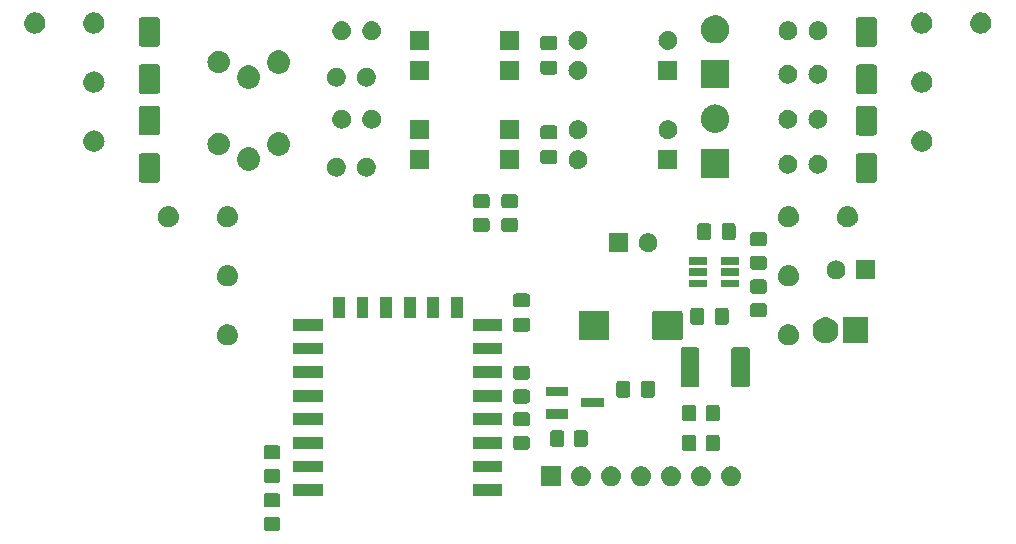
<source format=gts>
G04 #@! TF.GenerationSoftware,KiCad,Pcbnew,7.0.6*
G04 #@! TF.CreationDate,2023-08-17T21:15:31+02:00*
G04 #@! TF.ProjectId,esp-switch,6573702d-7377-4697-9463-682e6b696361,rev?*
G04 #@! TF.SameCoordinates,Original*
G04 #@! TF.FileFunction,Soldermask,Top*
G04 #@! TF.FilePolarity,Negative*
%FSLAX46Y46*%
G04 Gerber Fmt 4.6, Leading zero omitted, Abs format (unit mm)*
G04 Created by KiCad (PCBNEW 7.0.6) date 2023-08-17 21:15:31*
%MOMM*%
%LPD*%
G01*
G04 APERTURE LIST*
G04 APERTURE END LIST*
G36*
X24330850Y-42818964D02*
G01*
X24381040Y-42824787D01*
X24398189Y-42832359D01*
X24421671Y-42837030D01*
X24446810Y-42853827D01*
X24466696Y-42862608D01*
X24480277Y-42876189D01*
X24502777Y-42891223D01*
X24517810Y-42913722D01*
X24531391Y-42927303D01*
X24540170Y-42947186D01*
X24556970Y-42972329D01*
X24561641Y-42995812D01*
X24569212Y-43012959D01*
X24575033Y-43063139D01*
X24576000Y-43068000D01*
X24576000Y-43768000D01*
X24575032Y-43772863D01*
X24569212Y-43823040D01*
X24561641Y-43840185D01*
X24556970Y-43863671D01*
X24540169Y-43888815D01*
X24531391Y-43908696D01*
X24517812Y-43922274D01*
X24502777Y-43944777D01*
X24480274Y-43959812D01*
X24466696Y-43973391D01*
X24446815Y-43982169D01*
X24421671Y-43998970D01*
X24398185Y-44003641D01*
X24381040Y-44011212D01*
X24330861Y-44017032D01*
X24326000Y-44018000D01*
X23426000Y-44018000D01*
X23421138Y-44017032D01*
X23370959Y-44011212D01*
X23353812Y-44003641D01*
X23330329Y-43998970D01*
X23305186Y-43982170D01*
X23285303Y-43973391D01*
X23271722Y-43959810D01*
X23249223Y-43944777D01*
X23234189Y-43922277D01*
X23220608Y-43908696D01*
X23211827Y-43888810D01*
X23195030Y-43863671D01*
X23190359Y-43840189D01*
X23182787Y-43823040D01*
X23176964Y-43772849D01*
X23176000Y-43768000D01*
X23176000Y-43068000D01*
X23176964Y-43063150D01*
X23182787Y-43012959D01*
X23190359Y-42995808D01*
X23195030Y-42972329D01*
X23211826Y-42947191D01*
X23220608Y-42927303D01*
X23234191Y-42913719D01*
X23249223Y-42891223D01*
X23271719Y-42876191D01*
X23285303Y-42862608D01*
X23305191Y-42853826D01*
X23330329Y-42837030D01*
X23353808Y-42832359D01*
X23370959Y-42824787D01*
X23421151Y-42818964D01*
X23426000Y-42818000D01*
X24326000Y-42818000D01*
X24330850Y-42818964D01*
G37*
G36*
X24330850Y-40818964D02*
G01*
X24381040Y-40824787D01*
X24398189Y-40832359D01*
X24421671Y-40837030D01*
X24446810Y-40853827D01*
X24466696Y-40862608D01*
X24480277Y-40876189D01*
X24502777Y-40891223D01*
X24517810Y-40913722D01*
X24531391Y-40927303D01*
X24540170Y-40947186D01*
X24556970Y-40972329D01*
X24561641Y-40995812D01*
X24569212Y-41012959D01*
X24575033Y-41063139D01*
X24576000Y-41068000D01*
X24576000Y-41768000D01*
X24575032Y-41772863D01*
X24569212Y-41823040D01*
X24561641Y-41840185D01*
X24556970Y-41863671D01*
X24540169Y-41888815D01*
X24531391Y-41908696D01*
X24517812Y-41922274D01*
X24502777Y-41944777D01*
X24480274Y-41959812D01*
X24466696Y-41973391D01*
X24446815Y-41982169D01*
X24421671Y-41998970D01*
X24398185Y-42003641D01*
X24381040Y-42011212D01*
X24330861Y-42017032D01*
X24326000Y-42018000D01*
X23426000Y-42018000D01*
X23421138Y-42017032D01*
X23370959Y-42011212D01*
X23353812Y-42003641D01*
X23330329Y-41998970D01*
X23305186Y-41982170D01*
X23285303Y-41973391D01*
X23271722Y-41959810D01*
X23249223Y-41944777D01*
X23234189Y-41922277D01*
X23220608Y-41908696D01*
X23211827Y-41888810D01*
X23195030Y-41863671D01*
X23190359Y-41840189D01*
X23182787Y-41823040D01*
X23176964Y-41772849D01*
X23176000Y-41768000D01*
X23176000Y-41068000D01*
X23176964Y-41063150D01*
X23182787Y-41012959D01*
X23190359Y-40995808D01*
X23195030Y-40972329D01*
X23211826Y-40947191D01*
X23220608Y-40927303D01*
X23234191Y-40913719D01*
X23249223Y-40891223D01*
X23271719Y-40876191D01*
X23285303Y-40862608D01*
X23305191Y-40853826D01*
X23330329Y-40837030D01*
X23353808Y-40832359D01*
X23370959Y-40824787D01*
X23421151Y-40818964D01*
X23426000Y-40818000D01*
X24326000Y-40818000D01*
X24330850Y-40818964D01*
G37*
G36*
X28194000Y-41061600D02*
G01*
X25694000Y-41061600D01*
X25694000Y-40061600D01*
X28194000Y-40061600D01*
X28194000Y-41061600D01*
G37*
G36*
X43394000Y-41061600D02*
G01*
X40894000Y-41061600D01*
X40894000Y-40061600D01*
X43394000Y-40061600D01*
X43394000Y-41061600D01*
G37*
G36*
X48348000Y-40220000D02*
G01*
X46648000Y-40220000D01*
X46648000Y-38520000D01*
X48348000Y-38520000D01*
X48348000Y-40220000D01*
G37*
G36*
X50300664Y-38561602D02*
G01*
X50463000Y-38633878D01*
X50606761Y-38738327D01*
X50725664Y-38870383D01*
X50814514Y-39024274D01*
X50869425Y-39193275D01*
X50888000Y-39370000D01*
X50869425Y-39546725D01*
X50814514Y-39715726D01*
X50725664Y-39869617D01*
X50606761Y-40001673D01*
X50463000Y-40106122D01*
X50300664Y-40178398D01*
X50126849Y-40215344D01*
X49949151Y-40215344D01*
X49775336Y-40178398D01*
X49613000Y-40106122D01*
X49469239Y-40001673D01*
X49350336Y-39869617D01*
X49261486Y-39715726D01*
X49206575Y-39546725D01*
X49188000Y-39370000D01*
X49206575Y-39193275D01*
X49261486Y-39024274D01*
X49350336Y-38870383D01*
X49469239Y-38738327D01*
X49613000Y-38633878D01*
X49775336Y-38561602D01*
X49949151Y-38524656D01*
X50126849Y-38524656D01*
X50300664Y-38561602D01*
G37*
G36*
X52840664Y-38561602D02*
G01*
X53003000Y-38633878D01*
X53146761Y-38738327D01*
X53265664Y-38870383D01*
X53354514Y-39024274D01*
X53409425Y-39193275D01*
X53428000Y-39370000D01*
X53409425Y-39546725D01*
X53354514Y-39715726D01*
X53265664Y-39869617D01*
X53146761Y-40001673D01*
X53003000Y-40106122D01*
X52840664Y-40178398D01*
X52666849Y-40215344D01*
X52489151Y-40215344D01*
X52315336Y-40178398D01*
X52153000Y-40106122D01*
X52009239Y-40001673D01*
X51890336Y-39869617D01*
X51801486Y-39715726D01*
X51746575Y-39546725D01*
X51728000Y-39370000D01*
X51746575Y-39193275D01*
X51801486Y-39024274D01*
X51890336Y-38870383D01*
X52009239Y-38738327D01*
X52153000Y-38633878D01*
X52315336Y-38561602D01*
X52489151Y-38524656D01*
X52666849Y-38524656D01*
X52840664Y-38561602D01*
G37*
G36*
X55380664Y-38561602D02*
G01*
X55543000Y-38633878D01*
X55686761Y-38738327D01*
X55805664Y-38870383D01*
X55894514Y-39024274D01*
X55949425Y-39193275D01*
X55968000Y-39370000D01*
X55949425Y-39546725D01*
X55894514Y-39715726D01*
X55805664Y-39869617D01*
X55686761Y-40001673D01*
X55543000Y-40106122D01*
X55380664Y-40178398D01*
X55206849Y-40215344D01*
X55029151Y-40215344D01*
X54855336Y-40178398D01*
X54693000Y-40106122D01*
X54549239Y-40001673D01*
X54430336Y-39869617D01*
X54341486Y-39715726D01*
X54286575Y-39546725D01*
X54268000Y-39370000D01*
X54286575Y-39193275D01*
X54341486Y-39024274D01*
X54430336Y-38870383D01*
X54549239Y-38738327D01*
X54693000Y-38633878D01*
X54855336Y-38561602D01*
X55029151Y-38524656D01*
X55206849Y-38524656D01*
X55380664Y-38561602D01*
G37*
G36*
X57920664Y-38561602D02*
G01*
X58083000Y-38633878D01*
X58226761Y-38738327D01*
X58345664Y-38870383D01*
X58434514Y-39024274D01*
X58489425Y-39193275D01*
X58508000Y-39370000D01*
X58489425Y-39546725D01*
X58434514Y-39715726D01*
X58345664Y-39869617D01*
X58226761Y-40001673D01*
X58083000Y-40106122D01*
X57920664Y-40178398D01*
X57746849Y-40215344D01*
X57569151Y-40215344D01*
X57395336Y-40178398D01*
X57233000Y-40106122D01*
X57089239Y-40001673D01*
X56970336Y-39869617D01*
X56881486Y-39715726D01*
X56826575Y-39546725D01*
X56808000Y-39370000D01*
X56826575Y-39193275D01*
X56881486Y-39024274D01*
X56970336Y-38870383D01*
X57089239Y-38738327D01*
X57233000Y-38633878D01*
X57395336Y-38561602D01*
X57569151Y-38524656D01*
X57746849Y-38524656D01*
X57920664Y-38561602D01*
G37*
G36*
X60460664Y-38561602D02*
G01*
X60623000Y-38633878D01*
X60766761Y-38738327D01*
X60885664Y-38870383D01*
X60974514Y-39024274D01*
X61029425Y-39193275D01*
X61048000Y-39370000D01*
X61029425Y-39546725D01*
X60974514Y-39715726D01*
X60885664Y-39869617D01*
X60766761Y-40001673D01*
X60623000Y-40106122D01*
X60460664Y-40178398D01*
X60286849Y-40215344D01*
X60109151Y-40215344D01*
X59935336Y-40178398D01*
X59773000Y-40106122D01*
X59629239Y-40001673D01*
X59510336Y-39869617D01*
X59421486Y-39715726D01*
X59366575Y-39546725D01*
X59348000Y-39370000D01*
X59366575Y-39193275D01*
X59421486Y-39024274D01*
X59510336Y-38870383D01*
X59629239Y-38738327D01*
X59773000Y-38633878D01*
X59935336Y-38561602D01*
X60109151Y-38524656D01*
X60286849Y-38524656D01*
X60460664Y-38561602D01*
G37*
G36*
X63000664Y-38561602D02*
G01*
X63163000Y-38633878D01*
X63306761Y-38738327D01*
X63425664Y-38870383D01*
X63514514Y-39024274D01*
X63569425Y-39193275D01*
X63588000Y-39370000D01*
X63569425Y-39546725D01*
X63514514Y-39715726D01*
X63425664Y-39869617D01*
X63306761Y-40001673D01*
X63163000Y-40106122D01*
X63000664Y-40178398D01*
X62826849Y-40215344D01*
X62649151Y-40215344D01*
X62475336Y-40178398D01*
X62313000Y-40106122D01*
X62169239Y-40001673D01*
X62050336Y-39869617D01*
X61961486Y-39715726D01*
X61906575Y-39546725D01*
X61888000Y-39370000D01*
X61906575Y-39193275D01*
X61961486Y-39024274D01*
X62050336Y-38870383D01*
X62169239Y-38738327D01*
X62313000Y-38633878D01*
X62475336Y-38561602D01*
X62649151Y-38524656D01*
X62826849Y-38524656D01*
X63000664Y-38561602D01*
G37*
G36*
X24330850Y-38754964D02*
G01*
X24381040Y-38760787D01*
X24398189Y-38768359D01*
X24421671Y-38773030D01*
X24446810Y-38789827D01*
X24466696Y-38798608D01*
X24480277Y-38812189D01*
X24502777Y-38827223D01*
X24517810Y-38849722D01*
X24531391Y-38863303D01*
X24540170Y-38883186D01*
X24556970Y-38908329D01*
X24561641Y-38931812D01*
X24569212Y-38948959D01*
X24575033Y-38999139D01*
X24576000Y-39004000D01*
X24576000Y-39704000D01*
X24575032Y-39708863D01*
X24569212Y-39759040D01*
X24561641Y-39776185D01*
X24556970Y-39799671D01*
X24540169Y-39824815D01*
X24531391Y-39844696D01*
X24517812Y-39858274D01*
X24502777Y-39880777D01*
X24480274Y-39895812D01*
X24466696Y-39909391D01*
X24446815Y-39918169D01*
X24421671Y-39934970D01*
X24398185Y-39939641D01*
X24381040Y-39947212D01*
X24330861Y-39953032D01*
X24326000Y-39954000D01*
X23426000Y-39954000D01*
X23421138Y-39953032D01*
X23370959Y-39947212D01*
X23353812Y-39939641D01*
X23330329Y-39934970D01*
X23305186Y-39918170D01*
X23285303Y-39909391D01*
X23271722Y-39895810D01*
X23249223Y-39880777D01*
X23234189Y-39858277D01*
X23220608Y-39844696D01*
X23211827Y-39824810D01*
X23195030Y-39799671D01*
X23190359Y-39776189D01*
X23182787Y-39759040D01*
X23176964Y-39708849D01*
X23176000Y-39704000D01*
X23176000Y-39004000D01*
X23176964Y-38999150D01*
X23182787Y-38948959D01*
X23190359Y-38931808D01*
X23195030Y-38908329D01*
X23211826Y-38883191D01*
X23220608Y-38863303D01*
X23234191Y-38849719D01*
X23249223Y-38827223D01*
X23271719Y-38812191D01*
X23285303Y-38798608D01*
X23305191Y-38789826D01*
X23330329Y-38773030D01*
X23353808Y-38768359D01*
X23370959Y-38760787D01*
X23421151Y-38754964D01*
X23426000Y-38754000D01*
X24326000Y-38754000D01*
X24330850Y-38754964D01*
G37*
G36*
X28194000Y-39061600D02*
G01*
X25694000Y-39061600D01*
X25694000Y-38061600D01*
X28194000Y-38061600D01*
X28194000Y-39061600D01*
G37*
G36*
X43394000Y-39061600D02*
G01*
X40894000Y-39061600D01*
X40894000Y-38061600D01*
X43394000Y-38061600D01*
X43394000Y-39061600D01*
G37*
G36*
X24330850Y-36754964D02*
G01*
X24381040Y-36760787D01*
X24398189Y-36768359D01*
X24421671Y-36773030D01*
X24446810Y-36789827D01*
X24466696Y-36798608D01*
X24480277Y-36812189D01*
X24502777Y-36827223D01*
X24517810Y-36849722D01*
X24531391Y-36863303D01*
X24540170Y-36883186D01*
X24556970Y-36908329D01*
X24561641Y-36931812D01*
X24569212Y-36948959D01*
X24575033Y-36999139D01*
X24576000Y-37004000D01*
X24576000Y-37704000D01*
X24575032Y-37708863D01*
X24569212Y-37759040D01*
X24561641Y-37776185D01*
X24556970Y-37799671D01*
X24540169Y-37824815D01*
X24531391Y-37844696D01*
X24517812Y-37858274D01*
X24502777Y-37880777D01*
X24480274Y-37895812D01*
X24466696Y-37909391D01*
X24446815Y-37918169D01*
X24421671Y-37934970D01*
X24398185Y-37939641D01*
X24381040Y-37947212D01*
X24330861Y-37953032D01*
X24326000Y-37954000D01*
X23426000Y-37954000D01*
X23421138Y-37953032D01*
X23370959Y-37947212D01*
X23353812Y-37939641D01*
X23330329Y-37934970D01*
X23305186Y-37918170D01*
X23285303Y-37909391D01*
X23271722Y-37895810D01*
X23249223Y-37880777D01*
X23234189Y-37858277D01*
X23220608Y-37844696D01*
X23211827Y-37824810D01*
X23195030Y-37799671D01*
X23190359Y-37776189D01*
X23182787Y-37759040D01*
X23176964Y-37708849D01*
X23176000Y-37704000D01*
X23176000Y-37004000D01*
X23176964Y-36999150D01*
X23182787Y-36948959D01*
X23190359Y-36931808D01*
X23195030Y-36908329D01*
X23211826Y-36883191D01*
X23220608Y-36863303D01*
X23234191Y-36849719D01*
X23249223Y-36827223D01*
X23271719Y-36812191D01*
X23285303Y-36798608D01*
X23305191Y-36789826D01*
X23330329Y-36773030D01*
X23353808Y-36768359D01*
X23370959Y-36760787D01*
X23421151Y-36754964D01*
X23426000Y-36754000D01*
X24326000Y-36754000D01*
X24330850Y-36754964D01*
G37*
G36*
X59552850Y-35876964D02*
G01*
X59603040Y-35882787D01*
X59620189Y-35890359D01*
X59643671Y-35895030D01*
X59668810Y-35911827D01*
X59688696Y-35920608D01*
X59702277Y-35934189D01*
X59724777Y-35949223D01*
X59739810Y-35971722D01*
X59753391Y-35985303D01*
X59762170Y-36005186D01*
X59778970Y-36030329D01*
X59783641Y-36053812D01*
X59791212Y-36070959D01*
X59797033Y-36121139D01*
X59798000Y-36126000D01*
X59798000Y-37026000D01*
X59797032Y-37030863D01*
X59791212Y-37081040D01*
X59783641Y-37098185D01*
X59778970Y-37121671D01*
X59762169Y-37146815D01*
X59753391Y-37166696D01*
X59739812Y-37180274D01*
X59724777Y-37202777D01*
X59702274Y-37217812D01*
X59688696Y-37231391D01*
X59668815Y-37240169D01*
X59643671Y-37256970D01*
X59620185Y-37261641D01*
X59603040Y-37269212D01*
X59552861Y-37275032D01*
X59548000Y-37276000D01*
X58848000Y-37276000D01*
X58843138Y-37275032D01*
X58792959Y-37269212D01*
X58775812Y-37261641D01*
X58752329Y-37256970D01*
X58727186Y-37240170D01*
X58707303Y-37231391D01*
X58693722Y-37217810D01*
X58671223Y-37202777D01*
X58656189Y-37180277D01*
X58642608Y-37166696D01*
X58633827Y-37146810D01*
X58617030Y-37121671D01*
X58612359Y-37098189D01*
X58604787Y-37081040D01*
X58598964Y-37030849D01*
X58598000Y-37026000D01*
X58598000Y-36126000D01*
X58598964Y-36121150D01*
X58604787Y-36070959D01*
X58612359Y-36053808D01*
X58617030Y-36030329D01*
X58633826Y-36005191D01*
X58642608Y-35985303D01*
X58656191Y-35971719D01*
X58671223Y-35949223D01*
X58693719Y-35934191D01*
X58707303Y-35920608D01*
X58727191Y-35911826D01*
X58752329Y-35895030D01*
X58775808Y-35890359D01*
X58792959Y-35882787D01*
X58843151Y-35876964D01*
X58848000Y-35876000D01*
X59548000Y-35876000D01*
X59552850Y-35876964D01*
G37*
G36*
X61552850Y-35876964D02*
G01*
X61603040Y-35882787D01*
X61620189Y-35890359D01*
X61643671Y-35895030D01*
X61668810Y-35911827D01*
X61688696Y-35920608D01*
X61702277Y-35934189D01*
X61724777Y-35949223D01*
X61739810Y-35971722D01*
X61753391Y-35985303D01*
X61762170Y-36005186D01*
X61778970Y-36030329D01*
X61783641Y-36053812D01*
X61791212Y-36070959D01*
X61797033Y-36121139D01*
X61798000Y-36126000D01*
X61798000Y-37026000D01*
X61797032Y-37030863D01*
X61791212Y-37081040D01*
X61783641Y-37098185D01*
X61778970Y-37121671D01*
X61762169Y-37146815D01*
X61753391Y-37166696D01*
X61739812Y-37180274D01*
X61724777Y-37202777D01*
X61702274Y-37217812D01*
X61688696Y-37231391D01*
X61668815Y-37240169D01*
X61643671Y-37256970D01*
X61620185Y-37261641D01*
X61603040Y-37269212D01*
X61552861Y-37275032D01*
X61548000Y-37276000D01*
X60848000Y-37276000D01*
X60843138Y-37275032D01*
X60792959Y-37269212D01*
X60775812Y-37261641D01*
X60752329Y-37256970D01*
X60727186Y-37240170D01*
X60707303Y-37231391D01*
X60693722Y-37217810D01*
X60671223Y-37202777D01*
X60656189Y-37180277D01*
X60642608Y-37166696D01*
X60633827Y-37146810D01*
X60617030Y-37121671D01*
X60612359Y-37098189D01*
X60604787Y-37081040D01*
X60598964Y-37030849D01*
X60598000Y-37026000D01*
X60598000Y-36126000D01*
X60598964Y-36121150D01*
X60604787Y-36070959D01*
X60612359Y-36053808D01*
X60617030Y-36030329D01*
X60633826Y-36005191D01*
X60642608Y-35985303D01*
X60656191Y-35971719D01*
X60671223Y-35949223D01*
X60693719Y-35934191D01*
X60707303Y-35920608D01*
X60727191Y-35911826D01*
X60752329Y-35895030D01*
X60775808Y-35890359D01*
X60792959Y-35882787D01*
X60843151Y-35876964D01*
X60848000Y-35876000D01*
X61548000Y-35876000D01*
X61552850Y-35876964D01*
G37*
G36*
X45454850Y-35960964D02*
G01*
X45505040Y-35966787D01*
X45522189Y-35974359D01*
X45545671Y-35979030D01*
X45570810Y-35995827D01*
X45590696Y-36004608D01*
X45604277Y-36018189D01*
X45626777Y-36033223D01*
X45641810Y-36055722D01*
X45655391Y-36069303D01*
X45664170Y-36089186D01*
X45680970Y-36114329D01*
X45685641Y-36137812D01*
X45693212Y-36154959D01*
X45699033Y-36205139D01*
X45700000Y-36210000D01*
X45700000Y-36910000D01*
X45699032Y-36914863D01*
X45693212Y-36965040D01*
X45685641Y-36982185D01*
X45680970Y-37005671D01*
X45664169Y-37030815D01*
X45655391Y-37050696D01*
X45641812Y-37064274D01*
X45626777Y-37086777D01*
X45604274Y-37101812D01*
X45590696Y-37115391D01*
X45570815Y-37124169D01*
X45545671Y-37140970D01*
X45522185Y-37145641D01*
X45505040Y-37153212D01*
X45454861Y-37159032D01*
X45450000Y-37160000D01*
X44550000Y-37160000D01*
X44545138Y-37159032D01*
X44494959Y-37153212D01*
X44477812Y-37145641D01*
X44454329Y-37140970D01*
X44429186Y-37124170D01*
X44409303Y-37115391D01*
X44395722Y-37101810D01*
X44373223Y-37086777D01*
X44358189Y-37064277D01*
X44344608Y-37050696D01*
X44335827Y-37030810D01*
X44319030Y-37005671D01*
X44314359Y-36982189D01*
X44306787Y-36965040D01*
X44300964Y-36914849D01*
X44300000Y-36910000D01*
X44300000Y-36210000D01*
X44300964Y-36205150D01*
X44306787Y-36154959D01*
X44314359Y-36137808D01*
X44319030Y-36114329D01*
X44335826Y-36089191D01*
X44344608Y-36069303D01*
X44358191Y-36055719D01*
X44373223Y-36033223D01*
X44395719Y-36018191D01*
X44409303Y-36004608D01*
X44429191Y-35995826D01*
X44454329Y-35979030D01*
X44477808Y-35974359D01*
X44494959Y-35966787D01*
X44545151Y-35960964D01*
X44550000Y-35960000D01*
X45450000Y-35960000D01*
X45454850Y-35960964D01*
G37*
G36*
X28194000Y-37061600D02*
G01*
X25694000Y-37061600D01*
X25694000Y-36061600D01*
X28194000Y-36061600D01*
X28194000Y-37061600D01*
G37*
G36*
X43394000Y-37061600D02*
G01*
X40894000Y-37061600D01*
X40894000Y-36061600D01*
X43394000Y-36061600D01*
X43394000Y-37061600D01*
G37*
G36*
X48376850Y-35495964D02*
G01*
X48427040Y-35501787D01*
X48444189Y-35509359D01*
X48467671Y-35514030D01*
X48492810Y-35530827D01*
X48512696Y-35539608D01*
X48526277Y-35553189D01*
X48548777Y-35568223D01*
X48563810Y-35590722D01*
X48577391Y-35604303D01*
X48586170Y-35624186D01*
X48602970Y-35649329D01*
X48607641Y-35672812D01*
X48615212Y-35689959D01*
X48621033Y-35740139D01*
X48622000Y-35745000D01*
X48622000Y-36645000D01*
X48621032Y-36649863D01*
X48615212Y-36700040D01*
X48607641Y-36717185D01*
X48602970Y-36740671D01*
X48586169Y-36765815D01*
X48577391Y-36785696D01*
X48563812Y-36799274D01*
X48548777Y-36821777D01*
X48526274Y-36836812D01*
X48512696Y-36850391D01*
X48492815Y-36859169D01*
X48467671Y-36875970D01*
X48444185Y-36880641D01*
X48427040Y-36888212D01*
X48376861Y-36894032D01*
X48372000Y-36895000D01*
X47672000Y-36895000D01*
X47667138Y-36894032D01*
X47616959Y-36888212D01*
X47599812Y-36880641D01*
X47576329Y-36875970D01*
X47551186Y-36859170D01*
X47531303Y-36850391D01*
X47517722Y-36836810D01*
X47495223Y-36821777D01*
X47480189Y-36799277D01*
X47466608Y-36785696D01*
X47457827Y-36765810D01*
X47441030Y-36740671D01*
X47436359Y-36717189D01*
X47428787Y-36700040D01*
X47422964Y-36649849D01*
X47422000Y-36645000D01*
X47422000Y-35745000D01*
X47422964Y-35740150D01*
X47428787Y-35689959D01*
X47436359Y-35672808D01*
X47441030Y-35649329D01*
X47457826Y-35624191D01*
X47466608Y-35604303D01*
X47480191Y-35590719D01*
X47495223Y-35568223D01*
X47517719Y-35553191D01*
X47531303Y-35539608D01*
X47551191Y-35530826D01*
X47576329Y-35514030D01*
X47599808Y-35509359D01*
X47616959Y-35501787D01*
X47667151Y-35495964D01*
X47672000Y-35495000D01*
X48372000Y-35495000D01*
X48376850Y-35495964D01*
G37*
G36*
X50376850Y-35495964D02*
G01*
X50427040Y-35501787D01*
X50444189Y-35509359D01*
X50467671Y-35514030D01*
X50492810Y-35530827D01*
X50512696Y-35539608D01*
X50526277Y-35553189D01*
X50548777Y-35568223D01*
X50563810Y-35590722D01*
X50577391Y-35604303D01*
X50586170Y-35624186D01*
X50602970Y-35649329D01*
X50607641Y-35672812D01*
X50615212Y-35689959D01*
X50621033Y-35740139D01*
X50622000Y-35745000D01*
X50622000Y-36645000D01*
X50621032Y-36649863D01*
X50615212Y-36700040D01*
X50607641Y-36717185D01*
X50602970Y-36740671D01*
X50586169Y-36765815D01*
X50577391Y-36785696D01*
X50563812Y-36799274D01*
X50548777Y-36821777D01*
X50526274Y-36836812D01*
X50512696Y-36850391D01*
X50492815Y-36859169D01*
X50467671Y-36875970D01*
X50444185Y-36880641D01*
X50427040Y-36888212D01*
X50376861Y-36894032D01*
X50372000Y-36895000D01*
X49672000Y-36895000D01*
X49667138Y-36894032D01*
X49616959Y-36888212D01*
X49599812Y-36880641D01*
X49576329Y-36875970D01*
X49551186Y-36859170D01*
X49531303Y-36850391D01*
X49517722Y-36836810D01*
X49495223Y-36821777D01*
X49480189Y-36799277D01*
X49466608Y-36785696D01*
X49457827Y-36765810D01*
X49441030Y-36740671D01*
X49436359Y-36717189D01*
X49428787Y-36700040D01*
X49422964Y-36649849D01*
X49422000Y-36645000D01*
X49422000Y-35745000D01*
X49422964Y-35740150D01*
X49428787Y-35689959D01*
X49436359Y-35672808D01*
X49441030Y-35649329D01*
X49457826Y-35624191D01*
X49466608Y-35604303D01*
X49480191Y-35590719D01*
X49495223Y-35568223D01*
X49517719Y-35553191D01*
X49531303Y-35539608D01*
X49551191Y-35530826D01*
X49576329Y-35514030D01*
X49599808Y-35509359D01*
X49616959Y-35501787D01*
X49667151Y-35495964D01*
X49672000Y-35495000D01*
X50372000Y-35495000D01*
X50376850Y-35495964D01*
G37*
G36*
X45454850Y-33960964D02*
G01*
X45505040Y-33966787D01*
X45522189Y-33974359D01*
X45545671Y-33979030D01*
X45570810Y-33995827D01*
X45590696Y-34004608D01*
X45604277Y-34018189D01*
X45626777Y-34033223D01*
X45641810Y-34055722D01*
X45655391Y-34069303D01*
X45664170Y-34089186D01*
X45680970Y-34114329D01*
X45685641Y-34137812D01*
X45693212Y-34154959D01*
X45699033Y-34205139D01*
X45700000Y-34210000D01*
X45700000Y-34910000D01*
X45699032Y-34914863D01*
X45693212Y-34965040D01*
X45685641Y-34982185D01*
X45680970Y-35005671D01*
X45664169Y-35030815D01*
X45655391Y-35050696D01*
X45641812Y-35064274D01*
X45626777Y-35086777D01*
X45604274Y-35101812D01*
X45590696Y-35115391D01*
X45570815Y-35124169D01*
X45545671Y-35140970D01*
X45522185Y-35145641D01*
X45505040Y-35153212D01*
X45454861Y-35159032D01*
X45450000Y-35160000D01*
X44550000Y-35160000D01*
X44545138Y-35159032D01*
X44494959Y-35153212D01*
X44477812Y-35145641D01*
X44454329Y-35140970D01*
X44429186Y-35124170D01*
X44409303Y-35115391D01*
X44395722Y-35101810D01*
X44373223Y-35086777D01*
X44358189Y-35064277D01*
X44344608Y-35050696D01*
X44335827Y-35030810D01*
X44319030Y-35005671D01*
X44314359Y-34982189D01*
X44306787Y-34965040D01*
X44300964Y-34914849D01*
X44300000Y-34910000D01*
X44300000Y-34210000D01*
X44300964Y-34205150D01*
X44306787Y-34154959D01*
X44314359Y-34137808D01*
X44319030Y-34114329D01*
X44335826Y-34089191D01*
X44344608Y-34069303D01*
X44358191Y-34055719D01*
X44373223Y-34033223D01*
X44395719Y-34018191D01*
X44409303Y-34004608D01*
X44429191Y-33995826D01*
X44454329Y-33979030D01*
X44477808Y-33974359D01*
X44494959Y-33966787D01*
X44545151Y-33960964D01*
X44550000Y-33960000D01*
X45450000Y-33960000D01*
X45454850Y-33960964D01*
G37*
G36*
X28194000Y-35061600D02*
G01*
X25694000Y-35061600D01*
X25694000Y-34061600D01*
X28194000Y-34061600D01*
X28194000Y-35061600D01*
G37*
G36*
X43394000Y-35061600D02*
G01*
X40894000Y-35061600D01*
X40894000Y-34061600D01*
X43394000Y-34061600D01*
X43394000Y-35061600D01*
G37*
G36*
X59552850Y-33336964D02*
G01*
X59603040Y-33342787D01*
X59620189Y-33350359D01*
X59643671Y-33355030D01*
X59668810Y-33371827D01*
X59688696Y-33380608D01*
X59702277Y-33394189D01*
X59724777Y-33409223D01*
X59739810Y-33431722D01*
X59753391Y-33445303D01*
X59762170Y-33465186D01*
X59778970Y-33490329D01*
X59783641Y-33513812D01*
X59791212Y-33530959D01*
X59797033Y-33581139D01*
X59798000Y-33586000D01*
X59798000Y-34486000D01*
X59797032Y-34490863D01*
X59791212Y-34541040D01*
X59783641Y-34558185D01*
X59778970Y-34581671D01*
X59762169Y-34606815D01*
X59753391Y-34626696D01*
X59739812Y-34640274D01*
X59724777Y-34662777D01*
X59702274Y-34677812D01*
X59688696Y-34691391D01*
X59668815Y-34700169D01*
X59643671Y-34716970D01*
X59620185Y-34721641D01*
X59603040Y-34729212D01*
X59552861Y-34735032D01*
X59548000Y-34736000D01*
X58848000Y-34736000D01*
X58843138Y-34735032D01*
X58792959Y-34729212D01*
X58775812Y-34721641D01*
X58752329Y-34716970D01*
X58727186Y-34700170D01*
X58707303Y-34691391D01*
X58693722Y-34677810D01*
X58671223Y-34662777D01*
X58656189Y-34640277D01*
X58642608Y-34626696D01*
X58633827Y-34606810D01*
X58617030Y-34581671D01*
X58612359Y-34558189D01*
X58604787Y-34541040D01*
X58598964Y-34490849D01*
X58598000Y-34486000D01*
X58598000Y-33586000D01*
X58598964Y-33581150D01*
X58604787Y-33530959D01*
X58612359Y-33513808D01*
X58617030Y-33490329D01*
X58633826Y-33465191D01*
X58642608Y-33445303D01*
X58656191Y-33431719D01*
X58671223Y-33409223D01*
X58693719Y-33394191D01*
X58707303Y-33380608D01*
X58727191Y-33371826D01*
X58752329Y-33355030D01*
X58775808Y-33350359D01*
X58792959Y-33342787D01*
X58843151Y-33336964D01*
X58848000Y-33336000D01*
X59548000Y-33336000D01*
X59552850Y-33336964D01*
G37*
G36*
X61552850Y-33336964D02*
G01*
X61603040Y-33342787D01*
X61620189Y-33350359D01*
X61643671Y-33355030D01*
X61668810Y-33371827D01*
X61688696Y-33380608D01*
X61702277Y-33394189D01*
X61724777Y-33409223D01*
X61739810Y-33431722D01*
X61753391Y-33445303D01*
X61762170Y-33465186D01*
X61778970Y-33490329D01*
X61783641Y-33513812D01*
X61791212Y-33530959D01*
X61797033Y-33581139D01*
X61798000Y-33586000D01*
X61798000Y-34486000D01*
X61797032Y-34490863D01*
X61791212Y-34541040D01*
X61783641Y-34558185D01*
X61778970Y-34581671D01*
X61762169Y-34606815D01*
X61753391Y-34626696D01*
X61739812Y-34640274D01*
X61724777Y-34662777D01*
X61702274Y-34677812D01*
X61688696Y-34691391D01*
X61668815Y-34700169D01*
X61643671Y-34716970D01*
X61620185Y-34721641D01*
X61603040Y-34729212D01*
X61552861Y-34735032D01*
X61548000Y-34736000D01*
X60848000Y-34736000D01*
X60843138Y-34735032D01*
X60792959Y-34729212D01*
X60775812Y-34721641D01*
X60752329Y-34716970D01*
X60727186Y-34700170D01*
X60707303Y-34691391D01*
X60693722Y-34677810D01*
X60671223Y-34662777D01*
X60656189Y-34640277D01*
X60642608Y-34626696D01*
X60633827Y-34606810D01*
X60617030Y-34581671D01*
X60612359Y-34558189D01*
X60604787Y-34541040D01*
X60598964Y-34490849D01*
X60598000Y-34486000D01*
X60598000Y-33586000D01*
X60598964Y-33581150D01*
X60604787Y-33530959D01*
X60612359Y-33513808D01*
X60617030Y-33490329D01*
X60633826Y-33465191D01*
X60642608Y-33445303D01*
X60656191Y-33431719D01*
X60671223Y-33409223D01*
X60693719Y-33394191D01*
X60707303Y-33380608D01*
X60727191Y-33371826D01*
X60752329Y-33355030D01*
X60775808Y-33350359D01*
X60792959Y-33342787D01*
X60843151Y-33336964D01*
X60848000Y-33336000D01*
X61548000Y-33336000D01*
X61552850Y-33336964D01*
G37*
G36*
X48980000Y-34497000D02*
G01*
X47080000Y-34497000D01*
X47080000Y-33697000D01*
X48980000Y-33697000D01*
X48980000Y-34497000D01*
G37*
G36*
X51980000Y-33547000D02*
G01*
X50080000Y-33547000D01*
X50080000Y-32747000D01*
X51980000Y-32747000D01*
X51980000Y-33547000D01*
G37*
G36*
X45454850Y-32023964D02*
G01*
X45505040Y-32029787D01*
X45522189Y-32037359D01*
X45545671Y-32042030D01*
X45570810Y-32058827D01*
X45590696Y-32067608D01*
X45604277Y-32081189D01*
X45626777Y-32096223D01*
X45641810Y-32118722D01*
X45655391Y-32132303D01*
X45664170Y-32152186D01*
X45680970Y-32177329D01*
X45685641Y-32200812D01*
X45693212Y-32217959D01*
X45699033Y-32268139D01*
X45700000Y-32273000D01*
X45700000Y-32973000D01*
X45699032Y-32977863D01*
X45693212Y-33028040D01*
X45685641Y-33045185D01*
X45680970Y-33068671D01*
X45664169Y-33093815D01*
X45655391Y-33113696D01*
X45641812Y-33127274D01*
X45626777Y-33149777D01*
X45604274Y-33164812D01*
X45590696Y-33178391D01*
X45570815Y-33187169D01*
X45545671Y-33203970D01*
X45522185Y-33208641D01*
X45505040Y-33216212D01*
X45454861Y-33222032D01*
X45450000Y-33223000D01*
X44550000Y-33223000D01*
X44545138Y-33222032D01*
X44494959Y-33216212D01*
X44477812Y-33208641D01*
X44454329Y-33203970D01*
X44429186Y-33187170D01*
X44409303Y-33178391D01*
X44395722Y-33164810D01*
X44373223Y-33149777D01*
X44358189Y-33127277D01*
X44344608Y-33113696D01*
X44335827Y-33093810D01*
X44319030Y-33068671D01*
X44314359Y-33045189D01*
X44306787Y-33028040D01*
X44300964Y-32977849D01*
X44300000Y-32973000D01*
X44300000Y-32273000D01*
X44300964Y-32268150D01*
X44306787Y-32217959D01*
X44314359Y-32200808D01*
X44319030Y-32177329D01*
X44335826Y-32152191D01*
X44344608Y-32132303D01*
X44358191Y-32118719D01*
X44373223Y-32096223D01*
X44395719Y-32081191D01*
X44409303Y-32067608D01*
X44429191Y-32058826D01*
X44454329Y-32042030D01*
X44477808Y-32037359D01*
X44494959Y-32029787D01*
X44545151Y-32023964D01*
X44550000Y-32023000D01*
X45450000Y-32023000D01*
X45454850Y-32023964D01*
G37*
G36*
X28194000Y-33061600D02*
G01*
X25694000Y-33061600D01*
X25694000Y-32061600D01*
X28194000Y-32061600D01*
X28194000Y-33061600D01*
G37*
G36*
X43394000Y-33061600D02*
G01*
X40894000Y-33061600D01*
X40894000Y-32061600D01*
X43394000Y-32061600D01*
X43394000Y-33061600D01*
G37*
G36*
X53965650Y-31279964D02*
G01*
X54015840Y-31285787D01*
X54032989Y-31293359D01*
X54056471Y-31298030D01*
X54081610Y-31314827D01*
X54101496Y-31323608D01*
X54115077Y-31337189D01*
X54137577Y-31352223D01*
X54152610Y-31374722D01*
X54166191Y-31388303D01*
X54174970Y-31408186D01*
X54191770Y-31433329D01*
X54196441Y-31456812D01*
X54204012Y-31473959D01*
X54209833Y-31524139D01*
X54210800Y-31529000D01*
X54210800Y-32479000D01*
X54209832Y-32483863D01*
X54204012Y-32534040D01*
X54196441Y-32551185D01*
X54191770Y-32574671D01*
X54174969Y-32599815D01*
X54166191Y-32619696D01*
X54152612Y-32633274D01*
X54137577Y-32655777D01*
X54115074Y-32670812D01*
X54101496Y-32684391D01*
X54081615Y-32693169D01*
X54056471Y-32709970D01*
X54032985Y-32714641D01*
X54015840Y-32722212D01*
X53965661Y-32728032D01*
X53960800Y-32729000D01*
X53285800Y-32729000D01*
X53280938Y-32728032D01*
X53230759Y-32722212D01*
X53213612Y-32714641D01*
X53190129Y-32709970D01*
X53164986Y-32693170D01*
X53145103Y-32684391D01*
X53131522Y-32670810D01*
X53109023Y-32655777D01*
X53093989Y-32633277D01*
X53080408Y-32619696D01*
X53071627Y-32599810D01*
X53054830Y-32574671D01*
X53050159Y-32551189D01*
X53042587Y-32534040D01*
X53036764Y-32483849D01*
X53035800Y-32479000D01*
X53035800Y-31529000D01*
X53036764Y-31524150D01*
X53042587Y-31473959D01*
X53050159Y-31456808D01*
X53054830Y-31433329D01*
X53071626Y-31408191D01*
X53080408Y-31388303D01*
X53093991Y-31374719D01*
X53109023Y-31352223D01*
X53131519Y-31337191D01*
X53145103Y-31323608D01*
X53164991Y-31314826D01*
X53190129Y-31298030D01*
X53213608Y-31293359D01*
X53230759Y-31285787D01*
X53280951Y-31279964D01*
X53285800Y-31279000D01*
X53960800Y-31279000D01*
X53965650Y-31279964D01*
G37*
G36*
X56040650Y-31279964D02*
G01*
X56090840Y-31285787D01*
X56107989Y-31293359D01*
X56131471Y-31298030D01*
X56156610Y-31314827D01*
X56176496Y-31323608D01*
X56190077Y-31337189D01*
X56212577Y-31352223D01*
X56227610Y-31374722D01*
X56241191Y-31388303D01*
X56249970Y-31408186D01*
X56266770Y-31433329D01*
X56271441Y-31456812D01*
X56279012Y-31473959D01*
X56284833Y-31524139D01*
X56285800Y-31529000D01*
X56285800Y-32479000D01*
X56284832Y-32483863D01*
X56279012Y-32534040D01*
X56271441Y-32551185D01*
X56266770Y-32574671D01*
X56249969Y-32599815D01*
X56241191Y-32619696D01*
X56227612Y-32633274D01*
X56212577Y-32655777D01*
X56190074Y-32670812D01*
X56176496Y-32684391D01*
X56156615Y-32693169D01*
X56131471Y-32709970D01*
X56107985Y-32714641D01*
X56090840Y-32722212D01*
X56040661Y-32728032D01*
X56035800Y-32729000D01*
X55360800Y-32729000D01*
X55355938Y-32728032D01*
X55305759Y-32722212D01*
X55288612Y-32714641D01*
X55265129Y-32709970D01*
X55239986Y-32693170D01*
X55220103Y-32684391D01*
X55206522Y-32670810D01*
X55184023Y-32655777D01*
X55168989Y-32633277D01*
X55155408Y-32619696D01*
X55146627Y-32599810D01*
X55129830Y-32574671D01*
X55125159Y-32551189D01*
X55117587Y-32534040D01*
X55111764Y-32483849D01*
X55110800Y-32479000D01*
X55110800Y-31529000D01*
X55111764Y-31524150D01*
X55117587Y-31473959D01*
X55125159Y-31456808D01*
X55129830Y-31433329D01*
X55146626Y-31408191D01*
X55155408Y-31388303D01*
X55168991Y-31374719D01*
X55184023Y-31352223D01*
X55206519Y-31337191D01*
X55220103Y-31323608D01*
X55239991Y-31314826D01*
X55265129Y-31298030D01*
X55288608Y-31293359D01*
X55305759Y-31285787D01*
X55355951Y-31279964D01*
X55360800Y-31279000D01*
X56035800Y-31279000D01*
X56040650Y-31279964D01*
G37*
G36*
X48980000Y-32597000D02*
G01*
X47080000Y-32597000D01*
X47080000Y-31797000D01*
X48980000Y-31797000D01*
X48980000Y-32597000D01*
G37*
G36*
X59806850Y-28460964D02*
G01*
X59857040Y-28466787D01*
X59874189Y-28474359D01*
X59897671Y-28479030D01*
X59922810Y-28495827D01*
X59942696Y-28504608D01*
X59956277Y-28518189D01*
X59978777Y-28533223D01*
X59993810Y-28555722D01*
X60007391Y-28569303D01*
X60016170Y-28589186D01*
X60032970Y-28614329D01*
X60037641Y-28637812D01*
X60045212Y-28654959D01*
X60051033Y-28705139D01*
X60052000Y-28710000D01*
X60052000Y-31610000D01*
X60051032Y-31614863D01*
X60045212Y-31665040D01*
X60037641Y-31682185D01*
X60032970Y-31705671D01*
X60016169Y-31730815D01*
X60007391Y-31750696D01*
X59993812Y-31764274D01*
X59978777Y-31786777D01*
X59956274Y-31801812D01*
X59942696Y-31815391D01*
X59922815Y-31824169D01*
X59897671Y-31840970D01*
X59874185Y-31845641D01*
X59857040Y-31853212D01*
X59806861Y-31859032D01*
X59802000Y-31860000D01*
X58727000Y-31860000D01*
X58722138Y-31859032D01*
X58671959Y-31853212D01*
X58654812Y-31845641D01*
X58631329Y-31840970D01*
X58606186Y-31824170D01*
X58586303Y-31815391D01*
X58572722Y-31801810D01*
X58550223Y-31786777D01*
X58535189Y-31764277D01*
X58521608Y-31750696D01*
X58512827Y-31730810D01*
X58496030Y-31705671D01*
X58491359Y-31682189D01*
X58483787Y-31665040D01*
X58477964Y-31614849D01*
X58477000Y-31610000D01*
X58477000Y-28710000D01*
X58477964Y-28705150D01*
X58483787Y-28654959D01*
X58491359Y-28637808D01*
X58496030Y-28614329D01*
X58512826Y-28589191D01*
X58521608Y-28569303D01*
X58535191Y-28555719D01*
X58550223Y-28533223D01*
X58572719Y-28518191D01*
X58586303Y-28504608D01*
X58606191Y-28495826D01*
X58631329Y-28479030D01*
X58654808Y-28474359D01*
X58671959Y-28466787D01*
X58722151Y-28460964D01*
X58727000Y-28460000D01*
X59802000Y-28460000D01*
X59806850Y-28460964D01*
G37*
G36*
X64081850Y-28460964D02*
G01*
X64132040Y-28466787D01*
X64149189Y-28474359D01*
X64172671Y-28479030D01*
X64197810Y-28495827D01*
X64217696Y-28504608D01*
X64231277Y-28518189D01*
X64253777Y-28533223D01*
X64268810Y-28555722D01*
X64282391Y-28569303D01*
X64291170Y-28589186D01*
X64307970Y-28614329D01*
X64312641Y-28637812D01*
X64320212Y-28654959D01*
X64326033Y-28705139D01*
X64327000Y-28710000D01*
X64327000Y-31610000D01*
X64326032Y-31614863D01*
X64320212Y-31665040D01*
X64312641Y-31682185D01*
X64307970Y-31705671D01*
X64291169Y-31730815D01*
X64282391Y-31750696D01*
X64268812Y-31764274D01*
X64253777Y-31786777D01*
X64231274Y-31801812D01*
X64217696Y-31815391D01*
X64197815Y-31824169D01*
X64172671Y-31840970D01*
X64149185Y-31845641D01*
X64132040Y-31853212D01*
X64081861Y-31859032D01*
X64077000Y-31860000D01*
X63002000Y-31860000D01*
X62997138Y-31859032D01*
X62946959Y-31853212D01*
X62929812Y-31845641D01*
X62906329Y-31840970D01*
X62881186Y-31824170D01*
X62861303Y-31815391D01*
X62847722Y-31801810D01*
X62825223Y-31786777D01*
X62810189Y-31764277D01*
X62796608Y-31750696D01*
X62787827Y-31730810D01*
X62771030Y-31705671D01*
X62766359Y-31682189D01*
X62758787Y-31665040D01*
X62752964Y-31614849D01*
X62752000Y-31610000D01*
X62752000Y-28710000D01*
X62752964Y-28705150D01*
X62758787Y-28654959D01*
X62766359Y-28637808D01*
X62771030Y-28614329D01*
X62787826Y-28589191D01*
X62796608Y-28569303D01*
X62810191Y-28555719D01*
X62825223Y-28533223D01*
X62847719Y-28518191D01*
X62861303Y-28504608D01*
X62881191Y-28495826D01*
X62906329Y-28479030D01*
X62929808Y-28474359D01*
X62946959Y-28466787D01*
X62997151Y-28460964D01*
X63002000Y-28460000D01*
X64077000Y-28460000D01*
X64081850Y-28460964D01*
G37*
G36*
X45454850Y-30023964D02*
G01*
X45505040Y-30029787D01*
X45522189Y-30037359D01*
X45545671Y-30042030D01*
X45570810Y-30058827D01*
X45590696Y-30067608D01*
X45604277Y-30081189D01*
X45626777Y-30096223D01*
X45641810Y-30118722D01*
X45655391Y-30132303D01*
X45664170Y-30152186D01*
X45680970Y-30177329D01*
X45685641Y-30200812D01*
X45693212Y-30217959D01*
X45699033Y-30268139D01*
X45700000Y-30273000D01*
X45700000Y-30973000D01*
X45699032Y-30977863D01*
X45693212Y-31028040D01*
X45685641Y-31045185D01*
X45680970Y-31068671D01*
X45664169Y-31093815D01*
X45655391Y-31113696D01*
X45641812Y-31127274D01*
X45626777Y-31149777D01*
X45604274Y-31164812D01*
X45590696Y-31178391D01*
X45570815Y-31187169D01*
X45545671Y-31203970D01*
X45522185Y-31208641D01*
X45505040Y-31216212D01*
X45454861Y-31222032D01*
X45450000Y-31223000D01*
X44550000Y-31223000D01*
X44545138Y-31222032D01*
X44494959Y-31216212D01*
X44477812Y-31208641D01*
X44454329Y-31203970D01*
X44429186Y-31187170D01*
X44409303Y-31178391D01*
X44395722Y-31164810D01*
X44373223Y-31149777D01*
X44358189Y-31127277D01*
X44344608Y-31113696D01*
X44335827Y-31093810D01*
X44319030Y-31068671D01*
X44314359Y-31045189D01*
X44306787Y-31028040D01*
X44300964Y-30977849D01*
X44300000Y-30973000D01*
X44300000Y-30273000D01*
X44300964Y-30268150D01*
X44306787Y-30217959D01*
X44314359Y-30200808D01*
X44319030Y-30177329D01*
X44335826Y-30152191D01*
X44344608Y-30132303D01*
X44358191Y-30118719D01*
X44373223Y-30096223D01*
X44395719Y-30081191D01*
X44409303Y-30067608D01*
X44429191Y-30058826D01*
X44454329Y-30042030D01*
X44477808Y-30037359D01*
X44494959Y-30029787D01*
X44545151Y-30023964D01*
X44550000Y-30023000D01*
X45450000Y-30023000D01*
X45454850Y-30023964D01*
G37*
G36*
X28194000Y-31061600D02*
G01*
X25694000Y-31061600D01*
X25694000Y-30061600D01*
X28194000Y-30061600D01*
X28194000Y-31061600D01*
G37*
G36*
X43394000Y-31061600D02*
G01*
X40894000Y-31061600D01*
X40894000Y-30061600D01*
X43394000Y-30061600D01*
X43394000Y-31061600D01*
G37*
G36*
X28194000Y-29061600D02*
G01*
X25694000Y-29061600D01*
X25694000Y-28061600D01*
X28194000Y-28061600D01*
X28194000Y-29061600D01*
G37*
G36*
X43394000Y-29061600D02*
G01*
X40894000Y-29061600D01*
X40894000Y-28061600D01*
X43394000Y-28061600D01*
X43394000Y-29061600D01*
G37*
G36*
X20147113Y-26504930D02*
G01*
X20194076Y-26504930D01*
X20234622Y-26513548D01*
X20275526Y-26517577D01*
X20326916Y-26533166D01*
X20378115Y-26544049D01*
X20410879Y-26558636D01*
X20444304Y-26568776D01*
X20497420Y-26597166D01*
X20550000Y-26620577D01*
X20574445Y-26638337D01*
X20599849Y-26651916D01*
X20651669Y-26694444D01*
X20702218Y-26731170D01*
X20718631Y-26749398D01*
X20736190Y-26763809D01*
X20783379Y-26821308D01*
X20828115Y-26870993D01*
X20837512Y-26887269D01*
X20848083Y-26900150D01*
X20887183Y-26973302D01*
X20922191Y-27033937D01*
X20926218Y-27046331D01*
X20931223Y-27055695D01*
X20958821Y-27146672D01*
X20980333Y-27212879D01*
X20981090Y-27220082D01*
X20982422Y-27224473D01*
X20995377Y-27356021D01*
X21000000Y-27400000D01*
X20995377Y-27443982D01*
X20982422Y-27575526D01*
X20981090Y-27579916D01*
X20980333Y-27587121D01*
X20958816Y-27653341D01*
X20931223Y-27744304D01*
X20926219Y-27753665D01*
X20922191Y-27766063D01*
X20887176Y-27826709D01*
X20848083Y-27899849D01*
X20837514Y-27912726D01*
X20828115Y-27929007D01*
X20783369Y-27978701D01*
X20736190Y-28036190D01*
X20718634Y-28050597D01*
X20702218Y-28068830D01*
X20651659Y-28105563D01*
X20599849Y-28148083D01*
X20574450Y-28161658D01*
X20550000Y-28179423D01*
X20497408Y-28202838D01*
X20444304Y-28231223D01*
X20410886Y-28241360D01*
X20378115Y-28255951D01*
X20326905Y-28266836D01*
X20275526Y-28282422D01*
X20234631Y-28286449D01*
X20194076Y-28295070D01*
X20147103Y-28295070D01*
X20100000Y-28299709D01*
X20052897Y-28295070D01*
X20005924Y-28295070D01*
X19965368Y-28286449D01*
X19924473Y-28282422D01*
X19873091Y-28266835D01*
X19821885Y-28255951D01*
X19789115Y-28241361D01*
X19755695Y-28231223D01*
X19702585Y-28202835D01*
X19650000Y-28179423D01*
X19625552Y-28161660D01*
X19600150Y-28148083D01*
X19548332Y-28105556D01*
X19497782Y-28068830D01*
X19481368Y-28050600D01*
X19463809Y-28036190D01*
X19416618Y-27978688D01*
X19371885Y-27929007D01*
X19362487Y-27912730D01*
X19351916Y-27899849D01*
X19312810Y-27826686D01*
X19277809Y-27766063D01*
X19273782Y-27753670D01*
X19268776Y-27744304D01*
X19241168Y-27653294D01*
X19219667Y-27587121D01*
X19218910Y-27579921D01*
X19217577Y-27575526D01*
X19204606Y-27443831D01*
X19200000Y-27400000D01*
X19204606Y-27356172D01*
X19217577Y-27224473D01*
X19218910Y-27220077D01*
X19219667Y-27212879D01*
X19241163Y-27146719D01*
X19268776Y-27055695D01*
X19273783Y-27046327D01*
X19277809Y-27033937D01*
X19312802Y-26973326D01*
X19351916Y-26900150D01*
X19362489Y-26887265D01*
X19371885Y-26870993D01*
X19416609Y-26821321D01*
X19463809Y-26763809D01*
X19481371Y-26749395D01*
X19497782Y-26731170D01*
X19548321Y-26694450D01*
X19600150Y-26651916D01*
X19625557Y-26638335D01*
X19650000Y-26620577D01*
X19702573Y-26597169D01*
X19755695Y-26568776D01*
X19789122Y-26558635D01*
X19821885Y-26544049D01*
X19873080Y-26533166D01*
X19924473Y-26517577D01*
X19965377Y-26513548D01*
X20005924Y-26504930D01*
X20052887Y-26504930D01*
X20100000Y-26500290D01*
X20147113Y-26504930D01*
G37*
G36*
X67647113Y-26504930D02*
G01*
X67694076Y-26504930D01*
X67734622Y-26513548D01*
X67775526Y-26517577D01*
X67826916Y-26533166D01*
X67878115Y-26544049D01*
X67910879Y-26558636D01*
X67944304Y-26568776D01*
X67997420Y-26597166D01*
X68050000Y-26620577D01*
X68074445Y-26638337D01*
X68099849Y-26651916D01*
X68151669Y-26694444D01*
X68202218Y-26731170D01*
X68218631Y-26749398D01*
X68236190Y-26763809D01*
X68283379Y-26821308D01*
X68328115Y-26870993D01*
X68337512Y-26887269D01*
X68348083Y-26900150D01*
X68387183Y-26973302D01*
X68422191Y-27033937D01*
X68426218Y-27046331D01*
X68431223Y-27055695D01*
X68458821Y-27146672D01*
X68480333Y-27212879D01*
X68481090Y-27220082D01*
X68482422Y-27224473D01*
X68495378Y-27356032D01*
X68500000Y-27400000D01*
X68495376Y-27443993D01*
X68482422Y-27575526D01*
X68481090Y-27579916D01*
X68480333Y-27587121D01*
X68458816Y-27653341D01*
X68431223Y-27744304D01*
X68426219Y-27753665D01*
X68422191Y-27766063D01*
X68387176Y-27826709D01*
X68348083Y-27899849D01*
X68337514Y-27912726D01*
X68328115Y-27929007D01*
X68283369Y-27978701D01*
X68236190Y-28036190D01*
X68218634Y-28050597D01*
X68202218Y-28068830D01*
X68151659Y-28105563D01*
X68099849Y-28148083D01*
X68074450Y-28161658D01*
X68050000Y-28179423D01*
X67997408Y-28202838D01*
X67944304Y-28231223D01*
X67910886Y-28241360D01*
X67878115Y-28255951D01*
X67826905Y-28266836D01*
X67775526Y-28282422D01*
X67734631Y-28286449D01*
X67694076Y-28295070D01*
X67647103Y-28295070D01*
X67600000Y-28299709D01*
X67552897Y-28295070D01*
X67505924Y-28295070D01*
X67465368Y-28286449D01*
X67424473Y-28282422D01*
X67373091Y-28266835D01*
X67321885Y-28255951D01*
X67289115Y-28241361D01*
X67255695Y-28231223D01*
X67202585Y-28202835D01*
X67150000Y-28179423D01*
X67125552Y-28161660D01*
X67100150Y-28148083D01*
X67048332Y-28105556D01*
X66997782Y-28068830D01*
X66981368Y-28050600D01*
X66963809Y-28036190D01*
X66916618Y-27978688D01*
X66871885Y-27929007D01*
X66862487Y-27912730D01*
X66851916Y-27899849D01*
X66812810Y-27826686D01*
X66777809Y-27766063D01*
X66773782Y-27753670D01*
X66768776Y-27744304D01*
X66741168Y-27653294D01*
X66719667Y-27587121D01*
X66718910Y-27579921D01*
X66717577Y-27575526D01*
X66704606Y-27443831D01*
X66700000Y-27400000D01*
X66704606Y-27356172D01*
X66717577Y-27224473D01*
X66718910Y-27220077D01*
X66719667Y-27212879D01*
X66741163Y-27146719D01*
X66768776Y-27055695D01*
X66773783Y-27046327D01*
X66777809Y-27033937D01*
X66812802Y-26973326D01*
X66851916Y-26900150D01*
X66862489Y-26887265D01*
X66871885Y-26870993D01*
X66916609Y-26821321D01*
X66963809Y-26763809D01*
X66981371Y-26749395D01*
X66997782Y-26731170D01*
X67048321Y-26694450D01*
X67100150Y-26651916D01*
X67125557Y-26638335D01*
X67150000Y-26620577D01*
X67202573Y-26597169D01*
X67255695Y-26568776D01*
X67289122Y-26558635D01*
X67321885Y-26544049D01*
X67373080Y-26533166D01*
X67424473Y-26517577D01*
X67465377Y-26513548D01*
X67505924Y-26504930D01*
X67552887Y-26504930D01*
X67600000Y-26500290D01*
X67647113Y-26504930D01*
G37*
G36*
X74384234Y-28110400D02*
G01*
X72184234Y-28110400D01*
X72184234Y-25910400D01*
X74384234Y-25910400D01*
X74384234Y-28110400D01*
G37*
G36*
X71045263Y-25952392D02*
G01*
X71234546Y-26025720D01*
X71407132Y-26132581D01*
X71557144Y-26269335D01*
X71679473Y-26431325D01*
X71769953Y-26613034D01*
X71825504Y-26808276D01*
X71844234Y-27010400D01*
X71825504Y-27212524D01*
X71769953Y-27407766D01*
X71679473Y-27589475D01*
X71557144Y-27751465D01*
X71407132Y-27888219D01*
X71234546Y-27995080D01*
X71045263Y-28068408D01*
X70845729Y-28105708D01*
X70642739Y-28105708D01*
X70443205Y-28068408D01*
X70253922Y-27995080D01*
X70081336Y-27888219D01*
X69931324Y-27751465D01*
X69808995Y-27589475D01*
X69718515Y-27407766D01*
X69662964Y-27212524D01*
X69644234Y-27010400D01*
X69662964Y-26808276D01*
X69718515Y-26613034D01*
X69808995Y-26431325D01*
X69931324Y-26269335D01*
X70081336Y-26132581D01*
X70253922Y-26025720D01*
X70443205Y-25952392D01*
X70642739Y-25915092D01*
X70845729Y-25915092D01*
X71045263Y-25952392D01*
G37*
G36*
X52315737Y-25369224D02*
G01*
X52380621Y-25412579D01*
X52423976Y-25477463D01*
X52439200Y-25554000D01*
X52439200Y-27654000D01*
X52423976Y-27730537D01*
X52380621Y-27795421D01*
X52315737Y-27838776D01*
X52239200Y-27854000D01*
X50039200Y-27854000D01*
X49962663Y-27838776D01*
X49897779Y-27795421D01*
X49854424Y-27730537D01*
X49839200Y-27654000D01*
X49839200Y-25554000D01*
X49854424Y-25477463D01*
X49897779Y-25412579D01*
X49962663Y-25369224D01*
X50039200Y-25354000D01*
X52239200Y-25354000D01*
X52315737Y-25369224D01*
G37*
G36*
X58515737Y-25369224D02*
G01*
X58580621Y-25412579D01*
X58623976Y-25477463D01*
X58639200Y-25554000D01*
X58639200Y-27654000D01*
X58623976Y-27730537D01*
X58580621Y-27795421D01*
X58515737Y-27838776D01*
X58439200Y-27854000D01*
X56239200Y-27854000D01*
X56162663Y-27838776D01*
X56097779Y-27795421D01*
X56054424Y-27730537D01*
X56039200Y-27654000D01*
X56039200Y-25554000D01*
X56054424Y-25477463D01*
X56097779Y-25412579D01*
X56162663Y-25369224D01*
X56239200Y-25354000D01*
X58439200Y-25354000D01*
X58515737Y-25369224D01*
G37*
G36*
X45479850Y-25977964D02*
G01*
X45530040Y-25983787D01*
X45547189Y-25991359D01*
X45570671Y-25996030D01*
X45595810Y-26012827D01*
X45615696Y-26021608D01*
X45629277Y-26035189D01*
X45651777Y-26050223D01*
X45666810Y-26072722D01*
X45680391Y-26086303D01*
X45689170Y-26106186D01*
X45705970Y-26131329D01*
X45710641Y-26154812D01*
X45718212Y-26171959D01*
X45724033Y-26222139D01*
X45725000Y-26227000D01*
X45725000Y-26902000D01*
X45724032Y-26906863D01*
X45718212Y-26957040D01*
X45710641Y-26974185D01*
X45705970Y-26997671D01*
X45689169Y-27022815D01*
X45680391Y-27042696D01*
X45666812Y-27056274D01*
X45651777Y-27078777D01*
X45629274Y-27093812D01*
X45615696Y-27107391D01*
X45595815Y-27116169D01*
X45570671Y-27132970D01*
X45547185Y-27137641D01*
X45530040Y-27145212D01*
X45479861Y-27151032D01*
X45475000Y-27152000D01*
X44525000Y-27152000D01*
X44520138Y-27151032D01*
X44469959Y-27145212D01*
X44452812Y-27137641D01*
X44429329Y-27132970D01*
X44404186Y-27116170D01*
X44384303Y-27107391D01*
X44370722Y-27093810D01*
X44348223Y-27078777D01*
X44333189Y-27056277D01*
X44319608Y-27042696D01*
X44310827Y-27022810D01*
X44294030Y-26997671D01*
X44289359Y-26974189D01*
X44281787Y-26957040D01*
X44275964Y-26906849D01*
X44275000Y-26902000D01*
X44275000Y-26227000D01*
X44275964Y-26222150D01*
X44281787Y-26171959D01*
X44289359Y-26154808D01*
X44294030Y-26131329D01*
X44310826Y-26106191D01*
X44319608Y-26086303D01*
X44333191Y-26072719D01*
X44348223Y-26050223D01*
X44370719Y-26035191D01*
X44384303Y-26021608D01*
X44404191Y-26012826D01*
X44429329Y-25996030D01*
X44452808Y-25991359D01*
X44469959Y-25983787D01*
X44520151Y-25977964D01*
X44525000Y-25977000D01*
X45475000Y-25977000D01*
X45479850Y-25977964D01*
G37*
G36*
X28194000Y-27061600D02*
G01*
X25694000Y-27061600D01*
X25694000Y-26061600D01*
X28194000Y-26061600D01*
X28194000Y-27061600D01*
G37*
G36*
X43394000Y-27061600D02*
G01*
X40894000Y-27061600D01*
X40894000Y-26061600D01*
X43394000Y-26061600D01*
X43394000Y-27061600D01*
G37*
G36*
X60228150Y-25117964D02*
G01*
X60278340Y-25123787D01*
X60295489Y-25131359D01*
X60318971Y-25136030D01*
X60344110Y-25152827D01*
X60363996Y-25161608D01*
X60377577Y-25175189D01*
X60400077Y-25190223D01*
X60415110Y-25212722D01*
X60428691Y-25226303D01*
X60437470Y-25246186D01*
X60454270Y-25271329D01*
X60458941Y-25294812D01*
X60466512Y-25311959D01*
X60472333Y-25362139D01*
X60473300Y-25367000D01*
X60473300Y-26317000D01*
X60472332Y-26321863D01*
X60466512Y-26372040D01*
X60458941Y-26389185D01*
X60454270Y-26412671D01*
X60437469Y-26437815D01*
X60428691Y-26457696D01*
X60415112Y-26471274D01*
X60400077Y-26493777D01*
X60377574Y-26508812D01*
X60363996Y-26522391D01*
X60344115Y-26531169D01*
X60318971Y-26547970D01*
X60295485Y-26552641D01*
X60278340Y-26560212D01*
X60228161Y-26566032D01*
X60223300Y-26567000D01*
X59548300Y-26567000D01*
X59543438Y-26566032D01*
X59493259Y-26560212D01*
X59476112Y-26552641D01*
X59452629Y-26547970D01*
X59427486Y-26531170D01*
X59407603Y-26522391D01*
X59394022Y-26508810D01*
X59371523Y-26493777D01*
X59356489Y-26471277D01*
X59342908Y-26457696D01*
X59334127Y-26437810D01*
X59317330Y-26412671D01*
X59312659Y-26389189D01*
X59305087Y-26372040D01*
X59299264Y-26321849D01*
X59298300Y-26317000D01*
X59298300Y-25367000D01*
X59299264Y-25362150D01*
X59305087Y-25311959D01*
X59312659Y-25294808D01*
X59317330Y-25271329D01*
X59334126Y-25246191D01*
X59342908Y-25226303D01*
X59356491Y-25212719D01*
X59371523Y-25190223D01*
X59394019Y-25175191D01*
X59407603Y-25161608D01*
X59427491Y-25152826D01*
X59452629Y-25136030D01*
X59476108Y-25131359D01*
X59493259Y-25123787D01*
X59543451Y-25117964D01*
X59548300Y-25117000D01*
X60223300Y-25117000D01*
X60228150Y-25117964D01*
G37*
G36*
X62303150Y-25117964D02*
G01*
X62353340Y-25123787D01*
X62370489Y-25131359D01*
X62393971Y-25136030D01*
X62419110Y-25152827D01*
X62438996Y-25161608D01*
X62452577Y-25175189D01*
X62475077Y-25190223D01*
X62490110Y-25212722D01*
X62503691Y-25226303D01*
X62512470Y-25246186D01*
X62529270Y-25271329D01*
X62533941Y-25294812D01*
X62541512Y-25311959D01*
X62547333Y-25362139D01*
X62548300Y-25367000D01*
X62548300Y-26317000D01*
X62547332Y-26321863D01*
X62541512Y-26372040D01*
X62533941Y-26389185D01*
X62529270Y-26412671D01*
X62512469Y-26437815D01*
X62503691Y-26457696D01*
X62490112Y-26471274D01*
X62475077Y-26493777D01*
X62452574Y-26508812D01*
X62438996Y-26522391D01*
X62419115Y-26531169D01*
X62393971Y-26547970D01*
X62370485Y-26552641D01*
X62353340Y-26560212D01*
X62303161Y-26566032D01*
X62298300Y-26567000D01*
X61623300Y-26567000D01*
X61618438Y-26566032D01*
X61568259Y-26560212D01*
X61551112Y-26552641D01*
X61527629Y-26547970D01*
X61502486Y-26531170D01*
X61482603Y-26522391D01*
X61469022Y-26508810D01*
X61446523Y-26493777D01*
X61431489Y-26471277D01*
X61417908Y-26457696D01*
X61409127Y-26437810D01*
X61392330Y-26412671D01*
X61387659Y-26389189D01*
X61380087Y-26372040D01*
X61374264Y-26321849D01*
X61373300Y-26317000D01*
X61373300Y-25367000D01*
X61374264Y-25362150D01*
X61380087Y-25311959D01*
X61387659Y-25294808D01*
X61392330Y-25271329D01*
X61409126Y-25246191D01*
X61417908Y-25226303D01*
X61431491Y-25212719D01*
X61446523Y-25190223D01*
X61469019Y-25175191D01*
X61482603Y-25161608D01*
X61502491Y-25152826D01*
X61527629Y-25136030D01*
X61551108Y-25131359D01*
X61568259Y-25123787D01*
X61618451Y-25117964D01*
X61623300Y-25117000D01*
X62298300Y-25117000D01*
X62303150Y-25117964D01*
G37*
G36*
X30044000Y-25961600D02*
G01*
X29044000Y-25961600D01*
X29044000Y-24161600D01*
X30044000Y-24161600D01*
X30044000Y-25961600D01*
G37*
G36*
X32044000Y-25961600D02*
G01*
X31044000Y-25961600D01*
X31044000Y-24161600D01*
X32044000Y-24161600D01*
X32044000Y-25961600D01*
G37*
G36*
X34044000Y-25961600D02*
G01*
X33044000Y-25961600D01*
X33044000Y-24161600D01*
X34044000Y-24161600D01*
X34044000Y-25961600D01*
G37*
G36*
X36044000Y-25961600D02*
G01*
X35044000Y-25961600D01*
X35044000Y-24161600D01*
X36044000Y-24161600D01*
X36044000Y-25961600D01*
G37*
G36*
X38044000Y-25961600D02*
G01*
X37044000Y-25961600D01*
X37044000Y-24161600D01*
X38044000Y-24161600D01*
X38044000Y-25961600D01*
G37*
G36*
X40044000Y-25961600D02*
G01*
X39044000Y-25961600D01*
X39044000Y-24161600D01*
X40044000Y-24161600D01*
X40044000Y-25961600D01*
G37*
G36*
X65514450Y-24718964D02*
G01*
X65564640Y-24724787D01*
X65581789Y-24732359D01*
X65605271Y-24737030D01*
X65630410Y-24753827D01*
X65650296Y-24762608D01*
X65663877Y-24776189D01*
X65686377Y-24791223D01*
X65701410Y-24813722D01*
X65714991Y-24827303D01*
X65723770Y-24847186D01*
X65740570Y-24872329D01*
X65745241Y-24895812D01*
X65752812Y-24912959D01*
X65758633Y-24963139D01*
X65759600Y-24968000D01*
X65759600Y-25668000D01*
X65758632Y-25672863D01*
X65752812Y-25723040D01*
X65745241Y-25740185D01*
X65740570Y-25763671D01*
X65723769Y-25788815D01*
X65714991Y-25808696D01*
X65701412Y-25822274D01*
X65686377Y-25844777D01*
X65663874Y-25859812D01*
X65650296Y-25873391D01*
X65630415Y-25882169D01*
X65605271Y-25898970D01*
X65581785Y-25903641D01*
X65564640Y-25911212D01*
X65514461Y-25917032D01*
X65509600Y-25918000D01*
X64609600Y-25918000D01*
X64604738Y-25917032D01*
X64554559Y-25911212D01*
X64537412Y-25903641D01*
X64513929Y-25898970D01*
X64488786Y-25882170D01*
X64468903Y-25873391D01*
X64455322Y-25859810D01*
X64432823Y-25844777D01*
X64417789Y-25822277D01*
X64404208Y-25808696D01*
X64395427Y-25788810D01*
X64378630Y-25763671D01*
X64373959Y-25740189D01*
X64366387Y-25723040D01*
X64360564Y-25672849D01*
X64359600Y-25668000D01*
X64359600Y-24968000D01*
X64360564Y-24963150D01*
X64366387Y-24912959D01*
X64373959Y-24895808D01*
X64378630Y-24872329D01*
X64395426Y-24847191D01*
X64404208Y-24827303D01*
X64417791Y-24813719D01*
X64432823Y-24791223D01*
X64455319Y-24776191D01*
X64468903Y-24762608D01*
X64488791Y-24753826D01*
X64513929Y-24737030D01*
X64537408Y-24732359D01*
X64554559Y-24724787D01*
X64604751Y-24718964D01*
X64609600Y-24718000D01*
X65509600Y-24718000D01*
X65514450Y-24718964D01*
G37*
G36*
X45479850Y-23902964D02*
G01*
X45530040Y-23908787D01*
X45547189Y-23916359D01*
X45570671Y-23921030D01*
X45595810Y-23937827D01*
X45615696Y-23946608D01*
X45629277Y-23960189D01*
X45651777Y-23975223D01*
X45666810Y-23997722D01*
X45680391Y-24011303D01*
X45689170Y-24031186D01*
X45705970Y-24056329D01*
X45710641Y-24079812D01*
X45718212Y-24096959D01*
X45724033Y-24147139D01*
X45725000Y-24152000D01*
X45725000Y-24827000D01*
X45724032Y-24831863D01*
X45718212Y-24882040D01*
X45710641Y-24899185D01*
X45705970Y-24922671D01*
X45689169Y-24947815D01*
X45680391Y-24967696D01*
X45666812Y-24981274D01*
X45651777Y-25003777D01*
X45629274Y-25018812D01*
X45615696Y-25032391D01*
X45595815Y-25041169D01*
X45570671Y-25057970D01*
X45547185Y-25062641D01*
X45530040Y-25070212D01*
X45479861Y-25076032D01*
X45475000Y-25077000D01*
X44525000Y-25077000D01*
X44520138Y-25076032D01*
X44469959Y-25070212D01*
X44452812Y-25062641D01*
X44429329Y-25057970D01*
X44404186Y-25041170D01*
X44384303Y-25032391D01*
X44370722Y-25018810D01*
X44348223Y-25003777D01*
X44333189Y-24981277D01*
X44319608Y-24967696D01*
X44310827Y-24947810D01*
X44294030Y-24922671D01*
X44289359Y-24899189D01*
X44281787Y-24882040D01*
X44275964Y-24831849D01*
X44275000Y-24827000D01*
X44275000Y-24152000D01*
X44275964Y-24147150D01*
X44281787Y-24096959D01*
X44289359Y-24079808D01*
X44294030Y-24056329D01*
X44310826Y-24031191D01*
X44319608Y-24011303D01*
X44333191Y-23997719D01*
X44348223Y-23975223D01*
X44370719Y-23960191D01*
X44384303Y-23946608D01*
X44404191Y-23937826D01*
X44429329Y-23921030D01*
X44452808Y-23916359D01*
X44469959Y-23908787D01*
X44520151Y-23902964D01*
X44525000Y-23902000D01*
X45475000Y-23902000D01*
X45479850Y-23902964D01*
G37*
G36*
X65514450Y-22718964D02*
G01*
X65564640Y-22724787D01*
X65581789Y-22732359D01*
X65605271Y-22737030D01*
X65630410Y-22753827D01*
X65650296Y-22762608D01*
X65663877Y-22776189D01*
X65686377Y-22791223D01*
X65701410Y-22813722D01*
X65714991Y-22827303D01*
X65723770Y-22847186D01*
X65740570Y-22872329D01*
X65745241Y-22895812D01*
X65752812Y-22912959D01*
X65758633Y-22963139D01*
X65759600Y-22968000D01*
X65759600Y-23668000D01*
X65758632Y-23672863D01*
X65752812Y-23723040D01*
X65745241Y-23740185D01*
X65740570Y-23763671D01*
X65723769Y-23788815D01*
X65714991Y-23808696D01*
X65701412Y-23822274D01*
X65686377Y-23844777D01*
X65663874Y-23859812D01*
X65650296Y-23873391D01*
X65630415Y-23882169D01*
X65605271Y-23898970D01*
X65581785Y-23903641D01*
X65564640Y-23911212D01*
X65514461Y-23917032D01*
X65509600Y-23918000D01*
X64609600Y-23918000D01*
X64604738Y-23917032D01*
X64554559Y-23911212D01*
X64537412Y-23903641D01*
X64513929Y-23898970D01*
X64488786Y-23882170D01*
X64468903Y-23873391D01*
X64455322Y-23859810D01*
X64432823Y-23844777D01*
X64417789Y-23822277D01*
X64404208Y-23808696D01*
X64395427Y-23788810D01*
X64378630Y-23763671D01*
X64373959Y-23740189D01*
X64366387Y-23723040D01*
X64360564Y-23672849D01*
X64359600Y-23668000D01*
X64359600Y-22968000D01*
X64360564Y-22963150D01*
X64366387Y-22912959D01*
X64373959Y-22895808D01*
X64378630Y-22872329D01*
X64395426Y-22847191D01*
X64404208Y-22827303D01*
X64417791Y-22813719D01*
X64432823Y-22791223D01*
X64455319Y-22776191D01*
X64468903Y-22762608D01*
X64488791Y-22753826D01*
X64513929Y-22737030D01*
X64537408Y-22732359D01*
X64554559Y-22724787D01*
X64604751Y-22718964D01*
X64609600Y-22718000D01*
X65509600Y-22718000D01*
X65514450Y-22718964D01*
G37*
G36*
X60752000Y-23373000D02*
G01*
X59192000Y-23373000D01*
X59192000Y-22723000D01*
X60752000Y-22723000D01*
X60752000Y-23373000D01*
G37*
G36*
X63452000Y-23373000D02*
G01*
X61892000Y-23373000D01*
X61892000Y-22723000D01*
X63452000Y-22723000D01*
X63452000Y-23373000D01*
G37*
G36*
X20147113Y-21504930D02*
G01*
X20194076Y-21504930D01*
X20234622Y-21513548D01*
X20275526Y-21517577D01*
X20326916Y-21533166D01*
X20378115Y-21544049D01*
X20410879Y-21558636D01*
X20444304Y-21568776D01*
X20497420Y-21597166D01*
X20550000Y-21620577D01*
X20574445Y-21638337D01*
X20599849Y-21651916D01*
X20651669Y-21694444D01*
X20702218Y-21731170D01*
X20718631Y-21749398D01*
X20736190Y-21763809D01*
X20783379Y-21821308D01*
X20828115Y-21870993D01*
X20837512Y-21887269D01*
X20848083Y-21900150D01*
X20887183Y-21973302D01*
X20922191Y-22033937D01*
X20926218Y-22046331D01*
X20931223Y-22055695D01*
X20958821Y-22146672D01*
X20980333Y-22212879D01*
X20981090Y-22220082D01*
X20982422Y-22224473D01*
X20995377Y-22356021D01*
X21000000Y-22400000D01*
X20995377Y-22443982D01*
X20982422Y-22575526D01*
X20981090Y-22579916D01*
X20980333Y-22587121D01*
X20958816Y-22653341D01*
X20931223Y-22744304D01*
X20926219Y-22753665D01*
X20922191Y-22766063D01*
X20887176Y-22826709D01*
X20848083Y-22899849D01*
X20837514Y-22912726D01*
X20828115Y-22929007D01*
X20783369Y-22978701D01*
X20736190Y-23036190D01*
X20718634Y-23050597D01*
X20702218Y-23068830D01*
X20651659Y-23105563D01*
X20599849Y-23148083D01*
X20574450Y-23161658D01*
X20550000Y-23179423D01*
X20497408Y-23202838D01*
X20444304Y-23231223D01*
X20410886Y-23241360D01*
X20378115Y-23255951D01*
X20326905Y-23266836D01*
X20275526Y-23282422D01*
X20234631Y-23286449D01*
X20194076Y-23295070D01*
X20147103Y-23295070D01*
X20100000Y-23299709D01*
X20052897Y-23295070D01*
X20005924Y-23295070D01*
X19965368Y-23286449D01*
X19924473Y-23282422D01*
X19873091Y-23266835D01*
X19821885Y-23255951D01*
X19789115Y-23241361D01*
X19755695Y-23231223D01*
X19702585Y-23202835D01*
X19650000Y-23179423D01*
X19625552Y-23161660D01*
X19600150Y-23148083D01*
X19548332Y-23105556D01*
X19497782Y-23068830D01*
X19481368Y-23050600D01*
X19463809Y-23036190D01*
X19416618Y-22978688D01*
X19371885Y-22929007D01*
X19362487Y-22912730D01*
X19351916Y-22899849D01*
X19312810Y-22826686D01*
X19277809Y-22766063D01*
X19273782Y-22753670D01*
X19268776Y-22744304D01*
X19241168Y-22653294D01*
X19219667Y-22587121D01*
X19218910Y-22579921D01*
X19217577Y-22575526D01*
X19204606Y-22443831D01*
X19200000Y-22400000D01*
X19204606Y-22356172D01*
X19217577Y-22224473D01*
X19218910Y-22220077D01*
X19219667Y-22212879D01*
X19241163Y-22146719D01*
X19268776Y-22055695D01*
X19273783Y-22046327D01*
X19277809Y-22033937D01*
X19312802Y-21973326D01*
X19351916Y-21900150D01*
X19362489Y-21887265D01*
X19371885Y-21870993D01*
X19416609Y-21821321D01*
X19463809Y-21763809D01*
X19481371Y-21749395D01*
X19497782Y-21731170D01*
X19548321Y-21694450D01*
X19600150Y-21651916D01*
X19625557Y-21638335D01*
X19650000Y-21620577D01*
X19702573Y-21597169D01*
X19755695Y-21568776D01*
X19789122Y-21558635D01*
X19821885Y-21544049D01*
X19873080Y-21533166D01*
X19924473Y-21517577D01*
X19965377Y-21513548D01*
X20005924Y-21504930D01*
X20052887Y-21504930D01*
X20100000Y-21500290D01*
X20147113Y-21504930D01*
G37*
G36*
X67647113Y-21504930D02*
G01*
X67694076Y-21504930D01*
X67734622Y-21513548D01*
X67775526Y-21517577D01*
X67826916Y-21533166D01*
X67878115Y-21544049D01*
X67910879Y-21558636D01*
X67944304Y-21568776D01*
X67997420Y-21597166D01*
X68050000Y-21620577D01*
X68074445Y-21638337D01*
X68099849Y-21651916D01*
X68151669Y-21694444D01*
X68202218Y-21731170D01*
X68218631Y-21749398D01*
X68236190Y-21763809D01*
X68283379Y-21821308D01*
X68328115Y-21870993D01*
X68337512Y-21887269D01*
X68348083Y-21900150D01*
X68387183Y-21973302D01*
X68422191Y-22033937D01*
X68426218Y-22046331D01*
X68431223Y-22055695D01*
X68458821Y-22146672D01*
X68480333Y-22212879D01*
X68481090Y-22220082D01*
X68482422Y-22224473D01*
X68495377Y-22356021D01*
X68500000Y-22400000D01*
X68495377Y-22443982D01*
X68482422Y-22575526D01*
X68481090Y-22579916D01*
X68480333Y-22587121D01*
X68458816Y-22653341D01*
X68431223Y-22744304D01*
X68426219Y-22753665D01*
X68422191Y-22766063D01*
X68387176Y-22826709D01*
X68348083Y-22899849D01*
X68337514Y-22912726D01*
X68328115Y-22929007D01*
X68283369Y-22978701D01*
X68236190Y-23036190D01*
X68218634Y-23050597D01*
X68202218Y-23068830D01*
X68151659Y-23105563D01*
X68099849Y-23148083D01*
X68074450Y-23161658D01*
X68050000Y-23179423D01*
X67997408Y-23202838D01*
X67944304Y-23231223D01*
X67910886Y-23241360D01*
X67878115Y-23255951D01*
X67826905Y-23266836D01*
X67775526Y-23282422D01*
X67734631Y-23286449D01*
X67694076Y-23295070D01*
X67647103Y-23295070D01*
X67600000Y-23299709D01*
X67552897Y-23295070D01*
X67505924Y-23295070D01*
X67465368Y-23286449D01*
X67424473Y-23282422D01*
X67373091Y-23266835D01*
X67321885Y-23255951D01*
X67289115Y-23241361D01*
X67255695Y-23231223D01*
X67202585Y-23202835D01*
X67150000Y-23179423D01*
X67125552Y-23161660D01*
X67100150Y-23148083D01*
X67048332Y-23105556D01*
X66997782Y-23068830D01*
X66981368Y-23050600D01*
X66963809Y-23036190D01*
X66916618Y-22978688D01*
X66871885Y-22929007D01*
X66862487Y-22912730D01*
X66851916Y-22899849D01*
X66812810Y-22826686D01*
X66777809Y-22766063D01*
X66773782Y-22753670D01*
X66768776Y-22744304D01*
X66741168Y-22653294D01*
X66719667Y-22587121D01*
X66718910Y-22579921D01*
X66717577Y-22575526D01*
X66704607Y-22443842D01*
X66700000Y-22400000D01*
X66704605Y-22356183D01*
X66717577Y-22224473D01*
X66718910Y-22220077D01*
X66719667Y-22212879D01*
X66741163Y-22146719D01*
X66768776Y-22055695D01*
X66773783Y-22046327D01*
X66777809Y-22033937D01*
X66812802Y-21973326D01*
X66851916Y-21900150D01*
X66862489Y-21887265D01*
X66871885Y-21870993D01*
X66916609Y-21821321D01*
X66963809Y-21763809D01*
X66981371Y-21749395D01*
X66997782Y-21731170D01*
X67048321Y-21694450D01*
X67100150Y-21651916D01*
X67125557Y-21638335D01*
X67150000Y-21620577D01*
X67202573Y-21597169D01*
X67255695Y-21568776D01*
X67289122Y-21558635D01*
X67321885Y-21544049D01*
X67373080Y-21533166D01*
X67424473Y-21517577D01*
X67465377Y-21513548D01*
X67505924Y-21504930D01*
X67552887Y-21504930D01*
X67600000Y-21500290D01*
X67647113Y-21504930D01*
G37*
G36*
X71683191Y-21109711D02*
G01*
X71724968Y-21109711D01*
X71772098Y-21119728D01*
X71819397Y-21125058D01*
X71853788Y-21137092D01*
X71888490Y-21144468D01*
X71938497Y-21166733D01*
X71988487Y-21184225D01*
X72014508Y-21200575D01*
X72041215Y-21212466D01*
X72091013Y-21248646D01*
X72140172Y-21279535D01*
X72157824Y-21297187D01*
X72176464Y-21310730D01*
X72222545Y-21361908D01*
X72266845Y-21406208D01*
X72277034Y-21422424D01*
X72288326Y-21434965D01*
X72326953Y-21501870D01*
X72362155Y-21557893D01*
X72366550Y-21570453D01*
X72371915Y-21579746D01*
X72399390Y-21664305D01*
X72421322Y-21726983D01*
X72422153Y-21734363D01*
X72423575Y-21738738D01*
X72436456Y-21861306D01*
X72441380Y-21905000D01*
X72436456Y-21948697D01*
X72423575Y-22071261D01*
X72422153Y-22075635D01*
X72421322Y-22083017D01*
X72399385Y-22145707D01*
X72371915Y-22230253D01*
X72366551Y-22239543D01*
X72362155Y-22252107D01*
X72326946Y-22308140D01*
X72288326Y-22375034D01*
X72277036Y-22387572D01*
X72266845Y-22403792D01*
X72222535Y-22448101D01*
X72176464Y-22499269D01*
X72157828Y-22512808D01*
X72140172Y-22530465D01*
X72091003Y-22561359D01*
X72041215Y-22597533D01*
X72014514Y-22609421D01*
X71988487Y-22625775D01*
X71938487Y-22643270D01*
X71888490Y-22665531D01*
X71853794Y-22672905D01*
X71819397Y-22684942D01*
X71772095Y-22690271D01*
X71724968Y-22700289D01*
X71683191Y-22700289D01*
X71641380Y-22705000D01*
X71599569Y-22700289D01*
X71557792Y-22700289D01*
X71510664Y-22690271D01*
X71463363Y-22684942D01*
X71428966Y-22672906D01*
X71394269Y-22665531D01*
X71344267Y-22643268D01*
X71294273Y-22625775D01*
X71268248Y-22609422D01*
X71241544Y-22597533D01*
X71191749Y-22561355D01*
X71142588Y-22530465D01*
X71124934Y-22512811D01*
X71106295Y-22499269D01*
X71060213Y-22448090D01*
X71015915Y-22403792D01*
X71005725Y-22387575D01*
X70994433Y-22375034D01*
X70955800Y-22308120D01*
X70920605Y-22252107D01*
X70916210Y-22239547D01*
X70910844Y-22230253D01*
X70883360Y-22145667D01*
X70861438Y-22083017D01*
X70860606Y-22075639D01*
X70859184Y-22071261D01*
X70846288Y-21948565D01*
X70841380Y-21905000D01*
X70846288Y-21861438D01*
X70859184Y-21738738D01*
X70860606Y-21734358D01*
X70861438Y-21726983D01*
X70883355Y-21664345D01*
X70910844Y-21579746D01*
X70916211Y-21570449D01*
X70920605Y-21557893D01*
X70955793Y-21501890D01*
X70994433Y-21434965D01*
X71005727Y-21422421D01*
X71015915Y-21406208D01*
X71060206Y-21361916D01*
X71106297Y-21310728D01*
X71124939Y-21297183D01*
X71142588Y-21279535D01*
X71191734Y-21248654D01*
X71241542Y-21212467D01*
X71268253Y-21200574D01*
X71294273Y-21184225D01*
X71344257Y-21166734D01*
X71394269Y-21144468D01*
X71428972Y-21137091D01*
X71463363Y-21125058D01*
X71510661Y-21119728D01*
X71557792Y-21109711D01*
X71599569Y-21109711D01*
X71641380Y-21105000D01*
X71683191Y-21109711D01*
G37*
G36*
X74941380Y-22705000D02*
G01*
X73341380Y-22705000D01*
X73341380Y-21105000D01*
X74941380Y-21105000D01*
X74941380Y-22705000D01*
G37*
G36*
X60752000Y-22423000D02*
G01*
X59192000Y-22423000D01*
X59192000Y-21773000D01*
X60752000Y-21773000D01*
X60752000Y-22423000D01*
G37*
G36*
X63452000Y-22423000D02*
G01*
X61892000Y-22423000D01*
X61892000Y-21773000D01*
X63452000Y-21773000D01*
X63452000Y-22423000D01*
G37*
G36*
X65514450Y-20705764D02*
G01*
X65564640Y-20711587D01*
X65581789Y-20719159D01*
X65605271Y-20723830D01*
X65630410Y-20740627D01*
X65650296Y-20749408D01*
X65663877Y-20762989D01*
X65686377Y-20778023D01*
X65701410Y-20800522D01*
X65714991Y-20814103D01*
X65723770Y-20833986D01*
X65740570Y-20859129D01*
X65745241Y-20882612D01*
X65752812Y-20899759D01*
X65758633Y-20949939D01*
X65759600Y-20954800D01*
X65759600Y-21654800D01*
X65758632Y-21659663D01*
X65752812Y-21709840D01*
X65745241Y-21726985D01*
X65740570Y-21750471D01*
X65723769Y-21775615D01*
X65714991Y-21795496D01*
X65701412Y-21809074D01*
X65686377Y-21831577D01*
X65663874Y-21846612D01*
X65650296Y-21860191D01*
X65630415Y-21868969D01*
X65605271Y-21885770D01*
X65581785Y-21890441D01*
X65564640Y-21898012D01*
X65514461Y-21903832D01*
X65509600Y-21904800D01*
X64609600Y-21904800D01*
X64604738Y-21903832D01*
X64554559Y-21898012D01*
X64537412Y-21890441D01*
X64513929Y-21885770D01*
X64488786Y-21868970D01*
X64468903Y-21860191D01*
X64455322Y-21846610D01*
X64432823Y-21831577D01*
X64417789Y-21809077D01*
X64404208Y-21795496D01*
X64395427Y-21775610D01*
X64378630Y-21750471D01*
X64373959Y-21726989D01*
X64366387Y-21709840D01*
X64360564Y-21659649D01*
X64359600Y-21654800D01*
X64359600Y-20954800D01*
X64360564Y-20949950D01*
X64366387Y-20899759D01*
X64373959Y-20882608D01*
X64378630Y-20859129D01*
X64395426Y-20833991D01*
X64404208Y-20814103D01*
X64417791Y-20800519D01*
X64432823Y-20778023D01*
X64455319Y-20762991D01*
X64468903Y-20749408D01*
X64488791Y-20740626D01*
X64513929Y-20723830D01*
X64537408Y-20719159D01*
X64554559Y-20711587D01*
X64604751Y-20705764D01*
X64609600Y-20704800D01*
X65509600Y-20704800D01*
X65514450Y-20705764D01*
G37*
G36*
X60752000Y-21473000D02*
G01*
X59192000Y-21473000D01*
X59192000Y-20823000D01*
X60752000Y-20823000D01*
X60752000Y-21473000D01*
G37*
G36*
X63452000Y-21473000D02*
G01*
X61892000Y-21473000D01*
X61892000Y-20823000D01*
X63452000Y-20823000D01*
X63452000Y-21473000D01*
G37*
G36*
X54017621Y-20400000D02*
G01*
X52417621Y-20400000D01*
X52417621Y-18800000D01*
X54017621Y-18800000D01*
X54017621Y-20400000D01*
G37*
G36*
X55759432Y-18804711D02*
G01*
X55801209Y-18804711D01*
X55848339Y-18814728D01*
X55895638Y-18820058D01*
X55930029Y-18832092D01*
X55964731Y-18839468D01*
X56014738Y-18861733D01*
X56064728Y-18879225D01*
X56090749Y-18895575D01*
X56117456Y-18907466D01*
X56167254Y-18943646D01*
X56216413Y-18974535D01*
X56234065Y-18992187D01*
X56252705Y-19005730D01*
X56298786Y-19056908D01*
X56343086Y-19101208D01*
X56353275Y-19117424D01*
X56364567Y-19129965D01*
X56403194Y-19196870D01*
X56438396Y-19252893D01*
X56442791Y-19265453D01*
X56448156Y-19274746D01*
X56475631Y-19359305D01*
X56497563Y-19421983D01*
X56498394Y-19429363D01*
X56499816Y-19433738D01*
X56512697Y-19556306D01*
X56517621Y-19600000D01*
X56512697Y-19643697D01*
X56499816Y-19766261D01*
X56498394Y-19770635D01*
X56497563Y-19778017D01*
X56475626Y-19840707D01*
X56448156Y-19925253D01*
X56442792Y-19934543D01*
X56438396Y-19947107D01*
X56403187Y-20003140D01*
X56364567Y-20070034D01*
X56353277Y-20082572D01*
X56343086Y-20098792D01*
X56298776Y-20143101D01*
X56252705Y-20194269D01*
X56234069Y-20207808D01*
X56216413Y-20225465D01*
X56167244Y-20256359D01*
X56117456Y-20292533D01*
X56090755Y-20304421D01*
X56064728Y-20320775D01*
X56014728Y-20338270D01*
X55964731Y-20360531D01*
X55930035Y-20367905D01*
X55895638Y-20379942D01*
X55848336Y-20385271D01*
X55801209Y-20395289D01*
X55759432Y-20395289D01*
X55717621Y-20400000D01*
X55675810Y-20395289D01*
X55634033Y-20395289D01*
X55586905Y-20385271D01*
X55539604Y-20379942D01*
X55505207Y-20367906D01*
X55470510Y-20360531D01*
X55420508Y-20338268D01*
X55370514Y-20320775D01*
X55344489Y-20304422D01*
X55317785Y-20292533D01*
X55267990Y-20256355D01*
X55218829Y-20225465D01*
X55201175Y-20207811D01*
X55182536Y-20194269D01*
X55136454Y-20143090D01*
X55092156Y-20098792D01*
X55081966Y-20082575D01*
X55070674Y-20070034D01*
X55032041Y-20003120D01*
X54996846Y-19947107D01*
X54992451Y-19934547D01*
X54987085Y-19925253D01*
X54959601Y-19840667D01*
X54937679Y-19778017D01*
X54936847Y-19770639D01*
X54935425Y-19766261D01*
X54922529Y-19643565D01*
X54917621Y-19600000D01*
X54922529Y-19556438D01*
X54935425Y-19433738D01*
X54936847Y-19429358D01*
X54937679Y-19421983D01*
X54959596Y-19359345D01*
X54987085Y-19274746D01*
X54992452Y-19265449D01*
X54996846Y-19252893D01*
X55032034Y-19196890D01*
X55070674Y-19129965D01*
X55081968Y-19117421D01*
X55092156Y-19101208D01*
X55136447Y-19056916D01*
X55182538Y-19005728D01*
X55201180Y-18992183D01*
X55218829Y-18974535D01*
X55267975Y-18943654D01*
X55317783Y-18907467D01*
X55344494Y-18895574D01*
X55370514Y-18879225D01*
X55420498Y-18861734D01*
X55470510Y-18839468D01*
X55505213Y-18832091D01*
X55539604Y-18820058D01*
X55586902Y-18814728D01*
X55634033Y-18804711D01*
X55675810Y-18804711D01*
X55717621Y-18800000D01*
X55759432Y-18804711D01*
G37*
G36*
X65514450Y-18705764D02*
G01*
X65564640Y-18711587D01*
X65581789Y-18719159D01*
X65605271Y-18723830D01*
X65630410Y-18740627D01*
X65650296Y-18749408D01*
X65663877Y-18762989D01*
X65686377Y-18778023D01*
X65701410Y-18800522D01*
X65714991Y-18814103D01*
X65723770Y-18833986D01*
X65740570Y-18859129D01*
X65745241Y-18882612D01*
X65752812Y-18899759D01*
X65758633Y-18949939D01*
X65759600Y-18954800D01*
X65759600Y-19654800D01*
X65758632Y-19659663D01*
X65752812Y-19709840D01*
X65745241Y-19726985D01*
X65740570Y-19750471D01*
X65723769Y-19775615D01*
X65714991Y-19795496D01*
X65701412Y-19809074D01*
X65686377Y-19831577D01*
X65663874Y-19846612D01*
X65650296Y-19860191D01*
X65630415Y-19868969D01*
X65605271Y-19885770D01*
X65581785Y-19890441D01*
X65564640Y-19898012D01*
X65514461Y-19903832D01*
X65509600Y-19904800D01*
X64609600Y-19904800D01*
X64604738Y-19903832D01*
X64554559Y-19898012D01*
X64537412Y-19890441D01*
X64513929Y-19885770D01*
X64488786Y-19868970D01*
X64468903Y-19860191D01*
X64455322Y-19846610D01*
X64432823Y-19831577D01*
X64417789Y-19809077D01*
X64404208Y-19795496D01*
X64395427Y-19775610D01*
X64378630Y-19750471D01*
X64373959Y-19726989D01*
X64366387Y-19709840D01*
X64360564Y-19659649D01*
X64359600Y-19654800D01*
X64359600Y-18954800D01*
X64360564Y-18949950D01*
X64366387Y-18899759D01*
X64373959Y-18882608D01*
X64378630Y-18859129D01*
X64395426Y-18833991D01*
X64404208Y-18814103D01*
X64417791Y-18800519D01*
X64432823Y-18778023D01*
X64455319Y-18762991D01*
X64468903Y-18749408D01*
X64488791Y-18740626D01*
X64513929Y-18723830D01*
X64537408Y-18719159D01*
X64554559Y-18711587D01*
X64604751Y-18705764D01*
X64609600Y-18704800D01*
X65509600Y-18704800D01*
X65514450Y-18705764D01*
G37*
G36*
X60808450Y-17955164D02*
G01*
X60858640Y-17960987D01*
X60875789Y-17968559D01*
X60899271Y-17973230D01*
X60924410Y-17990027D01*
X60944296Y-17998808D01*
X60957877Y-18012389D01*
X60980377Y-18027423D01*
X60995410Y-18049922D01*
X61008991Y-18063503D01*
X61017770Y-18083386D01*
X61034570Y-18108529D01*
X61039241Y-18132012D01*
X61046812Y-18149159D01*
X61052633Y-18199339D01*
X61053600Y-18204200D01*
X61053600Y-19154200D01*
X61052632Y-19159063D01*
X61046812Y-19209240D01*
X61039241Y-19226385D01*
X61034570Y-19249871D01*
X61017769Y-19275015D01*
X61008991Y-19294896D01*
X60995412Y-19308474D01*
X60980377Y-19330977D01*
X60957874Y-19346012D01*
X60944296Y-19359591D01*
X60924415Y-19368369D01*
X60899271Y-19385170D01*
X60875785Y-19389841D01*
X60858640Y-19397412D01*
X60808461Y-19403232D01*
X60803600Y-19404200D01*
X60128600Y-19404200D01*
X60123738Y-19403232D01*
X60073559Y-19397412D01*
X60056412Y-19389841D01*
X60032929Y-19385170D01*
X60007786Y-19368370D01*
X59987903Y-19359591D01*
X59974322Y-19346010D01*
X59951823Y-19330977D01*
X59936789Y-19308477D01*
X59923208Y-19294896D01*
X59914427Y-19275010D01*
X59897630Y-19249871D01*
X59892959Y-19226389D01*
X59885387Y-19209240D01*
X59879564Y-19159049D01*
X59878600Y-19154200D01*
X59878600Y-18204200D01*
X59879564Y-18199350D01*
X59885387Y-18149159D01*
X59892959Y-18132008D01*
X59897630Y-18108529D01*
X59914426Y-18083391D01*
X59923208Y-18063503D01*
X59936791Y-18049919D01*
X59951823Y-18027423D01*
X59974319Y-18012391D01*
X59987903Y-17998808D01*
X60007791Y-17990026D01*
X60032929Y-17973230D01*
X60056408Y-17968559D01*
X60073559Y-17960987D01*
X60123751Y-17955164D01*
X60128600Y-17954200D01*
X60803600Y-17954200D01*
X60808450Y-17955164D01*
G37*
G36*
X62883450Y-17955164D02*
G01*
X62933640Y-17960987D01*
X62950789Y-17968559D01*
X62974271Y-17973230D01*
X62999410Y-17990027D01*
X63019296Y-17998808D01*
X63032877Y-18012389D01*
X63055377Y-18027423D01*
X63070410Y-18049922D01*
X63083991Y-18063503D01*
X63092770Y-18083386D01*
X63109570Y-18108529D01*
X63114241Y-18132012D01*
X63121812Y-18149159D01*
X63127633Y-18199339D01*
X63128600Y-18204200D01*
X63128600Y-19154200D01*
X63127632Y-19159063D01*
X63121812Y-19209240D01*
X63114241Y-19226385D01*
X63109570Y-19249871D01*
X63092769Y-19275015D01*
X63083991Y-19294896D01*
X63070412Y-19308474D01*
X63055377Y-19330977D01*
X63032874Y-19346012D01*
X63019296Y-19359591D01*
X62999415Y-19368369D01*
X62974271Y-19385170D01*
X62950785Y-19389841D01*
X62933640Y-19397412D01*
X62883461Y-19403232D01*
X62878600Y-19404200D01*
X62203600Y-19404200D01*
X62198738Y-19403232D01*
X62148559Y-19397412D01*
X62131412Y-19389841D01*
X62107929Y-19385170D01*
X62082786Y-19368370D01*
X62062903Y-19359591D01*
X62049322Y-19346010D01*
X62026823Y-19330977D01*
X62011789Y-19308477D01*
X61998208Y-19294896D01*
X61989427Y-19275010D01*
X61972630Y-19249871D01*
X61967959Y-19226389D01*
X61960387Y-19209240D01*
X61954564Y-19159049D01*
X61953600Y-19154200D01*
X61953600Y-18204200D01*
X61954564Y-18199350D01*
X61960387Y-18149159D01*
X61967959Y-18132008D01*
X61972630Y-18108529D01*
X61989426Y-18083391D01*
X61998208Y-18063503D01*
X62011791Y-18049919D01*
X62026823Y-18027423D01*
X62049319Y-18012391D01*
X62062903Y-17998808D01*
X62082791Y-17990026D01*
X62107929Y-17973230D01*
X62131408Y-17968559D01*
X62148559Y-17960987D01*
X62198751Y-17955164D01*
X62203600Y-17954200D01*
X62878600Y-17954200D01*
X62883450Y-17955164D01*
G37*
G36*
X42054850Y-17500964D02*
G01*
X42105040Y-17506787D01*
X42122189Y-17514359D01*
X42145671Y-17519030D01*
X42170810Y-17535827D01*
X42190696Y-17544608D01*
X42204277Y-17558189D01*
X42226777Y-17573223D01*
X42241810Y-17595722D01*
X42255391Y-17609303D01*
X42264170Y-17629186D01*
X42280970Y-17654329D01*
X42285641Y-17677812D01*
X42293212Y-17694959D01*
X42299033Y-17745139D01*
X42300000Y-17750000D01*
X42300000Y-18450000D01*
X42299032Y-18454863D01*
X42293212Y-18505040D01*
X42285641Y-18522185D01*
X42280970Y-18545671D01*
X42264169Y-18570815D01*
X42255391Y-18590696D01*
X42241812Y-18604274D01*
X42226777Y-18626777D01*
X42204274Y-18641812D01*
X42190696Y-18655391D01*
X42170815Y-18664169D01*
X42145671Y-18680970D01*
X42122185Y-18685641D01*
X42105040Y-18693212D01*
X42054861Y-18699032D01*
X42050000Y-18700000D01*
X41150000Y-18700000D01*
X41145138Y-18699032D01*
X41094959Y-18693212D01*
X41077812Y-18685641D01*
X41054329Y-18680970D01*
X41029186Y-18664170D01*
X41009303Y-18655391D01*
X40995722Y-18641810D01*
X40973223Y-18626777D01*
X40958189Y-18604277D01*
X40944608Y-18590696D01*
X40935827Y-18570810D01*
X40919030Y-18545671D01*
X40914359Y-18522189D01*
X40906787Y-18505040D01*
X40900964Y-18454849D01*
X40900000Y-18450000D01*
X40900000Y-17750000D01*
X40900964Y-17745150D01*
X40906787Y-17694959D01*
X40914359Y-17677808D01*
X40919030Y-17654329D01*
X40935826Y-17629191D01*
X40944608Y-17609303D01*
X40958191Y-17595719D01*
X40973223Y-17573223D01*
X40995719Y-17558191D01*
X41009303Y-17544608D01*
X41029191Y-17535826D01*
X41054329Y-17519030D01*
X41077808Y-17514359D01*
X41094959Y-17506787D01*
X41145151Y-17500964D01*
X41150000Y-17500000D01*
X42050000Y-17500000D01*
X42054850Y-17500964D01*
G37*
G36*
X44454850Y-17500964D02*
G01*
X44505040Y-17506787D01*
X44522189Y-17514359D01*
X44545671Y-17519030D01*
X44570810Y-17535827D01*
X44590696Y-17544608D01*
X44604277Y-17558189D01*
X44626777Y-17573223D01*
X44641810Y-17595722D01*
X44655391Y-17609303D01*
X44664170Y-17629186D01*
X44680970Y-17654329D01*
X44685641Y-17677812D01*
X44693212Y-17694959D01*
X44699033Y-17745139D01*
X44700000Y-17750000D01*
X44700000Y-18450000D01*
X44699032Y-18454863D01*
X44693212Y-18505040D01*
X44685641Y-18522185D01*
X44680970Y-18545671D01*
X44664169Y-18570815D01*
X44655391Y-18590696D01*
X44641812Y-18604274D01*
X44626777Y-18626777D01*
X44604274Y-18641812D01*
X44590696Y-18655391D01*
X44570815Y-18664169D01*
X44545671Y-18680970D01*
X44522185Y-18685641D01*
X44505040Y-18693212D01*
X44454861Y-18699032D01*
X44450000Y-18700000D01*
X43550000Y-18700000D01*
X43545138Y-18699032D01*
X43494959Y-18693212D01*
X43477812Y-18685641D01*
X43454329Y-18680970D01*
X43429186Y-18664170D01*
X43409303Y-18655391D01*
X43395722Y-18641810D01*
X43373223Y-18626777D01*
X43358189Y-18604277D01*
X43344608Y-18590696D01*
X43335827Y-18570810D01*
X43319030Y-18545671D01*
X43314359Y-18522189D01*
X43306787Y-18505040D01*
X43300964Y-18454849D01*
X43300000Y-18450000D01*
X43300000Y-17750000D01*
X43300964Y-17745150D01*
X43306787Y-17694959D01*
X43314359Y-17677808D01*
X43319030Y-17654329D01*
X43335826Y-17629191D01*
X43344608Y-17609303D01*
X43358191Y-17595719D01*
X43373223Y-17573223D01*
X43395719Y-17558191D01*
X43409303Y-17544608D01*
X43429191Y-17535826D01*
X43454329Y-17519030D01*
X43477808Y-17514359D01*
X43494959Y-17506787D01*
X43545151Y-17500964D01*
X43550000Y-17500000D01*
X44450000Y-17500000D01*
X44454850Y-17500964D01*
G37*
G36*
X15147113Y-16504930D02*
G01*
X15194076Y-16504930D01*
X15234622Y-16513548D01*
X15275526Y-16517577D01*
X15326916Y-16533166D01*
X15378115Y-16544049D01*
X15410879Y-16558636D01*
X15444304Y-16568776D01*
X15497420Y-16597166D01*
X15550000Y-16620577D01*
X15574445Y-16638337D01*
X15599849Y-16651916D01*
X15651669Y-16694444D01*
X15702218Y-16731170D01*
X15718631Y-16749398D01*
X15736190Y-16763809D01*
X15783379Y-16821308D01*
X15828115Y-16870993D01*
X15837512Y-16887269D01*
X15848083Y-16900150D01*
X15887183Y-16973302D01*
X15922191Y-17033937D01*
X15926218Y-17046331D01*
X15931223Y-17055695D01*
X15958821Y-17146672D01*
X15980333Y-17212879D01*
X15981090Y-17220082D01*
X15982422Y-17224473D01*
X15995377Y-17356021D01*
X16000000Y-17400000D01*
X15995377Y-17443982D01*
X15982422Y-17575526D01*
X15981090Y-17579916D01*
X15980333Y-17587121D01*
X15958816Y-17653341D01*
X15931223Y-17744304D01*
X15926219Y-17753665D01*
X15922191Y-17766063D01*
X15887176Y-17826709D01*
X15848083Y-17899849D01*
X15837514Y-17912726D01*
X15828115Y-17929007D01*
X15783369Y-17978701D01*
X15736190Y-18036190D01*
X15718634Y-18050597D01*
X15702218Y-18068830D01*
X15651659Y-18105563D01*
X15599849Y-18148083D01*
X15574450Y-18161658D01*
X15550000Y-18179423D01*
X15497408Y-18202838D01*
X15444304Y-18231223D01*
X15410886Y-18241360D01*
X15378115Y-18255951D01*
X15326905Y-18266836D01*
X15275526Y-18282422D01*
X15234631Y-18286449D01*
X15194076Y-18295070D01*
X15147103Y-18295070D01*
X15100000Y-18299709D01*
X15052897Y-18295070D01*
X15005924Y-18295070D01*
X14965368Y-18286449D01*
X14924473Y-18282422D01*
X14873091Y-18266835D01*
X14821885Y-18255951D01*
X14789115Y-18241361D01*
X14755695Y-18231223D01*
X14702585Y-18202835D01*
X14650000Y-18179423D01*
X14625552Y-18161660D01*
X14600150Y-18148083D01*
X14548332Y-18105556D01*
X14497782Y-18068830D01*
X14481368Y-18050600D01*
X14463809Y-18036190D01*
X14416618Y-17978688D01*
X14371885Y-17929007D01*
X14362487Y-17912730D01*
X14351916Y-17899849D01*
X14312810Y-17826686D01*
X14277809Y-17766063D01*
X14273782Y-17753670D01*
X14268776Y-17744304D01*
X14241168Y-17653294D01*
X14219667Y-17587121D01*
X14218910Y-17579921D01*
X14217577Y-17575526D01*
X14204606Y-17443831D01*
X14200000Y-17400000D01*
X14204606Y-17356172D01*
X14217577Y-17224473D01*
X14218910Y-17220077D01*
X14219667Y-17212879D01*
X14241163Y-17146719D01*
X14268776Y-17055695D01*
X14273783Y-17046327D01*
X14277809Y-17033937D01*
X14312802Y-16973326D01*
X14351916Y-16900150D01*
X14362489Y-16887265D01*
X14371885Y-16870993D01*
X14416609Y-16821321D01*
X14463809Y-16763809D01*
X14481371Y-16749395D01*
X14497782Y-16731170D01*
X14548321Y-16694450D01*
X14600150Y-16651916D01*
X14625557Y-16638335D01*
X14650000Y-16620577D01*
X14702573Y-16597169D01*
X14755695Y-16568776D01*
X14789122Y-16558635D01*
X14821885Y-16544049D01*
X14873080Y-16533166D01*
X14924473Y-16517577D01*
X14965377Y-16513548D01*
X15005924Y-16504930D01*
X15052887Y-16504930D01*
X15100000Y-16500290D01*
X15147113Y-16504930D01*
G37*
G36*
X20147113Y-16504930D02*
G01*
X20194076Y-16504930D01*
X20234622Y-16513548D01*
X20275526Y-16517577D01*
X20326916Y-16533166D01*
X20378115Y-16544049D01*
X20410879Y-16558636D01*
X20444304Y-16568776D01*
X20497420Y-16597166D01*
X20550000Y-16620577D01*
X20574445Y-16638337D01*
X20599849Y-16651916D01*
X20651669Y-16694444D01*
X20702218Y-16731170D01*
X20718631Y-16749398D01*
X20736190Y-16763809D01*
X20783379Y-16821308D01*
X20828115Y-16870993D01*
X20837512Y-16887269D01*
X20848083Y-16900150D01*
X20887183Y-16973302D01*
X20922191Y-17033937D01*
X20926218Y-17046331D01*
X20931223Y-17055695D01*
X20958821Y-17146672D01*
X20980333Y-17212879D01*
X20981090Y-17220082D01*
X20982422Y-17224473D01*
X20995377Y-17356021D01*
X21000000Y-17400000D01*
X20995377Y-17443982D01*
X20982422Y-17575526D01*
X20981090Y-17579916D01*
X20980333Y-17587121D01*
X20958816Y-17653341D01*
X20931223Y-17744304D01*
X20926219Y-17753665D01*
X20922191Y-17766063D01*
X20887176Y-17826709D01*
X20848083Y-17899849D01*
X20837514Y-17912726D01*
X20828115Y-17929007D01*
X20783369Y-17978701D01*
X20736190Y-18036190D01*
X20718634Y-18050597D01*
X20702218Y-18068830D01*
X20651659Y-18105563D01*
X20599849Y-18148083D01*
X20574450Y-18161658D01*
X20550000Y-18179423D01*
X20497408Y-18202838D01*
X20444304Y-18231223D01*
X20410886Y-18241360D01*
X20378115Y-18255951D01*
X20326905Y-18266836D01*
X20275526Y-18282422D01*
X20234631Y-18286449D01*
X20194076Y-18295070D01*
X20147103Y-18295070D01*
X20100000Y-18299709D01*
X20052897Y-18295070D01*
X20005924Y-18295070D01*
X19965368Y-18286449D01*
X19924473Y-18282422D01*
X19873091Y-18266835D01*
X19821885Y-18255951D01*
X19789115Y-18241361D01*
X19755695Y-18231223D01*
X19702585Y-18202835D01*
X19650000Y-18179423D01*
X19625552Y-18161660D01*
X19600150Y-18148083D01*
X19548332Y-18105556D01*
X19497782Y-18068830D01*
X19481368Y-18050600D01*
X19463809Y-18036190D01*
X19416618Y-17978688D01*
X19371885Y-17929007D01*
X19362487Y-17912730D01*
X19351916Y-17899849D01*
X19312810Y-17826686D01*
X19277809Y-17766063D01*
X19273782Y-17753670D01*
X19268776Y-17744304D01*
X19241168Y-17653294D01*
X19219667Y-17587121D01*
X19218910Y-17579921D01*
X19217577Y-17575526D01*
X19204606Y-17443831D01*
X19200000Y-17400000D01*
X19204606Y-17356172D01*
X19217577Y-17224473D01*
X19218910Y-17220077D01*
X19219667Y-17212879D01*
X19241163Y-17146719D01*
X19268776Y-17055695D01*
X19273783Y-17046327D01*
X19277809Y-17033937D01*
X19312802Y-16973326D01*
X19351916Y-16900150D01*
X19362489Y-16887265D01*
X19371885Y-16870993D01*
X19416609Y-16821321D01*
X19463809Y-16763809D01*
X19481371Y-16749395D01*
X19497782Y-16731170D01*
X19548321Y-16694450D01*
X19600150Y-16651916D01*
X19625557Y-16638335D01*
X19650000Y-16620577D01*
X19702573Y-16597169D01*
X19755695Y-16568776D01*
X19789122Y-16558635D01*
X19821885Y-16544049D01*
X19873080Y-16533166D01*
X19924473Y-16517577D01*
X19965377Y-16513548D01*
X20005924Y-16504930D01*
X20052887Y-16504930D01*
X20100000Y-16500290D01*
X20147113Y-16504930D01*
G37*
G36*
X67647112Y-16504930D02*
G01*
X67694076Y-16504930D01*
X67734623Y-16513548D01*
X67775526Y-16517577D01*
X67826916Y-16533166D01*
X67878115Y-16544049D01*
X67910879Y-16558636D01*
X67944304Y-16568776D01*
X67997420Y-16597166D01*
X68050000Y-16620577D01*
X68074445Y-16638337D01*
X68099849Y-16651916D01*
X68151669Y-16694444D01*
X68202218Y-16731170D01*
X68218631Y-16749398D01*
X68236190Y-16763809D01*
X68283379Y-16821308D01*
X68328115Y-16870993D01*
X68337512Y-16887269D01*
X68348083Y-16900150D01*
X68387183Y-16973302D01*
X68422191Y-17033937D01*
X68426218Y-17046331D01*
X68431223Y-17055695D01*
X68458821Y-17146672D01*
X68480333Y-17212879D01*
X68481090Y-17220082D01*
X68482422Y-17224473D01*
X68495377Y-17356021D01*
X68500000Y-17400000D01*
X68495377Y-17443982D01*
X68482422Y-17575526D01*
X68481090Y-17579916D01*
X68480333Y-17587121D01*
X68458816Y-17653341D01*
X68431223Y-17744304D01*
X68426219Y-17753665D01*
X68422191Y-17766063D01*
X68387176Y-17826709D01*
X68348083Y-17899849D01*
X68337514Y-17912726D01*
X68328115Y-17929007D01*
X68283369Y-17978701D01*
X68236190Y-18036190D01*
X68218634Y-18050597D01*
X68202218Y-18068830D01*
X68151659Y-18105563D01*
X68099849Y-18148083D01*
X68074450Y-18161658D01*
X68050000Y-18179423D01*
X67997408Y-18202838D01*
X67944304Y-18231223D01*
X67910886Y-18241360D01*
X67878115Y-18255951D01*
X67826905Y-18266836D01*
X67775526Y-18282422D01*
X67734631Y-18286449D01*
X67694076Y-18295070D01*
X67647103Y-18295070D01*
X67600000Y-18299709D01*
X67552897Y-18295070D01*
X67505924Y-18295070D01*
X67465368Y-18286449D01*
X67424473Y-18282422D01*
X67373091Y-18266835D01*
X67321885Y-18255951D01*
X67289115Y-18241361D01*
X67255695Y-18231223D01*
X67202585Y-18202835D01*
X67150000Y-18179423D01*
X67125552Y-18161660D01*
X67100150Y-18148083D01*
X67048332Y-18105556D01*
X66997782Y-18068830D01*
X66981368Y-18050600D01*
X66963809Y-18036190D01*
X66916618Y-17978688D01*
X66871885Y-17929007D01*
X66862487Y-17912730D01*
X66851916Y-17899849D01*
X66812810Y-17826686D01*
X66777809Y-17766063D01*
X66773782Y-17753670D01*
X66768776Y-17744304D01*
X66741168Y-17653294D01*
X66719667Y-17587121D01*
X66718910Y-17579921D01*
X66717577Y-17575526D01*
X66704606Y-17443831D01*
X66700000Y-17400000D01*
X66704606Y-17356172D01*
X66717577Y-17224473D01*
X66718910Y-17220077D01*
X66719667Y-17212879D01*
X66741163Y-17146719D01*
X66768776Y-17055695D01*
X66773783Y-17046327D01*
X66777809Y-17033937D01*
X66812802Y-16973326D01*
X66851916Y-16900150D01*
X66862489Y-16887265D01*
X66871885Y-16870993D01*
X66916609Y-16821321D01*
X66963809Y-16763809D01*
X66981371Y-16749395D01*
X66997782Y-16731170D01*
X67048321Y-16694450D01*
X67100150Y-16651916D01*
X67125557Y-16638335D01*
X67150000Y-16620577D01*
X67202573Y-16597169D01*
X67255695Y-16568776D01*
X67289122Y-16558635D01*
X67321885Y-16544049D01*
X67373080Y-16533166D01*
X67424473Y-16517577D01*
X67465377Y-16513548D01*
X67505924Y-16504930D01*
X67552886Y-16504930D01*
X67599999Y-16500290D01*
X67647112Y-16504930D01*
G37*
G36*
X72647112Y-16504930D02*
G01*
X72694076Y-16504930D01*
X72734623Y-16513548D01*
X72775526Y-16517577D01*
X72826916Y-16533166D01*
X72878115Y-16544049D01*
X72910879Y-16558636D01*
X72944304Y-16568776D01*
X72997420Y-16597166D01*
X73050000Y-16620577D01*
X73074445Y-16638337D01*
X73099849Y-16651916D01*
X73151669Y-16694444D01*
X73202218Y-16731170D01*
X73218631Y-16749398D01*
X73236190Y-16763809D01*
X73283379Y-16821308D01*
X73328115Y-16870993D01*
X73337512Y-16887269D01*
X73348083Y-16900150D01*
X73387183Y-16973302D01*
X73422191Y-17033937D01*
X73426218Y-17046331D01*
X73431223Y-17055695D01*
X73458821Y-17146672D01*
X73480333Y-17212879D01*
X73481090Y-17220082D01*
X73482422Y-17224473D01*
X73495378Y-17356032D01*
X73500000Y-17400000D01*
X73495376Y-17443993D01*
X73482422Y-17575526D01*
X73481090Y-17579916D01*
X73480333Y-17587121D01*
X73458816Y-17653341D01*
X73431223Y-17744304D01*
X73426219Y-17753665D01*
X73422191Y-17766063D01*
X73387176Y-17826709D01*
X73348083Y-17899849D01*
X73337514Y-17912726D01*
X73328115Y-17929007D01*
X73283369Y-17978701D01*
X73236190Y-18036190D01*
X73218634Y-18050597D01*
X73202218Y-18068830D01*
X73151659Y-18105563D01*
X73099849Y-18148083D01*
X73074450Y-18161658D01*
X73050000Y-18179423D01*
X72997408Y-18202838D01*
X72944304Y-18231223D01*
X72910886Y-18241360D01*
X72878115Y-18255951D01*
X72826905Y-18266836D01*
X72775526Y-18282422D01*
X72734631Y-18286449D01*
X72694076Y-18295070D01*
X72647103Y-18295070D01*
X72600000Y-18299709D01*
X72552897Y-18295070D01*
X72505924Y-18295070D01*
X72465368Y-18286449D01*
X72424473Y-18282422D01*
X72373091Y-18266835D01*
X72321885Y-18255951D01*
X72289115Y-18241361D01*
X72255695Y-18231223D01*
X72202585Y-18202835D01*
X72150000Y-18179423D01*
X72125552Y-18161660D01*
X72100150Y-18148083D01*
X72048332Y-18105556D01*
X71997782Y-18068830D01*
X71981368Y-18050600D01*
X71963809Y-18036190D01*
X71916618Y-17978688D01*
X71871885Y-17929007D01*
X71862487Y-17912730D01*
X71851916Y-17899849D01*
X71812810Y-17826686D01*
X71777809Y-17766063D01*
X71773782Y-17753670D01*
X71768776Y-17744304D01*
X71741168Y-17653294D01*
X71719667Y-17587121D01*
X71718910Y-17579921D01*
X71717577Y-17575526D01*
X71704606Y-17443831D01*
X71700000Y-17400000D01*
X71704606Y-17356172D01*
X71717577Y-17224473D01*
X71718910Y-17220077D01*
X71719667Y-17212879D01*
X71741163Y-17146719D01*
X71768776Y-17055695D01*
X71773783Y-17046327D01*
X71777809Y-17033937D01*
X71812802Y-16973326D01*
X71851916Y-16900150D01*
X71862489Y-16887265D01*
X71871885Y-16870993D01*
X71916609Y-16821321D01*
X71963809Y-16763809D01*
X71981371Y-16749395D01*
X71997782Y-16731170D01*
X72048321Y-16694450D01*
X72100150Y-16651916D01*
X72125557Y-16638335D01*
X72150000Y-16620577D01*
X72202573Y-16597169D01*
X72255695Y-16568776D01*
X72289122Y-16558635D01*
X72321885Y-16544049D01*
X72373080Y-16533166D01*
X72424473Y-16517577D01*
X72465377Y-16513548D01*
X72505924Y-16504930D01*
X72552886Y-16504930D01*
X72599999Y-16500290D01*
X72647112Y-16504930D01*
G37*
G36*
X42054850Y-15500964D02*
G01*
X42105040Y-15506787D01*
X42122189Y-15514359D01*
X42145671Y-15519030D01*
X42170810Y-15535827D01*
X42190696Y-15544608D01*
X42204277Y-15558189D01*
X42226777Y-15573223D01*
X42241810Y-15595722D01*
X42255391Y-15609303D01*
X42264170Y-15629186D01*
X42280970Y-15654329D01*
X42285641Y-15677812D01*
X42293212Y-15694959D01*
X42299033Y-15745139D01*
X42300000Y-15750000D01*
X42300000Y-16450000D01*
X42299032Y-16454863D01*
X42293212Y-16505040D01*
X42285641Y-16522185D01*
X42280970Y-16545671D01*
X42264169Y-16570815D01*
X42255391Y-16590696D01*
X42241812Y-16604274D01*
X42226777Y-16626777D01*
X42204274Y-16641812D01*
X42190696Y-16655391D01*
X42170815Y-16664169D01*
X42145671Y-16680970D01*
X42122185Y-16685641D01*
X42105040Y-16693212D01*
X42054861Y-16699032D01*
X42050000Y-16700000D01*
X41150000Y-16700000D01*
X41145138Y-16699032D01*
X41094959Y-16693212D01*
X41077812Y-16685641D01*
X41054329Y-16680970D01*
X41029186Y-16664170D01*
X41009303Y-16655391D01*
X40995722Y-16641810D01*
X40973223Y-16626777D01*
X40958189Y-16604277D01*
X40944608Y-16590696D01*
X40935827Y-16570810D01*
X40919030Y-16545671D01*
X40914359Y-16522189D01*
X40906787Y-16505040D01*
X40900964Y-16454849D01*
X40900000Y-16450000D01*
X40900000Y-15750000D01*
X40900964Y-15745150D01*
X40906787Y-15694959D01*
X40914359Y-15677808D01*
X40919030Y-15654329D01*
X40935826Y-15629191D01*
X40944608Y-15609303D01*
X40958191Y-15595719D01*
X40973223Y-15573223D01*
X40995719Y-15558191D01*
X41009303Y-15544608D01*
X41029191Y-15535826D01*
X41054329Y-15519030D01*
X41077808Y-15514359D01*
X41094959Y-15506787D01*
X41145151Y-15500964D01*
X41150000Y-15500000D01*
X42050000Y-15500000D01*
X42054850Y-15500964D01*
G37*
G36*
X44454850Y-15500964D02*
G01*
X44505040Y-15506787D01*
X44522189Y-15514359D01*
X44545671Y-15519030D01*
X44570810Y-15535827D01*
X44590696Y-15544608D01*
X44604277Y-15558189D01*
X44626777Y-15573223D01*
X44641810Y-15595722D01*
X44655391Y-15609303D01*
X44664170Y-15629186D01*
X44680970Y-15654329D01*
X44685641Y-15677812D01*
X44693212Y-15694959D01*
X44699033Y-15745139D01*
X44700000Y-15750000D01*
X44700000Y-16450000D01*
X44699032Y-16454863D01*
X44693212Y-16505040D01*
X44685641Y-16522185D01*
X44680970Y-16545671D01*
X44664169Y-16570815D01*
X44655391Y-16590696D01*
X44641812Y-16604274D01*
X44626777Y-16626777D01*
X44604274Y-16641812D01*
X44590696Y-16655391D01*
X44570815Y-16664169D01*
X44545671Y-16680970D01*
X44522185Y-16685641D01*
X44505040Y-16693212D01*
X44454861Y-16699032D01*
X44450000Y-16700000D01*
X43550000Y-16700000D01*
X43545138Y-16699032D01*
X43494959Y-16693212D01*
X43477812Y-16685641D01*
X43454329Y-16680970D01*
X43429186Y-16664170D01*
X43409303Y-16655391D01*
X43395722Y-16641810D01*
X43373223Y-16626777D01*
X43358189Y-16604277D01*
X43344608Y-16590696D01*
X43335827Y-16570810D01*
X43319030Y-16545671D01*
X43314359Y-16522189D01*
X43306787Y-16505040D01*
X43300964Y-16454849D01*
X43300000Y-16450000D01*
X43300000Y-15750000D01*
X43300964Y-15745150D01*
X43306787Y-15694959D01*
X43314359Y-15677808D01*
X43319030Y-15654329D01*
X43335826Y-15629191D01*
X43344608Y-15609303D01*
X43358191Y-15595719D01*
X43373223Y-15573223D01*
X43395719Y-15558191D01*
X43409303Y-15544608D01*
X43429191Y-15535826D01*
X43454329Y-15519030D01*
X43477808Y-15514359D01*
X43494959Y-15506787D01*
X43545151Y-15500964D01*
X43550000Y-15500000D01*
X44450000Y-15500000D01*
X44454850Y-15500964D01*
G37*
G36*
X74854850Y-12031464D02*
G01*
X74905040Y-12037287D01*
X74922189Y-12044859D01*
X74945671Y-12049530D01*
X74970810Y-12066327D01*
X74990696Y-12075108D01*
X75004277Y-12088689D01*
X75026777Y-12103723D01*
X75041810Y-12126222D01*
X75055391Y-12139803D01*
X75064170Y-12159686D01*
X75080970Y-12184829D01*
X75085641Y-12208312D01*
X75093212Y-12225459D01*
X75099033Y-12275639D01*
X75100000Y-12280500D01*
X75100000Y-14280500D01*
X75099032Y-14285363D01*
X75093212Y-14335540D01*
X75085641Y-14352685D01*
X75080970Y-14376171D01*
X75064169Y-14401315D01*
X75055391Y-14421196D01*
X75041812Y-14434774D01*
X75026777Y-14457277D01*
X75004274Y-14472312D01*
X74990696Y-14485891D01*
X74970815Y-14494669D01*
X74945671Y-14511470D01*
X74922185Y-14516141D01*
X74905040Y-14523712D01*
X74854861Y-14529532D01*
X74850000Y-14530500D01*
X73550000Y-14530500D01*
X73545138Y-14529532D01*
X73494959Y-14523712D01*
X73477812Y-14516141D01*
X73454329Y-14511470D01*
X73429186Y-14494670D01*
X73409303Y-14485891D01*
X73395722Y-14472310D01*
X73373223Y-14457277D01*
X73358189Y-14434777D01*
X73344608Y-14421196D01*
X73335827Y-14401310D01*
X73319030Y-14376171D01*
X73314359Y-14352689D01*
X73306787Y-14335540D01*
X73300964Y-14285349D01*
X73300000Y-14280500D01*
X73300000Y-12280500D01*
X73300964Y-12275650D01*
X73306787Y-12225459D01*
X73314359Y-12208308D01*
X73319030Y-12184829D01*
X73335826Y-12159691D01*
X73344608Y-12139803D01*
X73358191Y-12126219D01*
X73373223Y-12103723D01*
X73395719Y-12088691D01*
X73409303Y-12075108D01*
X73429191Y-12066326D01*
X73454329Y-12049530D01*
X73477808Y-12044859D01*
X73494959Y-12037287D01*
X73545151Y-12031464D01*
X73550000Y-12030500D01*
X74850000Y-12030500D01*
X74854850Y-12031464D01*
G37*
G36*
X14154850Y-12021264D02*
G01*
X14205040Y-12027087D01*
X14222189Y-12034659D01*
X14245671Y-12039330D01*
X14270810Y-12056127D01*
X14290696Y-12064908D01*
X14304277Y-12078489D01*
X14326777Y-12093523D01*
X14341810Y-12116022D01*
X14355391Y-12129603D01*
X14364170Y-12149486D01*
X14380970Y-12174629D01*
X14385641Y-12198112D01*
X14393212Y-12215259D01*
X14399033Y-12265439D01*
X14400000Y-12270300D01*
X14400000Y-14270300D01*
X14399032Y-14275163D01*
X14393212Y-14325340D01*
X14385641Y-14342485D01*
X14380970Y-14365971D01*
X14364169Y-14391115D01*
X14355391Y-14410996D01*
X14341812Y-14424574D01*
X14326777Y-14447077D01*
X14304274Y-14462112D01*
X14290696Y-14475691D01*
X14270815Y-14484469D01*
X14245671Y-14501270D01*
X14222185Y-14505941D01*
X14205040Y-14513512D01*
X14154861Y-14519332D01*
X14150000Y-14520300D01*
X12850000Y-14520300D01*
X12845138Y-14519332D01*
X12794959Y-14513512D01*
X12777812Y-14505941D01*
X12754329Y-14501270D01*
X12729186Y-14484470D01*
X12709303Y-14475691D01*
X12695722Y-14462110D01*
X12673223Y-14447077D01*
X12658189Y-14424577D01*
X12644608Y-14410996D01*
X12635827Y-14391110D01*
X12619030Y-14365971D01*
X12614359Y-14342489D01*
X12606787Y-14325340D01*
X12600964Y-14275149D01*
X12600000Y-14270300D01*
X12600000Y-12270300D01*
X12600964Y-12265450D01*
X12606787Y-12215259D01*
X12614359Y-12198108D01*
X12619030Y-12174629D01*
X12635826Y-12149491D01*
X12644608Y-12129603D01*
X12658191Y-12116019D01*
X12673223Y-12093523D01*
X12695719Y-12078491D01*
X12709303Y-12064908D01*
X12729191Y-12056126D01*
X12754329Y-12039330D01*
X12777808Y-12034659D01*
X12794959Y-12027087D01*
X12845151Y-12021264D01*
X12850000Y-12020300D01*
X14150000Y-12020300D01*
X14154850Y-12021264D01*
G37*
G36*
X62600000Y-14108000D02*
G01*
X60200000Y-14108000D01*
X60200000Y-11708000D01*
X62600000Y-11708000D01*
X62600000Y-14108000D01*
G37*
G36*
X29365811Y-12412711D02*
G01*
X29407588Y-12412711D01*
X29454718Y-12422728D01*
X29502017Y-12428058D01*
X29536408Y-12440092D01*
X29571110Y-12447468D01*
X29621117Y-12469733D01*
X29671107Y-12487225D01*
X29697128Y-12503575D01*
X29723835Y-12515466D01*
X29773633Y-12551646D01*
X29822792Y-12582535D01*
X29840444Y-12600187D01*
X29859084Y-12613730D01*
X29905165Y-12664908D01*
X29949465Y-12709208D01*
X29959654Y-12725424D01*
X29970946Y-12737965D01*
X30009573Y-12804870D01*
X30044775Y-12860893D01*
X30049170Y-12873453D01*
X30054535Y-12882746D01*
X30082010Y-12967305D01*
X30103942Y-13029983D01*
X30104773Y-13037363D01*
X30106195Y-13041738D01*
X30119076Y-13164306D01*
X30124000Y-13208000D01*
X30119076Y-13251697D01*
X30106195Y-13374261D01*
X30104773Y-13378635D01*
X30103942Y-13386017D01*
X30082005Y-13448707D01*
X30054535Y-13533253D01*
X30049171Y-13542543D01*
X30044775Y-13555107D01*
X30009566Y-13611140D01*
X29970946Y-13678034D01*
X29959656Y-13690572D01*
X29949465Y-13706792D01*
X29905155Y-13751101D01*
X29859084Y-13802269D01*
X29840448Y-13815808D01*
X29822792Y-13833465D01*
X29773623Y-13864359D01*
X29723835Y-13900533D01*
X29697134Y-13912421D01*
X29671107Y-13928775D01*
X29621107Y-13946270D01*
X29571110Y-13968531D01*
X29536414Y-13975905D01*
X29502017Y-13987942D01*
X29454715Y-13993271D01*
X29407588Y-14003289D01*
X29365811Y-14003289D01*
X29324000Y-14008000D01*
X29282189Y-14003289D01*
X29240412Y-14003289D01*
X29193284Y-13993271D01*
X29145983Y-13987942D01*
X29111586Y-13975906D01*
X29076889Y-13968531D01*
X29026887Y-13946268D01*
X28976893Y-13928775D01*
X28950868Y-13912422D01*
X28924164Y-13900533D01*
X28874369Y-13864355D01*
X28825208Y-13833465D01*
X28807554Y-13815811D01*
X28788915Y-13802269D01*
X28742833Y-13751090D01*
X28698535Y-13706792D01*
X28688345Y-13690575D01*
X28677053Y-13678034D01*
X28638420Y-13611120D01*
X28603225Y-13555107D01*
X28598830Y-13542547D01*
X28593464Y-13533253D01*
X28565980Y-13448667D01*
X28544058Y-13386017D01*
X28543226Y-13378639D01*
X28541804Y-13374261D01*
X28528908Y-13251565D01*
X28524000Y-13208000D01*
X28528908Y-13164438D01*
X28541804Y-13041738D01*
X28543226Y-13037358D01*
X28544058Y-13029983D01*
X28565975Y-12967345D01*
X28593464Y-12882746D01*
X28598831Y-12873449D01*
X28603225Y-12860893D01*
X28638413Y-12804890D01*
X28677053Y-12737965D01*
X28688347Y-12725421D01*
X28698535Y-12709208D01*
X28742826Y-12664916D01*
X28788917Y-12613728D01*
X28807559Y-12600183D01*
X28825208Y-12582535D01*
X28874354Y-12551654D01*
X28924162Y-12515467D01*
X28950873Y-12503574D01*
X28976893Y-12487225D01*
X29026877Y-12469734D01*
X29076889Y-12447468D01*
X29111592Y-12440091D01*
X29145983Y-12428058D01*
X29193281Y-12422728D01*
X29240412Y-12412711D01*
X29282189Y-12412711D01*
X29324000Y-12408000D01*
X29365811Y-12412711D01*
G37*
G36*
X31905811Y-12412711D02*
G01*
X31947588Y-12412711D01*
X31994718Y-12422728D01*
X32042017Y-12428058D01*
X32076408Y-12440092D01*
X32111110Y-12447468D01*
X32161117Y-12469733D01*
X32211107Y-12487225D01*
X32237128Y-12503575D01*
X32263835Y-12515466D01*
X32313633Y-12551646D01*
X32362792Y-12582535D01*
X32380444Y-12600187D01*
X32399084Y-12613730D01*
X32445165Y-12664908D01*
X32489465Y-12709208D01*
X32499654Y-12725424D01*
X32510946Y-12737965D01*
X32549573Y-12804870D01*
X32584775Y-12860893D01*
X32589170Y-12873453D01*
X32594535Y-12882746D01*
X32622010Y-12967305D01*
X32643942Y-13029983D01*
X32644773Y-13037363D01*
X32646195Y-13041738D01*
X32659076Y-13164306D01*
X32664000Y-13208000D01*
X32659076Y-13251697D01*
X32646195Y-13374261D01*
X32644773Y-13378635D01*
X32643942Y-13386017D01*
X32622005Y-13448707D01*
X32594535Y-13533253D01*
X32589171Y-13542543D01*
X32584775Y-13555107D01*
X32549566Y-13611140D01*
X32510946Y-13678034D01*
X32499656Y-13690572D01*
X32489465Y-13706792D01*
X32445155Y-13751101D01*
X32399084Y-13802269D01*
X32380448Y-13815808D01*
X32362792Y-13833465D01*
X32313623Y-13864359D01*
X32263835Y-13900533D01*
X32237134Y-13912421D01*
X32211107Y-13928775D01*
X32161107Y-13946270D01*
X32111110Y-13968531D01*
X32076414Y-13975905D01*
X32042017Y-13987942D01*
X31994715Y-13993271D01*
X31947588Y-14003289D01*
X31905811Y-14003289D01*
X31864000Y-14008000D01*
X31822189Y-14003289D01*
X31780412Y-14003289D01*
X31733284Y-13993271D01*
X31685983Y-13987942D01*
X31651586Y-13975906D01*
X31616889Y-13968531D01*
X31566887Y-13946268D01*
X31516893Y-13928775D01*
X31490868Y-13912422D01*
X31464164Y-13900533D01*
X31414369Y-13864355D01*
X31365208Y-13833465D01*
X31347554Y-13815811D01*
X31328915Y-13802269D01*
X31282833Y-13751090D01*
X31238535Y-13706792D01*
X31228345Y-13690575D01*
X31217053Y-13678034D01*
X31178420Y-13611120D01*
X31143225Y-13555107D01*
X31138830Y-13542547D01*
X31133464Y-13533253D01*
X31105980Y-13448667D01*
X31084058Y-13386017D01*
X31083226Y-13378639D01*
X31081804Y-13374261D01*
X31068908Y-13251565D01*
X31064000Y-13208000D01*
X31068908Y-13164438D01*
X31081804Y-13041738D01*
X31083226Y-13037358D01*
X31084058Y-13029983D01*
X31105975Y-12967345D01*
X31133464Y-12882746D01*
X31138831Y-12873449D01*
X31143225Y-12860893D01*
X31178413Y-12804890D01*
X31217053Y-12737965D01*
X31228347Y-12725421D01*
X31238535Y-12709208D01*
X31282826Y-12664916D01*
X31328917Y-12613728D01*
X31347559Y-12600183D01*
X31365208Y-12582535D01*
X31414354Y-12551654D01*
X31464162Y-12515467D01*
X31490873Y-12503574D01*
X31516893Y-12487225D01*
X31566877Y-12469734D01*
X31616889Y-12447468D01*
X31651592Y-12440091D01*
X31685983Y-12428058D01*
X31733281Y-12422728D01*
X31780412Y-12412711D01*
X31822189Y-12412711D01*
X31864000Y-12408000D01*
X31905811Y-12412711D01*
G37*
G36*
X67601811Y-12158711D02*
G01*
X67643588Y-12158711D01*
X67690718Y-12168728D01*
X67738017Y-12174058D01*
X67772408Y-12186092D01*
X67807110Y-12193468D01*
X67857117Y-12215733D01*
X67907107Y-12233225D01*
X67933128Y-12249575D01*
X67959835Y-12261466D01*
X68009633Y-12297646D01*
X68058792Y-12328535D01*
X68076444Y-12346187D01*
X68095084Y-12359730D01*
X68141165Y-12410908D01*
X68185465Y-12455208D01*
X68195654Y-12471424D01*
X68206946Y-12483965D01*
X68245573Y-12550870D01*
X68280775Y-12606893D01*
X68285170Y-12619453D01*
X68290535Y-12628746D01*
X68318010Y-12713305D01*
X68339942Y-12775983D01*
X68340773Y-12783363D01*
X68342195Y-12787738D01*
X68355077Y-12910316D01*
X68360000Y-12954000D01*
X68355075Y-12997707D01*
X68342195Y-13120261D01*
X68340773Y-13124635D01*
X68339942Y-13132017D01*
X68318005Y-13194707D01*
X68290535Y-13279253D01*
X68285171Y-13288543D01*
X68280775Y-13301107D01*
X68245566Y-13357140D01*
X68206946Y-13424034D01*
X68195656Y-13436572D01*
X68185465Y-13452792D01*
X68141155Y-13497101D01*
X68095084Y-13548269D01*
X68076448Y-13561808D01*
X68058792Y-13579465D01*
X68009623Y-13610359D01*
X67959835Y-13646533D01*
X67933134Y-13658421D01*
X67907107Y-13674775D01*
X67857107Y-13692270D01*
X67807110Y-13714531D01*
X67772414Y-13721905D01*
X67738017Y-13733942D01*
X67690715Y-13739271D01*
X67643588Y-13749289D01*
X67601811Y-13749289D01*
X67560000Y-13754000D01*
X67518189Y-13749289D01*
X67476412Y-13749289D01*
X67429284Y-13739271D01*
X67381983Y-13733942D01*
X67347586Y-13721906D01*
X67312889Y-13714531D01*
X67262887Y-13692268D01*
X67212893Y-13674775D01*
X67186868Y-13658422D01*
X67160164Y-13646533D01*
X67110369Y-13610355D01*
X67061208Y-13579465D01*
X67043554Y-13561811D01*
X67024915Y-13548269D01*
X66978833Y-13497090D01*
X66934535Y-13452792D01*
X66924345Y-13436575D01*
X66913053Y-13424034D01*
X66874420Y-13357120D01*
X66839225Y-13301107D01*
X66834830Y-13288547D01*
X66829464Y-13279253D01*
X66801980Y-13194667D01*
X66780058Y-13132017D01*
X66779226Y-13124639D01*
X66777804Y-13120261D01*
X66764909Y-12997575D01*
X66760000Y-12954000D01*
X66764907Y-12910448D01*
X66777804Y-12787738D01*
X66779226Y-12783358D01*
X66780058Y-12775983D01*
X66801975Y-12713345D01*
X66829464Y-12628746D01*
X66834831Y-12619449D01*
X66839225Y-12606893D01*
X66874413Y-12550890D01*
X66913053Y-12483965D01*
X66924347Y-12471421D01*
X66934535Y-12455208D01*
X66978826Y-12410916D01*
X67024917Y-12359728D01*
X67043559Y-12346183D01*
X67061208Y-12328535D01*
X67110354Y-12297654D01*
X67160162Y-12261467D01*
X67186873Y-12249574D01*
X67212893Y-12233225D01*
X67262877Y-12215734D01*
X67312889Y-12193468D01*
X67347592Y-12186091D01*
X67381983Y-12174058D01*
X67429281Y-12168728D01*
X67476412Y-12158711D01*
X67518189Y-12158711D01*
X67560000Y-12154000D01*
X67601811Y-12158711D01*
G37*
G36*
X70141811Y-12158711D02*
G01*
X70183588Y-12158711D01*
X70230718Y-12168728D01*
X70278017Y-12174058D01*
X70312408Y-12186092D01*
X70347110Y-12193468D01*
X70397117Y-12215733D01*
X70447107Y-12233225D01*
X70473128Y-12249575D01*
X70499835Y-12261466D01*
X70549633Y-12297646D01*
X70598792Y-12328535D01*
X70616444Y-12346187D01*
X70635084Y-12359730D01*
X70681165Y-12410908D01*
X70725465Y-12455208D01*
X70735654Y-12471424D01*
X70746946Y-12483965D01*
X70785573Y-12550870D01*
X70820775Y-12606893D01*
X70825170Y-12619453D01*
X70830535Y-12628746D01*
X70858010Y-12713305D01*
X70879942Y-12775983D01*
X70880773Y-12783363D01*
X70882195Y-12787738D01*
X70895077Y-12910316D01*
X70900000Y-12954000D01*
X70895075Y-12997707D01*
X70882195Y-13120261D01*
X70880773Y-13124635D01*
X70879942Y-13132017D01*
X70858005Y-13194707D01*
X70830535Y-13279253D01*
X70825171Y-13288543D01*
X70820775Y-13301107D01*
X70785566Y-13357140D01*
X70746946Y-13424034D01*
X70735656Y-13436572D01*
X70725465Y-13452792D01*
X70681155Y-13497101D01*
X70635084Y-13548269D01*
X70616448Y-13561808D01*
X70598792Y-13579465D01*
X70549623Y-13610359D01*
X70499835Y-13646533D01*
X70473134Y-13658421D01*
X70447107Y-13674775D01*
X70397107Y-13692270D01*
X70347110Y-13714531D01*
X70312414Y-13721905D01*
X70278017Y-13733942D01*
X70230715Y-13739271D01*
X70183588Y-13749289D01*
X70141811Y-13749289D01*
X70100000Y-13754000D01*
X70058189Y-13749289D01*
X70016412Y-13749289D01*
X69969284Y-13739271D01*
X69921983Y-13733942D01*
X69887586Y-13721906D01*
X69852889Y-13714531D01*
X69802887Y-13692268D01*
X69752893Y-13674775D01*
X69726868Y-13658422D01*
X69700164Y-13646533D01*
X69650369Y-13610355D01*
X69601208Y-13579465D01*
X69583554Y-13561811D01*
X69564915Y-13548269D01*
X69518833Y-13497090D01*
X69474535Y-13452792D01*
X69464345Y-13436575D01*
X69453053Y-13424034D01*
X69414420Y-13357120D01*
X69379225Y-13301107D01*
X69374830Y-13288547D01*
X69369464Y-13279253D01*
X69341980Y-13194667D01*
X69320058Y-13132017D01*
X69319226Y-13124639D01*
X69317804Y-13120261D01*
X69304909Y-12997575D01*
X69300000Y-12954000D01*
X69304907Y-12910448D01*
X69317804Y-12787738D01*
X69319226Y-12783358D01*
X69320058Y-12775983D01*
X69341975Y-12713345D01*
X69369464Y-12628746D01*
X69374831Y-12619449D01*
X69379225Y-12606893D01*
X69414413Y-12550890D01*
X69453053Y-12483965D01*
X69464347Y-12471421D01*
X69474535Y-12455208D01*
X69518826Y-12410916D01*
X69564917Y-12359728D01*
X69583559Y-12346183D01*
X69601208Y-12328535D01*
X69650354Y-12297654D01*
X69700162Y-12261467D01*
X69726873Y-12249574D01*
X69752893Y-12233225D01*
X69802877Y-12215734D01*
X69852889Y-12193468D01*
X69887592Y-12186091D01*
X69921983Y-12174058D01*
X69969281Y-12168728D01*
X70016412Y-12158711D01*
X70058189Y-12158711D01*
X70100000Y-12154000D01*
X70141811Y-12158711D01*
G37*
G36*
X21970736Y-11522256D02*
G01*
X22044235Y-11525984D01*
X22066123Y-11531651D01*
X22085768Y-11533586D01*
X22156702Y-11555103D01*
X22230808Y-11574291D01*
X22248398Y-11582919D01*
X22264395Y-11587772D01*
X22332458Y-11624152D01*
X22403838Y-11659166D01*
X22416946Y-11669312D01*
X22429016Y-11675764D01*
X22491030Y-11726657D01*
X22556241Y-11777135D01*
X22565074Y-11787424D01*
X22573313Y-11794186D01*
X22626177Y-11858601D01*
X22681777Y-11923367D01*
X22686890Y-11932580D01*
X22691735Y-11938483D01*
X22732553Y-12014849D01*
X22775307Y-12091876D01*
X22777554Y-12099039D01*
X22779727Y-12103104D01*
X22805882Y-12189328D01*
X22833002Y-12275763D01*
X22833455Y-12280222D01*
X22833913Y-12281731D01*
X22843276Y-12376795D01*
X22852500Y-12467500D01*
X22852500Y-12562500D01*
X22847613Y-12658863D01*
X22838214Y-12704599D01*
X22833913Y-12748268D01*
X22819424Y-12796028D01*
X22808818Y-12847643D01*
X22791589Y-12887790D01*
X22779727Y-12926895D01*
X22754776Y-12973574D01*
X22732815Y-13024750D01*
X22709575Y-13058139D01*
X22691735Y-13091516D01*
X22656247Y-13134757D01*
X22622717Y-13182932D01*
X22595404Y-13208894D01*
X22573313Y-13235813D01*
X22527746Y-13273208D01*
X22483031Y-13315714D01*
X22453604Y-13334055D01*
X22429016Y-13354235D01*
X22374356Y-13383451D01*
X22319475Y-13417659D01*
X22289789Y-13428653D01*
X22264395Y-13442227D01*
X22202185Y-13461098D01*
X22138747Y-13484593D01*
X22110435Y-13488930D01*
X22085768Y-13496413D01*
X22018060Y-13503081D01*
X21948243Y-13513777D01*
X21922644Y-13512478D01*
X21900000Y-13514709D01*
X21829283Y-13507744D01*
X21755765Y-13504016D01*
X21733871Y-13498347D01*
X21714231Y-13496413D01*
X21643312Y-13474900D01*
X21569192Y-13455709D01*
X21551597Y-13447078D01*
X21535604Y-13442227D01*
X21467552Y-13405852D01*
X21396162Y-13370834D01*
X21383051Y-13360685D01*
X21370983Y-13354235D01*
X21308973Y-13303345D01*
X21243759Y-13252865D01*
X21234924Y-13242574D01*
X21226686Y-13235813D01*
X21173818Y-13171393D01*
X21118223Y-13106633D01*
X21113109Y-13097420D01*
X21108264Y-13091516D01*
X21067433Y-13015128D01*
X21024693Y-12938124D01*
X21022445Y-12930962D01*
X21020272Y-12926895D01*
X20994096Y-12840604D01*
X20966998Y-12754237D01*
X20966544Y-12749780D01*
X20966086Y-12748268D01*
X20956711Y-12653080D01*
X20947500Y-12562500D01*
X20947500Y-12467500D01*
X20952387Y-12371137D01*
X20961784Y-12325408D01*
X20966086Y-12281731D01*
X20980577Y-12233958D01*
X20991182Y-12182357D01*
X21008406Y-12142219D01*
X21020272Y-12103104D01*
X21045229Y-12056411D01*
X21067185Y-12005250D01*
X21090418Y-11971869D01*
X21108264Y-11938483D01*
X21143762Y-11895227D01*
X21177283Y-11847068D01*
X21204587Y-11821113D01*
X21226686Y-11794186D01*
X21272267Y-11756777D01*
X21316969Y-11714286D01*
X21346386Y-11695950D01*
X21370983Y-11675764D01*
X21425660Y-11646537D01*
X21480525Y-11612341D01*
X21510200Y-11601350D01*
X21535604Y-11587772D01*
X21597834Y-11568894D01*
X21661253Y-11545407D01*
X21689555Y-11541071D01*
X21714231Y-11533586D01*
X21781958Y-11526915D01*
X21851757Y-11516223D01*
X21877349Y-11517520D01*
X21900000Y-11515290D01*
X21970736Y-11522256D01*
G37*
G36*
X49821811Y-11782711D02*
G01*
X49863588Y-11782711D01*
X49910718Y-11792728D01*
X49958017Y-11798058D01*
X49992408Y-11810092D01*
X50027110Y-11817468D01*
X50077117Y-11839733D01*
X50127107Y-11857225D01*
X50153128Y-11873575D01*
X50179835Y-11885466D01*
X50229633Y-11921646D01*
X50278792Y-11952535D01*
X50296444Y-11970187D01*
X50315084Y-11983730D01*
X50361165Y-12034908D01*
X50405465Y-12079208D01*
X50415654Y-12095424D01*
X50426946Y-12107965D01*
X50465573Y-12174870D01*
X50500775Y-12230893D01*
X50505170Y-12243453D01*
X50510535Y-12252746D01*
X50538010Y-12337305D01*
X50559942Y-12399983D01*
X50560773Y-12407363D01*
X50562195Y-12411738D01*
X50575077Y-12534316D01*
X50580000Y-12578000D01*
X50575075Y-12621707D01*
X50562195Y-12744261D01*
X50560773Y-12748635D01*
X50559942Y-12756017D01*
X50538005Y-12818707D01*
X50510535Y-12903253D01*
X50505171Y-12912543D01*
X50500775Y-12925107D01*
X50465566Y-12981140D01*
X50426946Y-13048034D01*
X50415656Y-13060572D01*
X50405465Y-13076792D01*
X50361155Y-13121101D01*
X50315084Y-13172269D01*
X50296448Y-13185808D01*
X50278792Y-13203465D01*
X50229623Y-13234359D01*
X50179835Y-13270533D01*
X50153134Y-13282421D01*
X50127107Y-13298775D01*
X50077107Y-13316270D01*
X50027110Y-13338531D01*
X49992414Y-13345905D01*
X49958017Y-13357942D01*
X49910715Y-13363271D01*
X49863588Y-13373289D01*
X49821811Y-13373289D01*
X49780000Y-13378000D01*
X49738189Y-13373289D01*
X49696412Y-13373289D01*
X49649284Y-13363271D01*
X49601983Y-13357942D01*
X49567586Y-13345906D01*
X49532889Y-13338531D01*
X49482887Y-13316268D01*
X49432893Y-13298775D01*
X49406868Y-13282422D01*
X49380164Y-13270533D01*
X49330369Y-13234355D01*
X49281208Y-13203465D01*
X49263554Y-13185811D01*
X49244915Y-13172269D01*
X49198833Y-13121090D01*
X49154535Y-13076792D01*
X49144345Y-13060575D01*
X49133053Y-13048034D01*
X49094420Y-12981120D01*
X49059225Y-12925107D01*
X49054830Y-12912547D01*
X49049464Y-12903253D01*
X49021980Y-12818667D01*
X49000058Y-12756017D01*
X48999226Y-12748639D01*
X48997804Y-12744261D01*
X48984909Y-12621575D01*
X48980000Y-12578000D01*
X48984907Y-12534448D01*
X48997804Y-12411738D01*
X48999226Y-12407358D01*
X49000058Y-12399983D01*
X49021975Y-12337345D01*
X49049464Y-12252746D01*
X49054831Y-12243449D01*
X49059225Y-12230893D01*
X49094413Y-12174890D01*
X49133053Y-12107965D01*
X49144347Y-12095421D01*
X49154535Y-12079208D01*
X49198826Y-12034916D01*
X49244917Y-11983728D01*
X49263559Y-11970183D01*
X49281208Y-11952535D01*
X49330354Y-11921654D01*
X49380162Y-11885467D01*
X49406873Y-11873574D01*
X49432893Y-11857225D01*
X49482877Y-11839734D01*
X49532889Y-11817468D01*
X49567592Y-11810091D01*
X49601983Y-11798058D01*
X49649281Y-11792728D01*
X49696412Y-11782711D01*
X49738189Y-11782711D01*
X49780000Y-11778000D01*
X49821811Y-11782711D01*
G37*
G36*
X58200000Y-13378000D02*
G01*
X56600000Y-13378000D01*
X56600000Y-11778000D01*
X58200000Y-11778000D01*
X58200000Y-13378000D01*
G37*
G36*
X37190000Y-13362800D02*
G01*
X35590000Y-13362800D01*
X35590000Y-11762800D01*
X37190000Y-11762800D01*
X37190000Y-13362800D01*
G37*
G36*
X44810000Y-13362800D02*
G01*
X43210000Y-13362800D01*
X43210000Y-11762800D01*
X44810000Y-11762800D01*
X44810000Y-13362800D01*
G37*
G36*
X47806050Y-11753964D02*
G01*
X47856240Y-11759787D01*
X47873389Y-11767359D01*
X47896871Y-11772030D01*
X47922010Y-11788827D01*
X47941896Y-11797608D01*
X47955477Y-11811189D01*
X47977977Y-11826223D01*
X47993010Y-11848722D01*
X48006591Y-11862303D01*
X48015370Y-11882186D01*
X48032170Y-11907329D01*
X48036841Y-11930812D01*
X48044412Y-11947959D01*
X48050233Y-11998139D01*
X48051200Y-12003000D01*
X48051200Y-12678000D01*
X48050232Y-12682863D01*
X48044412Y-12733040D01*
X48036841Y-12750185D01*
X48032170Y-12773671D01*
X48015369Y-12798815D01*
X48006591Y-12818696D01*
X47993012Y-12832274D01*
X47977977Y-12854777D01*
X47955474Y-12869812D01*
X47941896Y-12883391D01*
X47922015Y-12892169D01*
X47896871Y-12908970D01*
X47873385Y-12913641D01*
X47856240Y-12921212D01*
X47806061Y-12927032D01*
X47801200Y-12928000D01*
X46851200Y-12928000D01*
X46846338Y-12927032D01*
X46796159Y-12921212D01*
X46779012Y-12913641D01*
X46755529Y-12908970D01*
X46730386Y-12892170D01*
X46710503Y-12883391D01*
X46696922Y-12869810D01*
X46674423Y-12854777D01*
X46659389Y-12832277D01*
X46645808Y-12818696D01*
X46637027Y-12798810D01*
X46620230Y-12773671D01*
X46615559Y-12750189D01*
X46607987Y-12733040D01*
X46602164Y-12682849D01*
X46601200Y-12678000D01*
X46601200Y-12003000D01*
X46602164Y-11998150D01*
X46607987Y-11947959D01*
X46615559Y-11930808D01*
X46620230Y-11907329D01*
X46637026Y-11882191D01*
X46645808Y-11862303D01*
X46659391Y-11848719D01*
X46674423Y-11826223D01*
X46696919Y-11811191D01*
X46710503Y-11797608D01*
X46730391Y-11788826D01*
X46755529Y-11772030D01*
X46779008Y-11767359D01*
X46796159Y-11759787D01*
X46846351Y-11753964D01*
X46851200Y-11753000D01*
X47801200Y-11753000D01*
X47806050Y-11753964D01*
G37*
G36*
X24510736Y-10252256D02*
G01*
X24584235Y-10255984D01*
X24606123Y-10261651D01*
X24625768Y-10263586D01*
X24696702Y-10285103D01*
X24770808Y-10304291D01*
X24788398Y-10312919D01*
X24804395Y-10317772D01*
X24872458Y-10354152D01*
X24943838Y-10389166D01*
X24956946Y-10399312D01*
X24969016Y-10405764D01*
X25031030Y-10456657D01*
X25096241Y-10507135D01*
X25105074Y-10517424D01*
X25113313Y-10524186D01*
X25166177Y-10588601D01*
X25221777Y-10653367D01*
X25226890Y-10662580D01*
X25231735Y-10668483D01*
X25272553Y-10744849D01*
X25315307Y-10821876D01*
X25317554Y-10829039D01*
X25319727Y-10833104D01*
X25345882Y-10919328D01*
X25373002Y-11005763D01*
X25373455Y-11010222D01*
X25373913Y-11011731D01*
X25383276Y-11106795D01*
X25392500Y-11197500D01*
X25392500Y-11292500D01*
X25387613Y-11388863D01*
X25378214Y-11434599D01*
X25373913Y-11478268D01*
X25359424Y-11526028D01*
X25348818Y-11577643D01*
X25331589Y-11617790D01*
X25319727Y-11656895D01*
X25294776Y-11703574D01*
X25272815Y-11754750D01*
X25249575Y-11788139D01*
X25231735Y-11821516D01*
X25196247Y-11864757D01*
X25162717Y-11912932D01*
X25135404Y-11938894D01*
X25113313Y-11965813D01*
X25067746Y-12003208D01*
X25023031Y-12045714D01*
X24993604Y-12064055D01*
X24969016Y-12084235D01*
X24914356Y-12113451D01*
X24859475Y-12147659D01*
X24829789Y-12158653D01*
X24804395Y-12172227D01*
X24742185Y-12191098D01*
X24678747Y-12214593D01*
X24650435Y-12218930D01*
X24625768Y-12226413D01*
X24558060Y-12233081D01*
X24488243Y-12243777D01*
X24462644Y-12242478D01*
X24440000Y-12244709D01*
X24369283Y-12237744D01*
X24295765Y-12234016D01*
X24273871Y-12228347D01*
X24254231Y-12226413D01*
X24183312Y-12204900D01*
X24109192Y-12185709D01*
X24091597Y-12177078D01*
X24075604Y-12172227D01*
X24007552Y-12135852D01*
X23936162Y-12100834D01*
X23923051Y-12090685D01*
X23910983Y-12084235D01*
X23848973Y-12033345D01*
X23783759Y-11982865D01*
X23774924Y-11972574D01*
X23766686Y-11965813D01*
X23713818Y-11901393D01*
X23658223Y-11836633D01*
X23653109Y-11827420D01*
X23648264Y-11821516D01*
X23607433Y-11745128D01*
X23564693Y-11668124D01*
X23562445Y-11660962D01*
X23560272Y-11656895D01*
X23534096Y-11570604D01*
X23506998Y-11484237D01*
X23506544Y-11479780D01*
X23506086Y-11478268D01*
X23496711Y-11383080D01*
X23487500Y-11292500D01*
X23487500Y-11197500D01*
X23492387Y-11101137D01*
X23501784Y-11055408D01*
X23506086Y-11011731D01*
X23520577Y-10963958D01*
X23531182Y-10912357D01*
X23548406Y-10872219D01*
X23560272Y-10833104D01*
X23585229Y-10786411D01*
X23607185Y-10735250D01*
X23630418Y-10701869D01*
X23648264Y-10668483D01*
X23683762Y-10625227D01*
X23717283Y-10577068D01*
X23744587Y-10551113D01*
X23766686Y-10524186D01*
X23812267Y-10486777D01*
X23856969Y-10444286D01*
X23886386Y-10425950D01*
X23910983Y-10405764D01*
X23965660Y-10376537D01*
X24020525Y-10342341D01*
X24050200Y-10331350D01*
X24075604Y-10317772D01*
X24137834Y-10298894D01*
X24201253Y-10275407D01*
X24229555Y-10271071D01*
X24254231Y-10263586D01*
X24321958Y-10256915D01*
X24391757Y-10246223D01*
X24417349Y-10247520D01*
X24440000Y-10245290D01*
X24510736Y-10252256D01*
G37*
G36*
X19545824Y-10310802D02*
G01*
X19724506Y-10365005D01*
X19889181Y-10453025D01*
X20033519Y-10571481D01*
X20151975Y-10715819D01*
X20239995Y-10880494D01*
X20294198Y-11059176D01*
X20312500Y-11245000D01*
X20294198Y-11430824D01*
X20239995Y-11609506D01*
X20151975Y-11774181D01*
X20033519Y-11918519D01*
X19889181Y-12036975D01*
X19724506Y-12124995D01*
X19545824Y-12179198D01*
X19360000Y-12197500D01*
X19174176Y-12179198D01*
X18995494Y-12124995D01*
X18830819Y-12036975D01*
X18686481Y-11918519D01*
X18568025Y-11774181D01*
X18480005Y-11609506D01*
X18425802Y-11430824D01*
X18407500Y-11245000D01*
X18425802Y-11059176D01*
X18480005Y-10880494D01*
X18568025Y-10715819D01*
X18686481Y-10571481D01*
X18830819Y-10453025D01*
X18995494Y-10365005D01*
X19174176Y-10310802D01*
X19360000Y-10292500D01*
X19545824Y-10310802D01*
G37*
G36*
X8847113Y-10104930D02*
G01*
X8894076Y-10104930D01*
X8934622Y-10113548D01*
X8975526Y-10117577D01*
X9026916Y-10133166D01*
X9078115Y-10144049D01*
X9110879Y-10158636D01*
X9144304Y-10168776D01*
X9197420Y-10197166D01*
X9250000Y-10220577D01*
X9274445Y-10238337D01*
X9299849Y-10251916D01*
X9351669Y-10294444D01*
X9402218Y-10331170D01*
X9418631Y-10349398D01*
X9436190Y-10363809D01*
X9483379Y-10421308D01*
X9528115Y-10470993D01*
X9537512Y-10487269D01*
X9548083Y-10500150D01*
X9587183Y-10573302D01*
X9622191Y-10633937D01*
X9626218Y-10646331D01*
X9631223Y-10655695D01*
X9658821Y-10746672D01*
X9680333Y-10812879D01*
X9681090Y-10820082D01*
X9682422Y-10824473D01*
X9695377Y-10956021D01*
X9700000Y-11000000D01*
X9695377Y-11043982D01*
X9682422Y-11175526D01*
X9681090Y-11179916D01*
X9680333Y-11187121D01*
X9658816Y-11253341D01*
X9631223Y-11344304D01*
X9626219Y-11353665D01*
X9622191Y-11366063D01*
X9587176Y-11426709D01*
X9548083Y-11499849D01*
X9537514Y-11512726D01*
X9528115Y-11529007D01*
X9483369Y-11578701D01*
X9436190Y-11636190D01*
X9418634Y-11650597D01*
X9402218Y-11668830D01*
X9351659Y-11705563D01*
X9299849Y-11748083D01*
X9274450Y-11761658D01*
X9250000Y-11779423D01*
X9197408Y-11802838D01*
X9144304Y-11831223D01*
X9110886Y-11841360D01*
X9078115Y-11855951D01*
X9026905Y-11866836D01*
X8975526Y-11882422D01*
X8934631Y-11886449D01*
X8894076Y-11895070D01*
X8847103Y-11895070D01*
X8800000Y-11899709D01*
X8752897Y-11895070D01*
X8705924Y-11895070D01*
X8665368Y-11886449D01*
X8624473Y-11882422D01*
X8573091Y-11866835D01*
X8521885Y-11855951D01*
X8489115Y-11841361D01*
X8455695Y-11831223D01*
X8402585Y-11802835D01*
X8350000Y-11779423D01*
X8325552Y-11761660D01*
X8300150Y-11748083D01*
X8248332Y-11705556D01*
X8197782Y-11668830D01*
X8181368Y-11650600D01*
X8163809Y-11636190D01*
X8116618Y-11578688D01*
X8071885Y-11529007D01*
X8062487Y-11512730D01*
X8051916Y-11499849D01*
X8012810Y-11426686D01*
X7977809Y-11366063D01*
X7973782Y-11353670D01*
X7968776Y-11344304D01*
X7941168Y-11253294D01*
X7919667Y-11187121D01*
X7918910Y-11179921D01*
X7917577Y-11175526D01*
X7904606Y-11043831D01*
X7900000Y-11000000D01*
X7904606Y-10956172D01*
X7917577Y-10824473D01*
X7918910Y-10820077D01*
X7919667Y-10812879D01*
X7941163Y-10746719D01*
X7968776Y-10655695D01*
X7973783Y-10646327D01*
X7977809Y-10633937D01*
X8012802Y-10573326D01*
X8051916Y-10500150D01*
X8062489Y-10487265D01*
X8071885Y-10470993D01*
X8116609Y-10421321D01*
X8163809Y-10363809D01*
X8181371Y-10349395D01*
X8197782Y-10331170D01*
X8248321Y-10294450D01*
X8300150Y-10251916D01*
X8325557Y-10238335D01*
X8350000Y-10220577D01*
X8402573Y-10197169D01*
X8455695Y-10168776D01*
X8489122Y-10158635D01*
X8521885Y-10144049D01*
X8573080Y-10133166D01*
X8624473Y-10117577D01*
X8665377Y-10113548D01*
X8705924Y-10104930D01*
X8752887Y-10104930D01*
X8800000Y-10100290D01*
X8847113Y-10104930D01*
G37*
G36*
X78947113Y-10104930D02*
G01*
X78994076Y-10104930D01*
X79034622Y-10113548D01*
X79075526Y-10117577D01*
X79126916Y-10133166D01*
X79178115Y-10144049D01*
X79210879Y-10158636D01*
X79244304Y-10168776D01*
X79297420Y-10197166D01*
X79350000Y-10220577D01*
X79374445Y-10238337D01*
X79399849Y-10251916D01*
X79451669Y-10294444D01*
X79502218Y-10331170D01*
X79518631Y-10349398D01*
X79536190Y-10363809D01*
X79583379Y-10421308D01*
X79628115Y-10470993D01*
X79637512Y-10487269D01*
X79648083Y-10500150D01*
X79687183Y-10573302D01*
X79722191Y-10633937D01*
X79726218Y-10646331D01*
X79731223Y-10655695D01*
X79758821Y-10746672D01*
X79780333Y-10812879D01*
X79781090Y-10820082D01*
X79782422Y-10824473D01*
X79795378Y-10956032D01*
X79800000Y-11000000D01*
X79795376Y-11043993D01*
X79782422Y-11175526D01*
X79781090Y-11179916D01*
X79780333Y-11187121D01*
X79758816Y-11253341D01*
X79731223Y-11344304D01*
X79726219Y-11353665D01*
X79722191Y-11366063D01*
X79687176Y-11426709D01*
X79648083Y-11499849D01*
X79637514Y-11512726D01*
X79628115Y-11529007D01*
X79583369Y-11578701D01*
X79536190Y-11636190D01*
X79518634Y-11650597D01*
X79502218Y-11668830D01*
X79451659Y-11705563D01*
X79399849Y-11748083D01*
X79374450Y-11761658D01*
X79350000Y-11779423D01*
X79297408Y-11802838D01*
X79244304Y-11831223D01*
X79210886Y-11841360D01*
X79178115Y-11855951D01*
X79126905Y-11866836D01*
X79075526Y-11882422D01*
X79034631Y-11886449D01*
X78994076Y-11895070D01*
X78947103Y-11895070D01*
X78900000Y-11899709D01*
X78852897Y-11895070D01*
X78805924Y-11895070D01*
X78765368Y-11886449D01*
X78724473Y-11882422D01*
X78673091Y-11866835D01*
X78621885Y-11855951D01*
X78589115Y-11841361D01*
X78555695Y-11831223D01*
X78502585Y-11802835D01*
X78450000Y-11779423D01*
X78425552Y-11761660D01*
X78400150Y-11748083D01*
X78348332Y-11705556D01*
X78297782Y-11668830D01*
X78281368Y-11650600D01*
X78263809Y-11636190D01*
X78216618Y-11578688D01*
X78171885Y-11529007D01*
X78162487Y-11512730D01*
X78151916Y-11499849D01*
X78112810Y-11426686D01*
X78077809Y-11366063D01*
X78073782Y-11353670D01*
X78068776Y-11344304D01*
X78041168Y-11253294D01*
X78019667Y-11187121D01*
X78018910Y-11179921D01*
X78017577Y-11175526D01*
X78004606Y-11043831D01*
X78000000Y-11000000D01*
X78004606Y-10956172D01*
X78017577Y-10824473D01*
X78018910Y-10820077D01*
X78019667Y-10812879D01*
X78041163Y-10746719D01*
X78068776Y-10655695D01*
X78073783Y-10646327D01*
X78077809Y-10633937D01*
X78112802Y-10573326D01*
X78151916Y-10500150D01*
X78162489Y-10487265D01*
X78171885Y-10470993D01*
X78216609Y-10421321D01*
X78263809Y-10363809D01*
X78281371Y-10349395D01*
X78297782Y-10331170D01*
X78348321Y-10294450D01*
X78400150Y-10251916D01*
X78425557Y-10238335D01*
X78450000Y-10220577D01*
X78502573Y-10197169D01*
X78555695Y-10168776D01*
X78589122Y-10158635D01*
X78621885Y-10144049D01*
X78673080Y-10133166D01*
X78724473Y-10117577D01*
X78765377Y-10113548D01*
X78805924Y-10104930D01*
X78852887Y-10104930D01*
X78900000Y-10100290D01*
X78947113Y-10104930D01*
G37*
G36*
X47806050Y-9678964D02*
G01*
X47856240Y-9684787D01*
X47873389Y-9692359D01*
X47896871Y-9697030D01*
X47922010Y-9713827D01*
X47941896Y-9722608D01*
X47955477Y-9736189D01*
X47977977Y-9751223D01*
X47993010Y-9773722D01*
X48006591Y-9787303D01*
X48015370Y-9807186D01*
X48032170Y-9832329D01*
X48036841Y-9855812D01*
X48044412Y-9872959D01*
X48050233Y-9923139D01*
X48051200Y-9928000D01*
X48051200Y-10603000D01*
X48050232Y-10607863D01*
X48044412Y-10658040D01*
X48036841Y-10675185D01*
X48032170Y-10698671D01*
X48015369Y-10723815D01*
X48006591Y-10743696D01*
X47993012Y-10757274D01*
X47977977Y-10779777D01*
X47955474Y-10794812D01*
X47941896Y-10808391D01*
X47922015Y-10817169D01*
X47896871Y-10833970D01*
X47873385Y-10838641D01*
X47856240Y-10846212D01*
X47806061Y-10852032D01*
X47801200Y-10853000D01*
X46851200Y-10853000D01*
X46846338Y-10852032D01*
X46796159Y-10846212D01*
X46779012Y-10838641D01*
X46755529Y-10833970D01*
X46730386Y-10817170D01*
X46710503Y-10808391D01*
X46696922Y-10794810D01*
X46674423Y-10779777D01*
X46659389Y-10757277D01*
X46645808Y-10743696D01*
X46637027Y-10723810D01*
X46620230Y-10698671D01*
X46615559Y-10675189D01*
X46607987Y-10658040D01*
X46602164Y-10607849D01*
X46601200Y-10603000D01*
X46601200Y-9928000D01*
X46602164Y-9923150D01*
X46607987Y-9872959D01*
X46615559Y-9855808D01*
X46620230Y-9832329D01*
X46637026Y-9807191D01*
X46645808Y-9787303D01*
X46659391Y-9773719D01*
X46674423Y-9751223D01*
X46696919Y-9736191D01*
X46710503Y-9722608D01*
X46730391Y-9713826D01*
X46755529Y-9697030D01*
X46779008Y-9692359D01*
X46796159Y-9684787D01*
X46846351Y-9678964D01*
X46851200Y-9678000D01*
X47801200Y-9678000D01*
X47806050Y-9678964D01*
G37*
G36*
X49821811Y-9242711D02*
G01*
X49863588Y-9242711D01*
X49910718Y-9252728D01*
X49958017Y-9258058D01*
X49992408Y-9270092D01*
X50027110Y-9277468D01*
X50077117Y-9299733D01*
X50127107Y-9317225D01*
X50153128Y-9333575D01*
X50179835Y-9345466D01*
X50229633Y-9381646D01*
X50278792Y-9412535D01*
X50296444Y-9430187D01*
X50315084Y-9443730D01*
X50361165Y-9494908D01*
X50405465Y-9539208D01*
X50415654Y-9555424D01*
X50426946Y-9567965D01*
X50465573Y-9634870D01*
X50500775Y-9690893D01*
X50505170Y-9703453D01*
X50510535Y-9712746D01*
X50538010Y-9797305D01*
X50559942Y-9859983D01*
X50560773Y-9867363D01*
X50562195Y-9871738D01*
X50575076Y-9994306D01*
X50580000Y-10038000D01*
X50575076Y-10081697D01*
X50562195Y-10204261D01*
X50560773Y-10208635D01*
X50559942Y-10216017D01*
X50538005Y-10278707D01*
X50510535Y-10363253D01*
X50505171Y-10372543D01*
X50500775Y-10385107D01*
X50465566Y-10441140D01*
X50426946Y-10508034D01*
X50415656Y-10520572D01*
X50405465Y-10536792D01*
X50361155Y-10581101D01*
X50315084Y-10632269D01*
X50296448Y-10645808D01*
X50278792Y-10663465D01*
X50229623Y-10694359D01*
X50179835Y-10730533D01*
X50153134Y-10742421D01*
X50127107Y-10758775D01*
X50077107Y-10776270D01*
X50027110Y-10798531D01*
X49992414Y-10805905D01*
X49958017Y-10817942D01*
X49910715Y-10823271D01*
X49863588Y-10833289D01*
X49821811Y-10833289D01*
X49780000Y-10838000D01*
X49738189Y-10833289D01*
X49696412Y-10833289D01*
X49649284Y-10823271D01*
X49601983Y-10817942D01*
X49567586Y-10805906D01*
X49532889Y-10798531D01*
X49482887Y-10776268D01*
X49432893Y-10758775D01*
X49406868Y-10742422D01*
X49380164Y-10730533D01*
X49330369Y-10694355D01*
X49281208Y-10663465D01*
X49263554Y-10645811D01*
X49244915Y-10632269D01*
X49198833Y-10581090D01*
X49154535Y-10536792D01*
X49144345Y-10520575D01*
X49133053Y-10508034D01*
X49094420Y-10441120D01*
X49059225Y-10385107D01*
X49054830Y-10372547D01*
X49049464Y-10363253D01*
X49021980Y-10278667D01*
X49000058Y-10216017D01*
X48999226Y-10208639D01*
X48997804Y-10204261D01*
X48984908Y-10081565D01*
X48980000Y-10038000D01*
X48984908Y-9994438D01*
X48997804Y-9871738D01*
X48999226Y-9867358D01*
X49000058Y-9859983D01*
X49021975Y-9797345D01*
X49049464Y-9712746D01*
X49054831Y-9703449D01*
X49059225Y-9690893D01*
X49094413Y-9634890D01*
X49133053Y-9567965D01*
X49144347Y-9555421D01*
X49154535Y-9539208D01*
X49198826Y-9494916D01*
X49244917Y-9443728D01*
X49263559Y-9430183D01*
X49281208Y-9412535D01*
X49330354Y-9381654D01*
X49380162Y-9345467D01*
X49406873Y-9333574D01*
X49432893Y-9317225D01*
X49482877Y-9299734D01*
X49532889Y-9277468D01*
X49567592Y-9270091D01*
X49601983Y-9258058D01*
X49649281Y-9252728D01*
X49696412Y-9242711D01*
X49738189Y-9242711D01*
X49780000Y-9238000D01*
X49821811Y-9242711D01*
G37*
G36*
X57441811Y-9242711D02*
G01*
X57483588Y-9242711D01*
X57530718Y-9252728D01*
X57578017Y-9258058D01*
X57612408Y-9270092D01*
X57647110Y-9277468D01*
X57697117Y-9299733D01*
X57747107Y-9317225D01*
X57773128Y-9333575D01*
X57799835Y-9345466D01*
X57849633Y-9381646D01*
X57898792Y-9412535D01*
X57916444Y-9430187D01*
X57935084Y-9443730D01*
X57981165Y-9494908D01*
X58025465Y-9539208D01*
X58035654Y-9555424D01*
X58046946Y-9567965D01*
X58085573Y-9634870D01*
X58120775Y-9690893D01*
X58125170Y-9703453D01*
X58130535Y-9712746D01*
X58158010Y-9797305D01*
X58179942Y-9859983D01*
X58180773Y-9867363D01*
X58182195Y-9871738D01*
X58195076Y-9994306D01*
X58200000Y-10038000D01*
X58195076Y-10081697D01*
X58182195Y-10204261D01*
X58180773Y-10208635D01*
X58179942Y-10216017D01*
X58158005Y-10278707D01*
X58130535Y-10363253D01*
X58125171Y-10372543D01*
X58120775Y-10385107D01*
X58085566Y-10441140D01*
X58046946Y-10508034D01*
X58035656Y-10520572D01*
X58025465Y-10536792D01*
X57981155Y-10581101D01*
X57935084Y-10632269D01*
X57916448Y-10645808D01*
X57898792Y-10663465D01*
X57849623Y-10694359D01*
X57799835Y-10730533D01*
X57773134Y-10742421D01*
X57747107Y-10758775D01*
X57697107Y-10776270D01*
X57647110Y-10798531D01*
X57612414Y-10805905D01*
X57578017Y-10817942D01*
X57530715Y-10823271D01*
X57483588Y-10833289D01*
X57441811Y-10833289D01*
X57400000Y-10838000D01*
X57358189Y-10833289D01*
X57316412Y-10833289D01*
X57269284Y-10823271D01*
X57221983Y-10817942D01*
X57187586Y-10805906D01*
X57152889Y-10798531D01*
X57102887Y-10776268D01*
X57052893Y-10758775D01*
X57026868Y-10742422D01*
X57000164Y-10730533D01*
X56950369Y-10694355D01*
X56901208Y-10663465D01*
X56883554Y-10645811D01*
X56864915Y-10632269D01*
X56818833Y-10581090D01*
X56774535Y-10536792D01*
X56764345Y-10520575D01*
X56753053Y-10508034D01*
X56714420Y-10441120D01*
X56679225Y-10385107D01*
X56674830Y-10372547D01*
X56669464Y-10363253D01*
X56641980Y-10278667D01*
X56620058Y-10216017D01*
X56619226Y-10208639D01*
X56617804Y-10204261D01*
X56604908Y-10081565D01*
X56600000Y-10038000D01*
X56604908Y-9994438D01*
X56617804Y-9871738D01*
X56619226Y-9867358D01*
X56620058Y-9859983D01*
X56641975Y-9797345D01*
X56669464Y-9712746D01*
X56674831Y-9703449D01*
X56679225Y-9690893D01*
X56714413Y-9634890D01*
X56753053Y-9567965D01*
X56764347Y-9555421D01*
X56774535Y-9539208D01*
X56818826Y-9494916D01*
X56864917Y-9443728D01*
X56883559Y-9430183D01*
X56901208Y-9412535D01*
X56950354Y-9381654D01*
X57000162Y-9345467D01*
X57026873Y-9333574D01*
X57052893Y-9317225D01*
X57102877Y-9299734D01*
X57152889Y-9277468D01*
X57187592Y-9270091D01*
X57221983Y-9258058D01*
X57269281Y-9252728D01*
X57316412Y-9242711D01*
X57358189Y-9242711D01*
X57400000Y-9238000D01*
X57441811Y-9242711D01*
G37*
G36*
X37190000Y-10822800D02*
G01*
X35590000Y-10822800D01*
X35590000Y-9222800D01*
X37190000Y-9222800D01*
X37190000Y-10822800D01*
G37*
G36*
X44810000Y-10822800D02*
G01*
X43210000Y-10822800D01*
X43210000Y-9222800D01*
X44810000Y-9222800D01*
X44810000Y-10822800D01*
G37*
G36*
X74854850Y-8031464D02*
G01*
X74905040Y-8037287D01*
X74922189Y-8044859D01*
X74945671Y-8049530D01*
X74970810Y-8066327D01*
X74990696Y-8075108D01*
X75004277Y-8088689D01*
X75026777Y-8103723D01*
X75041810Y-8126222D01*
X75055391Y-8139803D01*
X75064170Y-8159686D01*
X75080970Y-8184829D01*
X75085641Y-8208312D01*
X75093212Y-8225459D01*
X75099033Y-8275639D01*
X75100000Y-8280500D01*
X75100000Y-10280500D01*
X75099032Y-10285363D01*
X75093212Y-10335540D01*
X75085641Y-10352685D01*
X75080970Y-10376171D01*
X75064169Y-10401315D01*
X75055391Y-10421196D01*
X75041812Y-10434774D01*
X75026777Y-10457277D01*
X75004274Y-10472312D01*
X74990696Y-10485891D01*
X74970815Y-10494669D01*
X74945671Y-10511470D01*
X74922185Y-10516141D01*
X74905040Y-10523712D01*
X74854861Y-10529532D01*
X74850000Y-10530500D01*
X73550000Y-10530500D01*
X73545138Y-10529532D01*
X73494959Y-10523712D01*
X73477812Y-10516141D01*
X73454329Y-10511470D01*
X73429186Y-10494670D01*
X73409303Y-10485891D01*
X73395722Y-10472310D01*
X73373223Y-10457277D01*
X73358189Y-10434777D01*
X73344608Y-10421196D01*
X73335827Y-10401310D01*
X73319030Y-10376171D01*
X73314359Y-10352689D01*
X73306787Y-10335540D01*
X73300964Y-10285349D01*
X73300000Y-10280500D01*
X73300000Y-8280500D01*
X73300964Y-8275650D01*
X73306787Y-8225459D01*
X73314359Y-8208308D01*
X73319030Y-8184829D01*
X73335826Y-8159691D01*
X73344608Y-8139803D01*
X73358191Y-8126219D01*
X73373223Y-8103723D01*
X73395719Y-8088691D01*
X73409303Y-8075108D01*
X73429191Y-8066326D01*
X73454329Y-8049530D01*
X73477808Y-8044859D01*
X73494959Y-8037287D01*
X73545151Y-8031464D01*
X73550000Y-8030500D01*
X74850000Y-8030500D01*
X74854850Y-8031464D01*
G37*
G36*
X14154850Y-8021264D02*
G01*
X14205040Y-8027087D01*
X14222189Y-8034659D01*
X14245671Y-8039330D01*
X14270810Y-8056127D01*
X14290696Y-8064908D01*
X14304277Y-8078489D01*
X14326777Y-8093523D01*
X14341810Y-8116022D01*
X14355391Y-8129603D01*
X14364170Y-8149486D01*
X14380970Y-8174629D01*
X14385641Y-8198112D01*
X14393212Y-8215259D01*
X14399033Y-8265439D01*
X14400000Y-8270300D01*
X14400000Y-10270300D01*
X14399032Y-10275163D01*
X14393212Y-10325340D01*
X14385641Y-10342485D01*
X14380970Y-10365971D01*
X14364169Y-10391115D01*
X14355391Y-10410996D01*
X14341812Y-10424574D01*
X14326777Y-10447077D01*
X14304274Y-10462112D01*
X14290696Y-10475691D01*
X14270815Y-10484469D01*
X14245671Y-10501270D01*
X14222185Y-10505941D01*
X14205040Y-10513512D01*
X14154861Y-10519332D01*
X14150000Y-10520300D01*
X12850000Y-10520300D01*
X12845138Y-10519332D01*
X12794959Y-10513512D01*
X12777812Y-10505941D01*
X12754329Y-10501270D01*
X12729186Y-10484470D01*
X12709303Y-10475691D01*
X12695722Y-10462110D01*
X12673223Y-10447077D01*
X12658189Y-10424577D01*
X12644608Y-10410996D01*
X12635827Y-10391110D01*
X12619030Y-10365971D01*
X12614359Y-10342489D01*
X12606787Y-10325340D01*
X12600964Y-10275149D01*
X12600000Y-10270300D01*
X12600000Y-8270300D01*
X12600964Y-8265450D01*
X12606787Y-8215259D01*
X12614359Y-8198108D01*
X12619030Y-8174629D01*
X12635826Y-8149491D01*
X12644608Y-8129603D01*
X12658191Y-8116019D01*
X12673223Y-8093523D01*
X12695719Y-8078491D01*
X12709303Y-8064908D01*
X12729191Y-8056126D01*
X12754329Y-8039330D01*
X12777808Y-8034659D01*
X12794959Y-8027087D01*
X12845151Y-8021264D01*
X12850000Y-8020300D01*
X14150000Y-8020300D01*
X14154850Y-8021264D01*
G37*
G36*
X61455893Y-7903119D02*
G01*
X61510722Y-7903119D01*
X61558959Y-7912136D01*
X61608337Y-7916456D01*
X61668942Y-7932695D01*
X61728396Y-7943809D01*
X61768721Y-7959431D01*
X61810344Y-7970584D01*
X61873358Y-7999967D01*
X61934886Y-8023804D01*
X61966644Y-8043467D01*
X61999889Y-8058970D01*
X62062599Y-8102880D01*
X62123162Y-8140379D01*
X62146376Y-8161541D01*
X62171195Y-8178920D01*
X62230564Y-8238289D01*
X62286811Y-8289565D01*
X62302143Y-8309868D01*
X62319079Y-8326804D01*
X62371904Y-8402246D01*
X62420261Y-8466281D01*
X62428924Y-8483680D01*
X62439032Y-8498115D01*
X62482075Y-8590421D01*
X62518967Y-8664510D01*
X62522634Y-8677401D01*
X62527414Y-8687650D01*
X62557534Y-8800059D01*
X62579568Y-8877501D01*
X62580246Y-8884823D01*
X62581543Y-8889662D01*
X62595882Y-9053568D01*
X62600000Y-9098000D01*
X62595880Y-9142462D01*
X62581543Y-9306337D01*
X62580246Y-9311174D01*
X62579568Y-9318499D01*
X62557527Y-9395965D01*
X62527415Y-9508344D01*
X62522637Y-9518589D01*
X62518967Y-9531490D01*
X62482052Y-9605625D01*
X62439029Y-9697889D01*
X62428925Y-9712318D01*
X62420261Y-9729719D01*
X62371897Y-9793762D01*
X62319079Y-9869195D01*
X62302146Y-9886127D01*
X62286811Y-9906435D01*
X62230552Y-9957721D01*
X62171195Y-10017079D01*
X62146381Y-10034453D01*
X62123162Y-10055621D01*
X62062587Y-10093127D01*
X61999889Y-10137029D01*
X61966650Y-10152528D01*
X61934886Y-10172196D01*
X61873345Y-10196037D01*
X61810344Y-10225415D01*
X61768729Y-10236565D01*
X61728396Y-10252191D01*
X61668930Y-10263307D01*
X61608337Y-10279543D01*
X61558969Y-10283862D01*
X61510722Y-10292881D01*
X61455882Y-10292881D01*
X61400000Y-10297770D01*
X61344118Y-10292881D01*
X61289278Y-10292881D01*
X61241031Y-10283862D01*
X61191662Y-10279543D01*
X61131066Y-10263306D01*
X61071604Y-10252191D01*
X61031272Y-10236566D01*
X60989655Y-10225415D01*
X60926648Y-10196034D01*
X60865114Y-10172196D01*
X60833352Y-10152530D01*
X60800110Y-10137029D01*
X60737404Y-10093121D01*
X60676838Y-10055621D01*
X60653621Y-10034456D01*
X60628804Y-10017079D01*
X60569435Y-9957710D01*
X60513189Y-9906435D01*
X60497856Y-9886131D01*
X60480920Y-9869195D01*
X60428088Y-9793743D01*
X60379739Y-9729719D01*
X60371076Y-9712323D01*
X60360970Y-9697889D01*
X60317932Y-9605593D01*
X60281033Y-9531490D01*
X60277364Y-9518594D01*
X60272584Y-9508344D01*
X60242455Y-9395904D01*
X60220432Y-9318499D01*
X60219753Y-9311180D01*
X60218456Y-9306337D01*
X60204100Y-9142255D01*
X60200000Y-9098000D01*
X60204100Y-9053748D01*
X60218456Y-8889662D01*
X60219754Y-8884817D01*
X60220432Y-8877501D01*
X60242448Y-8800120D01*
X60272585Y-8687650D01*
X60277366Y-8677395D01*
X60281033Y-8664510D01*
X60317909Y-8590452D01*
X60360967Y-8498115D01*
X60371077Y-8483675D01*
X60379739Y-8466281D01*
X60428081Y-8402264D01*
X60480920Y-8326804D01*
X60497859Y-8309864D01*
X60513189Y-8289565D01*
X60569424Y-8238299D01*
X60628804Y-8178920D01*
X60653626Y-8161539D01*
X60676838Y-8140379D01*
X60737395Y-8102883D01*
X60800115Y-8058967D01*
X60833364Y-8043462D01*
X60865114Y-8023804D01*
X60926621Y-7999975D01*
X60989650Y-7970585D01*
X61031283Y-7959429D01*
X61071604Y-7943809D01*
X61131053Y-7932696D01*
X61191662Y-7916456D01*
X61241041Y-7912135D01*
X61289278Y-7903119D01*
X61344106Y-7903119D01*
X61400000Y-7898229D01*
X61455893Y-7903119D01*
G37*
G36*
X29815811Y-8348711D02*
G01*
X29857588Y-8348711D01*
X29904718Y-8358728D01*
X29952017Y-8364058D01*
X29986408Y-8376092D01*
X30021110Y-8383468D01*
X30071117Y-8405733D01*
X30121107Y-8423225D01*
X30147128Y-8439575D01*
X30173835Y-8451466D01*
X30223633Y-8487646D01*
X30272792Y-8518535D01*
X30290444Y-8536187D01*
X30309084Y-8549730D01*
X30355165Y-8600908D01*
X30399465Y-8645208D01*
X30409654Y-8661424D01*
X30420946Y-8673965D01*
X30459573Y-8740870D01*
X30494775Y-8796893D01*
X30499170Y-8809453D01*
X30504535Y-8818746D01*
X30532010Y-8903305D01*
X30553942Y-8965983D01*
X30554773Y-8973363D01*
X30556195Y-8977738D01*
X30569076Y-9100306D01*
X30574000Y-9144000D01*
X30569076Y-9187697D01*
X30556195Y-9310261D01*
X30554773Y-9314635D01*
X30553942Y-9322017D01*
X30532005Y-9384707D01*
X30504535Y-9469253D01*
X30499171Y-9478543D01*
X30494775Y-9491107D01*
X30459566Y-9547140D01*
X30420946Y-9614034D01*
X30409656Y-9626572D01*
X30399465Y-9642792D01*
X30355155Y-9687101D01*
X30309084Y-9738269D01*
X30290448Y-9751808D01*
X30272792Y-9769465D01*
X30223623Y-9800359D01*
X30173835Y-9836533D01*
X30147134Y-9848421D01*
X30121107Y-9864775D01*
X30071107Y-9882270D01*
X30021110Y-9904531D01*
X29986414Y-9911905D01*
X29952017Y-9923942D01*
X29904715Y-9929271D01*
X29857588Y-9939289D01*
X29815811Y-9939289D01*
X29774000Y-9944000D01*
X29732189Y-9939289D01*
X29690412Y-9939289D01*
X29643284Y-9929271D01*
X29595983Y-9923942D01*
X29561586Y-9911906D01*
X29526889Y-9904531D01*
X29476887Y-9882268D01*
X29426893Y-9864775D01*
X29400868Y-9848422D01*
X29374164Y-9836533D01*
X29324369Y-9800355D01*
X29275208Y-9769465D01*
X29257554Y-9751811D01*
X29238915Y-9738269D01*
X29192833Y-9687090D01*
X29148535Y-9642792D01*
X29138345Y-9626575D01*
X29127053Y-9614034D01*
X29088420Y-9547120D01*
X29053225Y-9491107D01*
X29048830Y-9478547D01*
X29043464Y-9469253D01*
X29015980Y-9384667D01*
X28994058Y-9322017D01*
X28993226Y-9314639D01*
X28991804Y-9310261D01*
X28978908Y-9187565D01*
X28974000Y-9144000D01*
X28978908Y-9100438D01*
X28991804Y-8977738D01*
X28993226Y-8973358D01*
X28994058Y-8965983D01*
X29015975Y-8903345D01*
X29043464Y-8818746D01*
X29048831Y-8809449D01*
X29053225Y-8796893D01*
X29088413Y-8740890D01*
X29127053Y-8673965D01*
X29138347Y-8661421D01*
X29148535Y-8645208D01*
X29192826Y-8600916D01*
X29238917Y-8549728D01*
X29257559Y-8536183D01*
X29275208Y-8518535D01*
X29324354Y-8487654D01*
X29374162Y-8451467D01*
X29400873Y-8439574D01*
X29426893Y-8423225D01*
X29476877Y-8405734D01*
X29526889Y-8383468D01*
X29561592Y-8376091D01*
X29595983Y-8364058D01*
X29643281Y-8358728D01*
X29690412Y-8348711D01*
X29732189Y-8348711D01*
X29774000Y-8344000D01*
X29815811Y-8348711D01*
G37*
G36*
X32355811Y-8348711D02*
G01*
X32397588Y-8348711D01*
X32444718Y-8358728D01*
X32492017Y-8364058D01*
X32526408Y-8376092D01*
X32561110Y-8383468D01*
X32611117Y-8405733D01*
X32661107Y-8423225D01*
X32687128Y-8439575D01*
X32713835Y-8451466D01*
X32763633Y-8487646D01*
X32812792Y-8518535D01*
X32830444Y-8536187D01*
X32849084Y-8549730D01*
X32895165Y-8600908D01*
X32939465Y-8645208D01*
X32949654Y-8661424D01*
X32960946Y-8673965D01*
X32999573Y-8740870D01*
X33034775Y-8796893D01*
X33039170Y-8809453D01*
X33044535Y-8818746D01*
X33072010Y-8903305D01*
X33093942Y-8965983D01*
X33094773Y-8973363D01*
X33096195Y-8977738D01*
X33109076Y-9100306D01*
X33114000Y-9144000D01*
X33109076Y-9187697D01*
X33096195Y-9310261D01*
X33094773Y-9314635D01*
X33093942Y-9322017D01*
X33072005Y-9384707D01*
X33044535Y-9469253D01*
X33039171Y-9478543D01*
X33034775Y-9491107D01*
X32999566Y-9547140D01*
X32960946Y-9614034D01*
X32949656Y-9626572D01*
X32939465Y-9642792D01*
X32895155Y-9687101D01*
X32849084Y-9738269D01*
X32830448Y-9751808D01*
X32812792Y-9769465D01*
X32763623Y-9800359D01*
X32713835Y-9836533D01*
X32687134Y-9848421D01*
X32661107Y-9864775D01*
X32611107Y-9882270D01*
X32561110Y-9904531D01*
X32526414Y-9911905D01*
X32492017Y-9923942D01*
X32444715Y-9929271D01*
X32397588Y-9939289D01*
X32355811Y-9939289D01*
X32314000Y-9944000D01*
X32272189Y-9939289D01*
X32230412Y-9939289D01*
X32183284Y-9929271D01*
X32135983Y-9923942D01*
X32101586Y-9911906D01*
X32066889Y-9904531D01*
X32016887Y-9882268D01*
X31966893Y-9864775D01*
X31940868Y-9848422D01*
X31914164Y-9836533D01*
X31864369Y-9800355D01*
X31815208Y-9769465D01*
X31797554Y-9751811D01*
X31778915Y-9738269D01*
X31732833Y-9687090D01*
X31688535Y-9642792D01*
X31678345Y-9626575D01*
X31667053Y-9614034D01*
X31628420Y-9547120D01*
X31593225Y-9491107D01*
X31588830Y-9478547D01*
X31583464Y-9469253D01*
X31555980Y-9384667D01*
X31534058Y-9322017D01*
X31533226Y-9314639D01*
X31531804Y-9310261D01*
X31518908Y-9187565D01*
X31514000Y-9144000D01*
X31518908Y-9100438D01*
X31531804Y-8977738D01*
X31533226Y-8973358D01*
X31534058Y-8965983D01*
X31555975Y-8903345D01*
X31583464Y-8818746D01*
X31588831Y-8809449D01*
X31593225Y-8796893D01*
X31628413Y-8740890D01*
X31667053Y-8673965D01*
X31678347Y-8661421D01*
X31688535Y-8645208D01*
X31732826Y-8600916D01*
X31778917Y-8549728D01*
X31797559Y-8536183D01*
X31815208Y-8518535D01*
X31864354Y-8487654D01*
X31914162Y-8451467D01*
X31940873Y-8439574D01*
X31966893Y-8423225D01*
X32016877Y-8405734D01*
X32066889Y-8383468D01*
X32101592Y-8376091D01*
X32135983Y-8364058D01*
X32183281Y-8358728D01*
X32230412Y-8348711D01*
X32272189Y-8348711D01*
X32314000Y-8344000D01*
X32355811Y-8348711D01*
G37*
G36*
X67601811Y-8348711D02*
G01*
X67643588Y-8348711D01*
X67690718Y-8358728D01*
X67738017Y-8364058D01*
X67772408Y-8376092D01*
X67807110Y-8383468D01*
X67857117Y-8405733D01*
X67907107Y-8423225D01*
X67933128Y-8439575D01*
X67959835Y-8451466D01*
X68009633Y-8487646D01*
X68058792Y-8518535D01*
X68076444Y-8536187D01*
X68095084Y-8549730D01*
X68141165Y-8600908D01*
X68185465Y-8645208D01*
X68195654Y-8661424D01*
X68206946Y-8673965D01*
X68245573Y-8740870D01*
X68280775Y-8796893D01*
X68285170Y-8809453D01*
X68290535Y-8818746D01*
X68318010Y-8903305D01*
X68339942Y-8965983D01*
X68340773Y-8973363D01*
X68342195Y-8977738D01*
X68355076Y-9100306D01*
X68360000Y-9144000D01*
X68355076Y-9187697D01*
X68342195Y-9310261D01*
X68340773Y-9314635D01*
X68339942Y-9322017D01*
X68318005Y-9384707D01*
X68290535Y-9469253D01*
X68285171Y-9478543D01*
X68280775Y-9491107D01*
X68245566Y-9547140D01*
X68206946Y-9614034D01*
X68195656Y-9626572D01*
X68185465Y-9642792D01*
X68141155Y-9687101D01*
X68095084Y-9738269D01*
X68076448Y-9751808D01*
X68058792Y-9769465D01*
X68009623Y-9800359D01*
X67959835Y-9836533D01*
X67933134Y-9848421D01*
X67907107Y-9864775D01*
X67857107Y-9882270D01*
X67807110Y-9904531D01*
X67772414Y-9911905D01*
X67738017Y-9923942D01*
X67690715Y-9929271D01*
X67643588Y-9939289D01*
X67601811Y-9939289D01*
X67560000Y-9944000D01*
X67518189Y-9939289D01*
X67476412Y-9939289D01*
X67429284Y-9929271D01*
X67381983Y-9923942D01*
X67347586Y-9911906D01*
X67312889Y-9904531D01*
X67262887Y-9882268D01*
X67212893Y-9864775D01*
X67186868Y-9848422D01*
X67160164Y-9836533D01*
X67110369Y-9800355D01*
X67061208Y-9769465D01*
X67043554Y-9751811D01*
X67024915Y-9738269D01*
X66978833Y-9687090D01*
X66934535Y-9642792D01*
X66924345Y-9626575D01*
X66913053Y-9614034D01*
X66874420Y-9547120D01*
X66839225Y-9491107D01*
X66834830Y-9478547D01*
X66829464Y-9469253D01*
X66801980Y-9384667D01*
X66780058Y-9322017D01*
X66779226Y-9314639D01*
X66777804Y-9310261D01*
X66764908Y-9187565D01*
X66760000Y-9144000D01*
X66764908Y-9100438D01*
X66777804Y-8977738D01*
X66779226Y-8973358D01*
X66780058Y-8965983D01*
X66801975Y-8903345D01*
X66829464Y-8818746D01*
X66834831Y-8809449D01*
X66839225Y-8796893D01*
X66874413Y-8740890D01*
X66913053Y-8673965D01*
X66924347Y-8661421D01*
X66934535Y-8645208D01*
X66978826Y-8600916D01*
X67024917Y-8549728D01*
X67043559Y-8536183D01*
X67061208Y-8518535D01*
X67110354Y-8487654D01*
X67160162Y-8451467D01*
X67186873Y-8439574D01*
X67212893Y-8423225D01*
X67262877Y-8405734D01*
X67312889Y-8383468D01*
X67347592Y-8376091D01*
X67381983Y-8364058D01*
X67429281Y-8358728D01*
X67476412Y-8348711D01*
X67518189Y-8348711D01*
X67560000Y-8344000D01*
X67601811Y-8348711D01*
G37*
G36*
X70141811Y-8348711D02*
G01*
X70183588Y-8348711D01*
X70230718Y-8358728D01*
X70278017Y-8364058D01*
X70312408Y-8376092D01*
X70347110Y-8383468D01*
X70397117Y-8405733D01*
X70447107Y-8423225D01*
X70473128Y-8439575D01*
X70499835Y-8451466D01*
X70549633Y-8487646D01*
X70598792Y-8518535D01*
X70616444Y-8536187D01*
X70635084Y-8549730D01*
X70681165Y-8600908D01*
X70725465Y-8645208D01*
X70735654Y-8661424D01*
X70746946Y-8673965D01*
X70785573Y-8740870D01*
X70820775Y-8796893D01*
X70825170Y-8809453D01*
X70830535Y-8818746D01*
X70858010Y-8903305D01*
X70879942Y-8965983D01*
X70880773Y-8973363D01*
X70882195Y-8977738D01*
X70895076Y-9100306D01*
X70900000Y-9144000D01*
X70895076Y-9187697D01*
X70882195Y-9310261D01*
X70880773Y-9314635D01*
X70879942Y-9322017D01*
X70858005Y-9384707D01*
X70830535Y-9469253D01*
X70825171Y-9478543D01*
X70820775Y-9491107D01*
X70785566Y-9547140D01*
X70746946Y-9614034D01*
X70735656Y-9626572D01*
X70725465Y-9642792D01*
X70681155Y-9687101D01*
X70635084Y-9738269D01*
X70616448Y-9751808D01*
X70598792Y-9769465D01*
X70549623Y-9800359D01*
X70499835Y-9836533D01*
X70473134Y-9848421D01*
X70447107Y-9864775D01*
X70397107Y-9882270D01*
X70347110Y-9904531D01*
X70312414Y-9911905D01*
X70278017Y-9923942D01*
X70230715Y-9929271D01*
X70183588Y-9939289D01*
X70141811Y-9939289D01*
X70100000Y-9944000D01*
X70058189Y-9939289D01*
X70016412Y-9939289D01*
X69969284Y-9929271D01*
X69921983Y-9923942D01*
X69887586Y-9911906D01*
X69852889Y-9904531D01*
X69802887Y-9882268D01*
X69752893Y-9864775D01*
X69726868Y-9848422D01*
X69700164Y-9836533D01*
X69650369Y-9800355D01*
X69601208Y-9769465D01*
X69583554Y-9751811D01*
X69564915Y-9738269D01*
X69518833Y-9687090D01*
X69474535Y-9642792D01*
X69464345Y-9626575D01*
X69453053Y-9614034D01*
X69414420Y-9547120D01*
X69379225Y-9491107D01*
X69374830Y-9478547D01*
X69369464Y-9469253D01*
X69341980Y-9384667D01*
X69320058Y-9322017D01*
X69319226Y-9314639D01*
X69317804Y-9310261D01*
X69304908Y-9187565D01*
X69300000Y-9144000D01*
X69304908Y-9100438D01*
X69317804Y-8977738D01*
X69319226Y-8973358D01*
X69320058Y-8965983D01*
X69341975Y-8903345D01*
X69369464Y-8818746D01*
X69374831Y-8809449D01*
X69379225Y-8796893D01*
X69414413Y-8740890D01*
X69453053Y-8673965D01*
X69464347Y-8661421D01*
X69474535Y-8645208D01*
X69518826Y-8600916D01*
X69564917Y-8549728D01*
X69583559Y-8536183D01*
X69601208Y-8518535D01*
X69650354Y-8487654D01*
X69700162Y-8451467D01*
X69726873Y-8439574D01*
X69752893Y-8423225D01*
X69802877Y-8405734D01*
X69852889Y-8383468D01*
X69887592Y-8376091D01*
X69921983Y-8364058D01*
X69969281Y-8358728D01*
X70016412Y-8348711D01*
X70058189Y-8348711D01*
X70100000Y-8344000D01*
X70141811Y-8348711D01*
G37*
G36*
X74854850Y-4517464D02*
G01*
X74905040Y-4523287D01*
X74922189Y-4530859D01*
X74945671Y-4535530D01*
X74970810Y-4552327D01*
X74990696Y-4561108D01*
X75004277Y-4574689D01*
X75026777Y-4589723D01*
X75041810Y-4612222D01*
X75055391Y-4625803D01*
X75064170Y-4645686D01*
X75080970Y-4670829D01*
X75085641Y-4694312D01*
X75093212Y-4711459D01*
X75099033Y-4761639D01*
X75100000Y-4766500D01*
X75100000Y-6766500D01*
X75099032Y-6771363D01*
X75093212Y-6821540D01*
X75085641Y-6838685D01*
X75080970Y-6862171D01*
X75064169Y-6887315D01*
X75055391Y-6907196D01*
X75041812Y-6920774D01*
X75026777Y-6943277D01*
X75004274Y-6958312D01*
X74990696Y-6971891D01*
X74970815Y-6980669D01*
X74945671Y-6997470D01*
X74922185Y-7002141D01*
X74905040Y-7009712D01*
X74854861Y-7015532D01*
X74850000Y-7016500D01*
X73550000Y-7016500D01*
X73545138Y-7015532D01*
X73494959Y-7009712D01*
X73477812Y-7002141D01*
X73454329Y-6997470D01*
X73429186Y-6980670D01*
X73409303Y-6971891D01*
X73395722Y-6958310D01*
X73373223Y-6943277D01*
X73358189Y-6920777D01*
X73344608Y-6907196D01*
X73335827Y-6887310D01*
X73319030Y-6862171D01*
X73314359Y-6838689D01*
X73306787Y-6821540D01*
X73300964Y-6771349D01*
X73300000Y-6766500D01*
X73300000Y-4766500D01*
X73300964Y-4761650D01*
X73306787Y-4711459D01*
X73314359Y-4694308D01*
X73319030Y-4670829D01*
X73335826Y-4645691D01*
X73344608Y-4625803D01*
X73358191Y-4612219D01*
X73373223Y-4589723D01*
X73395719Y-4574691D01*
X73409303Y-4561108D01*
X73429191Y-4552326D01*
X73454329Y-4535530D01*
X73477808Y-4530859D01*
X73494959Y-4523287D01*
X73545151Y-4517464D01*
X73550000Y-4516500D01*
X74850000Y-4516500D01*
X74854850Y-4517464D01*
G37*
G36*
X14154850Y-4507264D02*
G01*
X14205040Y-4513087D01*
X14222189Y-4520659D01*
X14245671Y-4525330D01*
X14270810Y-4542127D01*
X14290696Y-4550908D01*
X14304277Y-4564489D01*
X14326777Y-4579523D01*
X14341810Y-4602022D01*
X14355391Y-4615603D01*
X14364170Y-4635486D01*
X14380970Y-4660629D01*
X14385641Y-4684112D01*
X14393212Y-4701259D01*
X14399033Y-4751439D01*
X14400000Y-4756300D01*
X14400000Y-6756300D01*
X14399032Y-6761163D01*
X14393212Y-6811340D01*
X14385641Y-6828485D01*
X14380970Y-6851971D01*
X14364169Y-6877115D01*
X14355391Y-6896996D01*
X14341812Y-6910574D01*
X14326777Y-6933077D01*
X14304274Y-6948112D01*
X14290696Y-6961691D01*
X14270815Y-6970469D01*
X14245671Y-6987270D01*
X14222185Y-6991941D01*
X14205040Y-6999512D01*
X14154861Y-7005332D01*
X14150000Y-7006300D01*
X12850000Y-7006300D01*
X12845138Y-7005332D01*
X12794959Y-6999512D01*
X12777812Y-6991941D01*
X12754329Y-6987270D01*
X12729186Y-6970470D01*
X12709303Y-6961691D01*
X12695722Y-6948110D01*
X12673223Y-6933077D01*
X12658189Y-6910577D01*
X12644608Y-6896996D01*
X12635827Y-6877110D01*
X12619030Y-6851971D01*
X12614359Y-6828489D01*
X12606787Y-6811340D01*
X12600964Y-6761149D01*
X12600000Y-6756300D01*
X12600000Y-4756300D01*
X12600964Y-4751450D01*
X12606787Y-4701259D01*
X12614359Y-4684108D01*
X12619030Y-4660629D01*
X12635826Y-4635491D01*
X12644608Y-4615603D01*
X12658191Y-4602019D01*
X12673223Y-4579523D01*
X12695719Y-4564491D01*
X12709303Y-4550908D01*
X12729191Y-4542126D01*
X12754329Y-4525330D01*
X12777808Y-4520659D01*
X12794959Y-4513087D01*
X12845151Y-4507264D01*
X12850000Y-4506300D01*
X14150000Y-4506300D01*
X14154850Y-4507264D01*
G37*
G36*
X8847113Y-5104930D02*
G01*
X8894076Y-5104930D01*
X8934622Y-5113548D01*
X8975526Y-5117577D01*
X9026916Y-5133166D01*
X9078115Y-5144049D01*
X9110879Y-5158636D01*
X9144304Y-5168776D01*
X9197420Y-5197166D01*
X9250000Y-5220577D01*
X9274445Y-5238337D01*
X9299849Y-5251916D01*
X9351669Y-5294444D01*
X9402218Y-5331170D01*
X9418631Y-5349398D01*
X9436190Y-5363809D01*
X9483379Y-5421308D01*
X9528115Y-5470993D01*
X9537512Y-5487269D01*
X9548083Y-5500150D01*
X9587183Y-5573302D01*
X9622191Y-5633937D01*
X9626218Y-5646331D01*
X9631223Y-5655695D01*
X9658821Y-5746672D01*
X9680333Y-5812879D01*
X9681090Y-5820082D01*
X9682422Y-5824473D01*
X9695377Y-5956021D01*
X9700000Y-6000000D01*
X9695377Y-6043982D01*
X9682422Y-6175526D01*
X9681090Y-6179916D01*
X9680333Y-6187121D01*
X9658816Y-6253341D01*
X9631223Y-6344304D01*
X9626219Y-6353665D01*
X9622191Y-6366063D01*
X9587176Y-6426709D01*
X9548083Y-6499849D01*
X9537514Y-6512726D01*
X9528115Y-6529007D01*
X9483369Y-6578701D01*
X9436190Y-6636190D01*
X9418634Y-6650597D01*
X9402218Y-6668830D01*
X9351659Y-6705563D01*
X9299849Y-6748083D01*
X9274450Y-6761658D01*
X9250000Y-6779423D01*
X9197408Y-6802838D01*
X9144304Y-6831223D01*
X9110886Y-6841360D01*
X9078115Y-6855951D01*
X9026905Y-6866836D01*
X8975526Y-6882422D01*
X8934631Y-6886449D01*
X8894076Y-6895070D01*
X8847103Y-6895070D01*
X8800000Y-6899709D01*
X8752897Y-6895070D01*
X8705924Y-6895070D01*
X8665368Y-6886449D01*
X8624473Y-6882422D01*
X8573091Y-6866835D01*
X8521885Y-6855951D01*
X8489115Y-6841361D01*
X8455695Y-6831223D01*
X8402585Y-6802835D01*
X8350000Y-6779423D01*
X8325552Y-6761660D01*
X8300150Y-6748083D01*
X8248332Y-6705556D01*
X8197782Y-6668830D01*
X8181368Y-6650600D01*
X8163809Y-6636190D01*
X8116618Y-6578688D01*
X8071885Y-6529007D01*
X8062487Y-6512730D01*
X8051916Y-6499849D01*
X8012810Y-6426686D01*
X7977809Y-6366063D01*
X7973782Y-6353670D01*
X7968776Y-6344304D01*
X7941168Y-6253294D01*
X7919667Y-6187121D01*
X7918910Y-6179921D01*
X7917577Y-6175526D01*
X7904606Y-6043831D01*
X7900000Y-6000000D01*
X7904606Y-5956172D01*
X7917577Y-5824473D01*
X7918910Y-5820077D01*
X7919667Y-5812879D01*
X7941163Y-5746719D01*
X7968776Y-5655695D01*
X7973783Y-5646327D01*
X7977809Y-5633937D01*
X8012802Y-5573326D01*
X8051916Y-5500150D01*
X8062489Y-5487265D01*
X8071885Y-5470993D01*
X8116609Y-5421321D01*
X8163809Y-5363809D01*
X8181371Y-5349395D01*
X8197782Y-5331170D01*
X8248321Y-5294450D01*
X8300150Y-5251916D01*
X8325557Y-5238335D01*
X8350000Y-5220577D01*
X8402573Y-5197169D01*
X8455695Y-5168776D01*
X8489122Y-5158635D01*
X8521885Y-5144049D01*
X8573080Y-5133166D01*
X8624473Y-5117577D01*
X8665377Y-5113548D01*
X8705924Y-5104930D01*
X8752887Y-5104930D01*
X8800000Y-5100290D01*
X8847113Y-5104930D01*
G37*
G36*
X78947113Y-5104930D02*
G01*
X78994076Y-5104930D01*
X79034622Y-5113548D01*
X79075526Y-5117577D01*
X79126916Y-5133166D01*
X79178115Y-5144049D01*
X79210879Y-5158636D01*
X79244304Y-5168776D01*
X79297420Y-5197166D01*
X79350000Y-5220577D01*
X79374445Y-5238337D01*
X79399849Y-5251916D01*
X79451669Y-5294444D01*
X79502218Y-5331170D01*
X79518631Y-5349398D01*
X79536190Y-5363809D01*
X79583379Y-5421308D01*
X79628115Y-5470993D01*
X79637512Y-5487269D01*
X79648083Y-5500150D01*
X79687183Y-5573302D01*
X79722191Y-5633937D01*
X79726218Y-5646331D01*
X79731223Y-5655695D01*
X79758821Y-5746672D01*
X79780333Y-5812879D01*
X79781090Y-5820082D01*
X79782422Y-5824473D01*
X79795377Y-5956021D01*
X79800000Y-6000000D01*
X79795377Y-6043982D01*
X79782422Y-6175526D01*
X79781090Y-6179916D01*
X79780333Y-6187121D01*
X79758816Y-6253341D01*
X79731223Y-6344304D01*
X79726219Y-6353665D01*
X79722191Y-6366063D01*
X79687176Y-6426709D01*
X79648083Y-6499849D01*
X79637514Y-6512726D01*
X79628115Y-6529007D01*
X79583369Y-6578701D01*
X79536190Y-6636190D01*
X79518634Y-6650597D01*
X79502218Y-6668830D01*
X79451659Y-6705563D01*
X79399849Y-6748083D01*
X79374450Y-6761658D01*
X79350000Y-6779423D01*
X79297408Y-6802838D01*
X79244304Y-6831223D01*
X79210886Y-6841360D01*
X79178115Y-6855951D01*
X79126905Y-6866836D01*
X79075526Y-6882422D01*
X79034631Y-6886449D01*
X78994076Y-6895070D01*
X78947103Y-6895070D01*
X78900000Y-6899709D01*
X78852897Y-6895070D01*
X78805924Y-6895070D01*
X78765368Y-6886449D01*
X78724473Y-6882422D01*
X78673091Y-6866835D01*
X78621885Y-6855951D01*
X78589115Y-6841361D01*
X78555695Y-6831223D01*
X78502585Y-6802835D01*
X78450000Y-6779423D01*
X78425552Y-6761660D01*
X78400150Y-6748083D01*
X78348332Y-6705556D01*
X78297782Y-6668830D01*
X78281368Y-6650600D01*
X78263809Y-6636190D01*
X78216618Y-6578688D01*
X78171885Y-6529007D01*
X78162487Y-6512730D01*
X78151916Y-6499849D01*
X78112810Y-6426686D01*
X78077809Y-6366063D01*
X78073782Y-6353670D01*
X78068776Y-6344304D01*
X78041168Y-6253294D01*
X78019667Y-6187121D01*
X78018910Y-6179921D01*
X78017577Y-6175526D01*
X78004606Y-6043831D01*
X78000000Y-6000000D01*
X78004606Y-5956172D01*
X78017577Y-5824473D01*
X78018910Y-5820077D01*
X78019667Y-5812879D01*
X78041163Y-5746719D01*
X78068776Y-5655695D01*
X78073783Y-5646327D01*
X78077809Y-5633937D01*
X78112802Y-5573326D01*
X78151916Y-5500150D01*
X78162489Y-5487265D01*
X78171885Y-5470993D01*
X78216609Y-5421321D01*
X78263809Y-5363809D01*
X78281371Y-5349395D01*
X78297782Y-5331170D01*
X78348321Y-5294450D01*
X78400150Y-5251916D01*
X78425557Y-5238335D01*
X78450000Y-5220577D01*
X78502573Y-5197169D01*
X78555695Y-5168776D01*
X78589122Y-5158635D01*
X78621885Y-5144049D01*
X78673080Y-5133166D01*
X78724473Y-5117577D01*
X78765377Y-5113548D01*
X78805924Y-5104930D01*
X78852887Y-5104930D01*
X78900000Y-5100290D01*
X78947113Y-5104930D01*
G37*
G36*
X21970736Y-4588556D02*
G01*
X22044235Y-4592284D01*
X22066123Y-4597951D01*
X22085768Y-4599886D01*
X22156702Y-4621403D01*
X22230808Y-4640591D01*
X22248398Y-4649219D01*
X22264395Y-4654072D01*
X22332458Y-4690452D01*
X22403838Y-4725466D01*
X22416946Y-4735612D01*
X22429016Y-4742064D01*
X22491030Y-4792957D01*
X22556241Y-4843435D01*
X22565074Y-4853724D01*
X22573313Y-4860486D01*
X22626177Y-4924901D01*
X22681777Y-4989667D01*
X22686890Y-4998880D01*
X22691735Y-5004783D01*
X22732553Y-5081149D01*
X22775307Y-5158176D01*
X22777554Y-5165339D01*
X22779727Y-5169404D01*
X22805882Y-5255628D01*
X22833002Y-5342063D01*
X22833455Y-5346522D01*
X22833913Y-5348031D01*
X22843276Y-5443095D01*
X22852500Y-5533800D01*
X22852500Y-5628800D01*
X22847613Y-5725163D01*
X22838214Y-5770899D01*
X22833913Y-5814568D01*
X22819424Y-5862328D01*
X22808818Y-5913943D01*
X22791589Y-5954090D01*
X22779727Y-5993195D01*
X22754776Y-6039874D01*
X22732815Y-6091050D01*
X22709575Y-6124439D01*
X22691735Y-6157816D01*
X22656247Y-6201057D01*
X22622717Y-6249232D01*
X22595404Y-6275194D01*
X22573313Y-6302113D01*
X22527746Y-6339508D01*
X22483031Y-6382014D01*
X22453604Y-6400355D01*
X22429016Y-6420535D01*
X22374356Y-6449751D01*
X22319475Y-6483959D01*
X22289789Y-6494953D01*
X22264395Y-6508527D01*
X22202185Y-6527398D01*
X22138747Y-6550893D01*
X22110435Y-6555230D01*
X22085768Y-6562713D01*
X22018060Y-6569381D01*
X21948243Y-6580077D01*
X21922644Y-6578778D01*
X21900000Y-6581009D01*
X21829283Y-6574044D01*
X21755765Y-6570316D01*
X21733871Y-6564647D01*
X21714231Y-6562713D01*
X21643312Y-6541200D01*
X21569192Y-6522009D01*
X21551597Y-6513378D01*
X21535604Y-6508527D01*
X21467552Y-6472152D01*
X21396162Y-6437134D01*
X21383051Y-6426985D01*
X21370983Y-6420535D01*
X21308973Y-6369645D01*
X21243759Y-6319165D01*
X21234924Y-6308874D01*
X21226686Y-6302113D01*
X21173818Y-6237693D01*
X21118223Y-6172933D01*
X21113109Y-6163720D01*
X21108264Y-6157816D01*
X21067433Y-6081428D01*
X21024693Y-6004424D01*
X21022445Y-5997262D01*
X21020272Y-5993195D01*
X20994096Y-5906904D01*
X20966998Y-5820537D01*
X20966544Y-5816080D01*
X20966086Y-5814568D01*
X20956711Y-5719380D01*
X20947500Y-5628800D01*
X20947500Y-5533800D01*
X20952387Y-5437437D01*
X20961784Y-5391708D01*
X20966086Y-5348031D01*
X20980577Y-5300258D01*
X20991182Y-5248657D01*
X21008406Y-5208519D01*
X21020272Y-5169404D01*
X21045229Y-5122711D01*
X21067185Y-5071550D01*
X21090418Y-5038169D01*
X21108264Y-5004783D01*
X21143762Y-4961527D01*
X21177283Y-4913368D01*
X21204587Y-4887413D01*
X21226686Y-4860486D01*
X21272267Y-4823077D01*
X21316969Y-4780586D01*
X21346386Y-4762250D01*
X21370983Y-4742064D01*
X21425660Y-4712837D01*
X21480525Y-4678641D01*
X21510200Y-4667650D01*
X21535604Y-4654072D01*
X21597834Y-4635194D01*
X21661253Y-4611707D01*
X21689555Y-4607371D01*
X21714231Y-4599886D01*
X21781958Y-4593215D01*
X21851757Y-4582523D01*
X21877349Y-4583820D01*
X21900000Y-4581590D01*
X21970736Y-4588556D01*
G37*
G36*
X62600000Y-6549000D02*
G01*
X60200000Y-6549000D01*
X60200000Y-4149000D01*
X62600000Y-4149000D01*
X62600000Y-6549000D01*
G37*
G36*
X29365811Y-4792711D02*
G01*
X29407588Y-4792711D01*
X29454718Y-4802728D01*
X29502017Y-4808058D01*
X29536408Y-4820092D01*
X29571110Y-4827468D01*
X29621117Y-4849733D01*
X29671107Y-4867225D01*
X29697128Y-4883575D01*
X29723835Y-4895466D01*
X29773633Y-4931646D01*
X29822792Y-4962535D01*
X29840444Y-4980187D01*
X29859084Y-4993730D01*
X29905165Y-5044908D01*
X29949465Y-5089208D01*
X29959654Y-5105424D01*
X29970946Y-5117965D01*
X30009573Y-5184870D01*
X30044775Y-5240893D01*
X30049170Y-5253453D01*
X30054535Y-5262746D01*
X30082010Y-5347305D01*
X30103942Y-5409983D01*
X30104773Y-5417363D01*
X30106195Y-5421738D01*
X30119076Y-5544306D01*
X30124000Y-5588000D01*
X30119076Y-5631697D01*
X30106195Y-5754261D01*
X30104773Y-5758635D01*
X30103942Y-5766017D01*
X30082005Y-5828707D01*
X30054535Y-5913253D01*
X30049171Y-5922543D01*
X30044775Y-5935107D01*
X30009566Y-5991140D01*
X29970946Y-6058034D01*
X29959656Y-6070572D01*
X29949465Y-6086792D01*
X29905155Y-6131101D01*
X29859084Y-6182269D01*
X29840448Y-6195808D01*
X29822792Y-6213465D01*
X29773623Y-6244359D01*
X29723835Y-6280533D01*
X29697134Y-6292421D01*
X29671107Y-6308775D01*
X29621107Y-6326270D01*
X29571110Y-6348531D01*
X29536414Y-6355905D01*
X29502017Y-6367942D01*
X29454715Y-6373271D01*
X29407588Y-6383289D01*
X29365811Y-6383289D01*
X29324000Y-6388000D01*
X29282189Y-6383289D01*
X29240412Y-6383289D01*
X29193284Y-6373271D01*
X29145983Y-6367942D01*
X29111586Y-6355906D01*
X29076889Y-6348531D01*
X29026887Y-6326268D01*
X28976893Y-6308775D01*
X28950868Y-6292422D01*
X28924164Y-6280533D01*
X28874369Y-6244355D01*
X28825208Y-6213465D01*
X28807554Y-6195811D01*
X28788915Y-6182269D01*
X28742833Y-6131090D01*
X28698535Y-6086792D01*
X28688345Y-6070575D01*
X28677053Y-6058034D01*
X28638420Y-5991120D01*
X28603225Y-5935107D01*
X28598830Y-5922547D01*
X28593464Y-5913253D01*
X28565980Y-5828667D01*
X28544058Y-5766017D01*
X28543226Y-5758639D01*
X28541804Y-5754261D01*
X28528908Y-5631565D01*
X28524000Y-5588000D01*
X28528908Y-5544438D01*
X28541804Y-5421738D01*
X28543226Y-5417358D01*
X28544058Y-5409983D01*
X28565975Y-5347345D01*
X28593464Y-5262746D01*
X28598831Y-5253449D01*
X28603225Y-5240893D01*
X28638413Y-5184890D01*
X28677053Y-5117965D01*
X28688347Y-5105421D01*
X28698535Y-5089208D01*
X28742826Y-5044916D01*
X28788917Y-4993728D01*
X28807559Y-4980183D01*
X28825208Y-4962535D01*
X28874354Y-4931654D01*
X28924162Y-4895467D01*
X28950873Y-4883574D01*
X28976893Y-4867225D01*
X29026877Y-4849734D01*
X29076889Y-4827468D01*
X29111592Y-4820091D01*
X29145983Y-4808058D01*
X29193281Y-4802728D01*
X29240412Y-4792711D01*
X29282189Y-4792711D01*
X29324000Y-4788000D01*
X29365811Y-4792711D01*
G37*
G36*
X31905811Y-4792711D02*
G01*
X31947588Y-4792711D01*
X31994718Y-4802728D01*
X32042017Y-4808058D01*
X32076408Y-4820092D01*
X32111110Y-4827468D01*
X32161117Y-4849733D01*
X32211107Y-4867225D01*
X32237128Y-4883575D01*
X32263835Y-4895466D01*
X32313633Y-4931646D01*
X32362792Y-4962535D01*
X32380444Y-4980187D01*
X32399084Y-4993730D01*
X32445165Y-5044908D01*
X32489465Y-5089208D01*
X32499654Y-5105424D01*
X32510946Y-5117965D01*
X32549573Y-5184870D01*
X32584775Y-5240893D01*
X32589170Y-5253453D01*
X32594535Y-5262746D01*
X32622010Y-5347305D01*
X32643942Y-5409983D01*
X32644773Y-5417363D01*
X32646195Y-5421738D01*
X32659076Y-5544306D01*
X32664000Y-5588000D01*
X32659076Y-5631697D01*
X32646195Y-5754261D01*
X32644773Y-5758635D01*
X32643942Y-5766017D01*
X32622005Y-5828707D01*
X32594535Y-5913253D01*
X32589171Y-5922543D01*
X32584775Y-5935107D01*
X32549566Y-5991140D01*
X32510946Y-6058034D01*
X32499656Y-6070572D01*
X32489465Y-6086792D01*
X32445155Y-6131101D01*
X32399084Y-6182269D01*
X32380448Y-6195808D01*
X32362792Y-6213465D01*
X32313623Y-6244359D01*
X32263835Y-6280533D01*
X32237134Y-6292421D01*
X32211107Y-6308775D01*
X32161107Y-6326270D01*
X32111110Y-6348531D01*
X32076414Y-6355905D01*
X32042017Y-6367942D01*
X31994715Y-6373271D01*
X31947588Y-6383289D01*
X31905811Y-6383289D01*
X31864000Y-6388000D01*
X31822189Y-6383289D01*
X31780412Y-6383289D01*
X31733284Y-6373271D01*
X31685983Y-6367942D01*
X31651586Y-6355906D01*
X31616889Y-6348531D01*
X31566887Y-6326268D01*
X31516893Y-6308775D01*
X31490868Y-6292422D01*
X31464164Y-6280533D01*
X31414369Y-6244355D01*
X31365208Y-6213465D01*
X31347554Y-6195811D01*
X31328915Y-6182269D01*
X31282833Y-6131090D01*
X31238535Y-6086792D01*
X31228345Y-6070575D01*
X31217053Y-6058034D01*
X31178420Y-5991120D01*
X31143225Y-5935107D01*
X31138830Y-5922547D01*
X31133464Y-5913253D01*
X31105980Y-5828667D01*
X31084058Y-5766017D01*
X31083226Y-5758639D01*
X31081804Y-5754261D01*
X31068908Y-5631565D01*
X31064000Y-5588000D01*
X31068908Y-5544438D01*
X31081804Y-5421738D01*
X31083226Y-5417358D01*
X31084058Y-5409983D01*
X31105975Y-5347345D01*
X31133464Y-5262746D01*
X31138831Y-5253449D01*
X31143225Y-5240893D01*
X31178413Y-5184890D01*
X31217053Y-5117965D01*
X31228347Y-5105421D01*
X31238535Y-5089208D01*
X31282826Y-5044916D01*
X31328917Y-4993728D01*
X31347559Y-4980183D01*
X31365208Y-4962535D01*
X31414354Y-4931654D01*
X31464162Y-4895467D01*
X31490873Y-4883574D01*
X31516893Y-4867225D01*
X31566877Y-4849734D01*
X31616889Y-4827468D01*
X31651592Y-4820091D01*
X31685983Y-4808058D01*
X31733281Y-4802728D01*
X31780412Y-4792711D01*
X31822189Y-4792711D01*
X31864000Y-4788000D01*
X31905811Y-4792711D01*
G37*
G36*
X67601811Y-4538711D02*
G01*
X67643588Y-4538711D01*
X67690718Y-4548728D01*
X67738017Y-4554058D01*
X67772408Y-4566092D01*
X67807110Y-4573468D01*
X67857117Y-4595733D01*
X67907107Y-4613225D01*
X67933128Y-4629575D01*
X67959835Y-4641466D01*
X68009633Y-4677646D01*
X68058792Y-4708535D01*
X68076444Y-4726187D01*
X68095084Y-4739730D01*
X68141165Y-4790908D01*
X68185465Y-4835208D01*
X68195654Y-4851424D01*
X68206946Y-4863965D01*
X68245573Y-4930870D01*
X68280775Y-4986893D01*
X68285170Y-4999453D01*
X68290535Y-5008746D01*
X68318010Y-5093305D01*
X68339942Y-5155983D01*
X68340773Y-5163363D01*
X68342195Y-5167738D01*
X68355076Y-5290306D01*
X68360000Y-5334000D01*
X68355076Y-5377697D01*
X68342195Y-5500261D01*
X68340773Y-5504635D01*
X68339942Y-5512017D01*
X68318005Y-5574707D01*
X68290535Y-5659253D01*
X68285171Y-5668543D01*
X68280775Y-5681107D01*
X68245566Y-5737140D01*
X68206946Y-5804034D01*
X68195656Y-5816572D01*
X68185465Y-5832792D01*
X68141155Y-5877101D01*
X68095084Y-5928269D01*
X68076448Y-5941808D01*
X68058792Y-5959465D01*
X68009623Y-5990359D01*
X67959835Y-6026533D01*
X67933134Y-6038421D01*
X67907107Y-6054775D01*
X67857107Y-6072270D01*
X67807110Y-6094531D01*
X67772414Y-6101905D01*
X67738017Y-6113942D01*
X67690715Y-6119271D01*
X67643588Y-6129289D01*
X67601811Y-6129289D01*
X67560000Y-6134000D01*
X67518189Y-6129289D01*
X67476412Y-6129289D01*
X67429284Y-6119271D01*
X67381983Y-6113942D01*
X67347586Y-6101906D01*
X67312889Y-6094531D01*
X67262887Y-6072268D01*
X67212893Y-6054775D01*
X67186868Y-6038422D01*
X67160164Y-6026533D01*
X67110369Y-5990355D01*
X67061208Y-5959465D01*
X67043554Y-5941811D01*
X67024915Y-5928269D01*
X66978833Y-5877090D01*
X66934535Y-5832792D01*
X66924345Y-5816575D01*
X66913053Y-5804034D01*
X66874420Y-5737120D01*
X66839225Y-5681107D01*
X66834830Y-5668547D01*
X66829464Y-5659253D01*
X66801980Y-5574667D01*
X66780058Y-5512017D01*
X66779226Y-5504639D01*
X66777804Y-5500261D01*
X66764908Y-5377565D01*
X66760000Y-5334000D01*
X66764908Y-5290438D01*
X66777804Y-5167738D01*
X66779226Y-5163358D01*
X66780058Y-5155983D01*
X66801975Y-5093345D01*
X66829464Y-5008746D01*
X66834831Y-4999449D01*
X66839225Y-4986893D01*
X66874413Y-4930890D01*
X66913053Y-4863965D01*
X66924347Y-4851421D01*
X66934535Y-4835208D01*
X66978826Y-4790916D01*
X67024917Y-4739728D01*
X67043559Y-4726183D01*
X67061208Y-4708535D01*
X67110354Y-4677654D01*
X67160162Y-4641467D01*
X67186873Y-4629574D01*
X67212893Y-4613225D01*
X67262877Y-4595734D01*
X67312889Y-4573468D01*
X67347592Y-4566091D01*
X67381983Y-4554058D01*
X67429281Y-4548728D01*
X67476412Y-4538711D01*
X67518189Y-4538711D01*
X67560000Y-4534000D01*
X67601811Y-4538711D01*
G37*
G36*
X70141811Y-4538711D02*
G01*
X70183588Y-4538711D01*
X70230718Y-4548728D01*
X70278017Y-4554058D01*
X70312408Y-4566092D01*
X70347110Y-4573468D01*
X70397117Y-4595733D01*
X70447107Y-4613225D01*
X70473128Y-4629575D01*
X70499835Y-4641466D01*
X70549633Y-4677646D01*
X70598792Y-4708535D01*
X70616444Y-4726187D01*
X70635084Y-4739730D01*
X70681165Y-4790908D01*
X70725465Y-4835208D01*
X70735654Y-4851424D01*
X70746946Y-4863965D01*
X70785573Y-4930870D01*
X70820775Y-4986893D01*
X70825170Y-4999453D01*
X70830535Y-5008746D01*
X70858010Y-5093305D01*
X70879942Y-5155983D01*
X70880773Y-5163363D01*
X70882195Y-5167738D01*
X70895076Y-5290306D01*
X70900000Y-5334000D01*
X70895076Y-5377697D01*
X70882195Y-5500261D01*
X70880773Y-5504635D01*
X70879942Y-5512017D01*
X70858005Y-5574707D01*
X70830535Y-5659253D01*
X70825171Y-5668543D01*
X70820775Y-5681107D01*
X70785566Y-5737140D01*
X70746946Y-5804034D01*
X70735656Y-5816572D01*
X70725465Y-5832792D01*
X70681155Y-5877101D01*
X70635084Y-5928269D01*
X70616448Y-5941808D01*
X70598792Y-5959465D01*
X70549623Y-5990359D01*
X70499835Y-6026533D01*
X70473134Y-6038421D01*
X70447107Y-6054775D01*
X70397107Y-6072270D01*
X70347110Y-6094531D01*
X70312414Y-6101905D01*
X70278017Y-6113942D01*
X70230715Y-6119271D01*
X70183588Y-6129289D01*
X70141811Y-6129289D01*
X70100000Y-6134000D01*
X70058189Y-6129289D01*
X70016412Y-6129289D01*
X69969284Y-6119271D01*
X69921983Y-6113942D01*
X69887586Y-6101906D01*
X69852889Y-6094531D01*
X69802887Y-6072268D01*
X69752893Y-6054775D01*
X69726868Y-6038422D01*
X69700164Y-6026533D01*
X69650369Y-5990355D01*
X69601208Y-5959465D01*
X69583554Y-5941811D01*
X69564915Y-5928269D01*
X69518833Y-5877090D01*
X69474535Y-5832792D01*
X69464345Y-5816575D01*
X69453053Y-5804034D01*
X69414420Y-5737120D01*
X69379225Y-5681107D01*
X69374830Y-5668547D01*
X69369464Y-5659253D01*
X69341980Y-5574667D01*
X69320058Y-5512017D01*
X69319226Y-5504639D01*
X69317804Y-5500261D01*
X69304908Y-5377565D01*
X69300000Y-5334000D01*
X69304908Y-5290438D01*
X69317804Y-5167738D01*
X69319226Y-5163358D01*
X69320058Y-5155983D01*
X69341975Y-5093345D01*
X69369464Y-5008746D01*
X69374831Y-4999449D01*
X69379225Y-4986893D01*
X69414413Y-4930890D01*
X69453053Y-4863965D01*
X69464347Y-4851421D01*
X69474535Y-4835208D01*
X69518826Y-4790916D01*
X69564917Y-4739728D01*
X69583559Y-4726183D01*
X69601208Y-4708535D01*
X69650354Y-4677654D01*
X69700162Y-4641467D01*
X69726873Y-4629574D01*
X69752893Y-4613225D01*
X69802877Y-4595734D01*
X69852889Y-4573468D01*
X69887592Y-4566091D01*
X69921983Y-4554058D01*
X69969281Y-4548728D01*
X70016412Y-4538711D01*
X70058189Y-4538711D01*
X70100000Y-4534000D01*
X70141811Y-4538711D01*
G37*
G36*
X49821811Y-4223711D02*
G01*
X49863588Y-4223711D01*
X49910718Y-4233728D01*
X49958017Y-4239058D01*
X49992408Y-4251092D01*
X50027110Y-4258468D01*
X50077117Y-4280733D01*
X50127107Y-4298225D01*
X50153128Y-4314575D01*
X50179835Y-4326466D01*
X50229633Y-4362646D01*
X50278792Y-4393535D01*
X50296444Y-4411187D01*
X50315084Y-4424730D01*
X50361165Y-4475908D01*
X50405465Y-4520208D01*
X50415654Y-4536424D01*
X50426946Y-4548965D01*
X50465573Y-4615870D01*
X50500775Y-4671893D01*
X50505170Y-4684453D01*
X50510535Y-4693746D01*
X50538010Y-4778305D01*
X50559942Y-4840983D01*
X50560773Y-4848363D01*
X50562195Y-4852738D01*
X50575077Y-4975316D01*
X50580000Y-5019000D01*
X50575075Y-5062707D01*
X50562195Y-5185261D01*
X50560773Y-5189635D01*
X50559942Y-5197017D01*
X50538005Y-5259707D01*
X50510535Y-5344253D01*
X50505171Y-5353543D01*
X50500775Y-5366107D01*
X50465566Y-5422140D01*
X50426946Y-5489034D01*
X50415656Y-5501572D01*
X50405465Y-5517792D01*
X50361155Y-5562101D01*
X50315084Y-5613269D01*
X50296448Y-5626808D01*
X50278792Y-5644465D01*
X50229623Y-5675359D01*
X50179835Y-5711533D01*
X50153134Y-5723421D01*
X50127107Y-5739775D01*
X50077107Y-5757270D01*
X50027110Y-5779531D01*
X49992414Y-5786905D01*
X49958017Y-5798942D01*
X49910715Y-5804271D01*
X49863588Y-5814289D01*
X49821811Y-5814289D01*
X49780000Y-5819000D01*
X49738189Y-5814289D01*
X49696412Y-5814289D01*
X49649284Y-5804271D01*
X49601983Y-5798942D01*
X49567586Y-5786906D01*
X49532889Y-5779531D01*
X49482887Y-5757268D01*
X49432893Y-5739775D01*
X49406868Y-5723422D01*
X49380164Y-5711533D01*
X49330369Y-5675355D01*
X49281208Y-5644465D01*
X49263554Y-5626811D01*
X49244915Y-5613269D01*
X49198833Y-5562090D01*
X49154535Y-5517792D01*
X49144345Y-5501575D01*
X49133053Y-5489034D01*
X49094420Y-5422120D01*
X49059225Y-5366107D01*
X49054830Y-5353547D01*
X49049464Y-5344253D01*
X49021980Y-5259667D01*
X49000058Y-5197017D01*
X48999226Y-5189639D01*
X48997804Y-5185261D01*
X48984909Y-5062575D01*
X48980000Y-5019000D01*
X48984907Y-4975448D01*
X48997804Y-4852738D01*
X48999226Y-4848358D01*
X49000058Y-4840983D01*
X49021975Y-4778345D01*
X49049464Y-4693746D01*
X49054831Y-4684449D01*
X49059225Y-4671893D01*
X49094413Y-4615890D01*
X49133053Y-4548965D01*
X49144347Y-4536421D01*
X49154535Y-4520208D01*
X49198826Y-4475916D01*
X49244917Y-4424728D01*
X49263559Y-4411183D01*
X49281208Y-4393535D01*
X49330354Y-4362654D01*
X49380162Y-4326467D01*
X49406873Y-4314574D01*
X49432893Y-4298225D01*
X49482877Y-4280734D01*
X49532889Y-4258468D01*
X49567592Y-4251091D01*
X49601983Y-4239058D01*
X49649281Y-4233728D01*
X49696412Y-4223711D01*
X49738189Y-4223711D01*
X49780000Y-4219000D01*
X49821811Y-4223711D01*
G37*
G36*
X58200000Y-5819000D02*
G01*
X56600000Y-5819000D01*
X56600000Y-4219000D01*
X58200000Y-4219000D01*
X58200000Y-5819000D01*
G37*
G36*
X37190000Y-5803800D02*
G01*
X35590000Y-5803800D01*
X35590000Y-4203800D01*
X37190000Y-4203800D01*
X37190000Y-5803800D01*
G37*
G36*
X44810000Y-5803800D02*
G01*
X43210000Y-5803800D01*
X43210000Y-4203800D01*
X44810000Y-4203800D01*
X44810000Y-5803800D01*
G37*
G36*
X47806050Y-4194964D02*
G01*
X47856240Y-4200787D01*
X47873389Y-4208359D01*
X47896871Y-4213030D01*
X47922010Y-4229827D01*
X47941896Y-4238608D01*
X47955477Y-4252189D01*
X47977977Y-4267223D01*
X47993010Y-4289722D01*
X48006591Y-4303303D01*
X48015370Y-4323186D01*
X48032170Y-4348329D01*
X48036841Y-4371812D01*
X48044412Y-4388959D01*
X48050233Y-4439139D01*
X48051200Y-4444000D01*
X48051200Y-5119000D01*
X48050232Y-5123863D01*
X48044412Y-5174040D01*
X48036841Y-5191185D01*
X48032170Y-5214671D01*
X48015369Y-5239815D01*
X48006591Y-5259696D01*
X47993012Y-5273274D01*
X47977977Y-5295777D01*
X47955474Y-5310812D01*
X47941896Y-5324391D01*
X47922015Y-5333169D01*
X47896871Y-5349970D01*
X47873385Y-5354641D01*
X47856240Y-5362212D01*
X47806061Y-5368032D01*
X47801200Y-5369000D01*
X46851200Y-5369000D01*
X46846338Y-5368032D01*
X46796159Y-5362212D01*
X46779012Y-5354641D01*
X46755529Y-5349970D01*
X46730386Y-5333170D01*
X46710503Y-5324391D01*
X46696922Y-5310810D01*
X46674423Y-5295777D01*
X46659389Y-5273277D01*
X46645808Y-5259696D01*
X46637027Y-5239810D01*
X46620230Y-5214671D01*
X46615559Y-5191189D01*
X46607987Y-5174040D01*
X46602164Y-5123849D01*
X46601200Y-5119000D01*
X46601200Y-4444000D01*
X46602164Y-4439150D01*
X46607987Y-4388959D01*
X46615559Y-4371808D01*
X46620230Y-4348329D01*
X46637026Y-4323191D01*
X46645808Y-4303303D01*
X46659391Y-4289719D01*
X46674423Y-4267223D01*
X46696919Y-4252191D01*
X46710503Y-4238608D01*
X46730391Y-4229826D01*
X46755529Y-4213030D01*
X46779008Y-4208359D01*
X46796159Y-4200787D01*
X46846351Y-4194964D01*
X46851200Y-4194000D01*
X47801200Y-4194000D01*
X47806050Y-4194964D01*
G37*
G36*
X24510736Y-3318556D02*
G01*
X24584235Y-3322284D01*
X24606123Y-3327951D01*
X24625768Y-3329886D01*
X24696702Y-3351403D01*
X24770808Y-3370591D01*
X24788398Y-3379219D01*
X24804395Y-3384072D01*
X24872458Y-3420452D01*
X24943838Y-3455466D01*
X24956946Y-3465612D01*
X24969016Y-3472064D01*
X25031030Y-3522957D01*
X25096241Y-3573435D01*
X25105074Y-3583724D01*
X25113313Y-3590486D01*
X25166177Y-3654901D01*
X25221777Y-3719667D01*
X25226890Y-3728880D01*
X25231735Y-3734783D01*
X25272553Y-3811149D01*
X25315307Y-3888176D01*
X25317554Y-3895339D01*
X25319727Y-3899404D01*
X25345882Y-3985628D01*
X25373002Y-4072063D01*
X25373455Y-4076522D01*
X25373913Y-4078031D01*
X25383276Y-4173095D01*
X25392500Y-4263800D01*
X25392500Y-4358800D01*
X25387613Y-4455163D01*
X25378214Y-4500899D01*
X25373913Y-4544568D01*
X25359424Y-4592328D01*
X25348818Y-4643943D01*
X25331589Y-4684090D01*
X25319727Y-4723195D01*
X25294776Y-4769874D01*
X25272815Y-4821050D01*
X25249575Y-4854439D01*
X25231735Y-4887816D01*
X25196247Y-4931057D01*
X25162717Y-4979232D01*
X25135404Y-5005194D01*
X25113313Y-5032113D01*
X25067746Y-5069508D01*
X25023031Y-5112014D01*
X24993604Y-5130355D01*
X24969016Y-5150535D01*
X24914356Y-5179751D01*
X24859475Y-5213959D01*
X24829789Y-5224953D01*
X24804395Y-5238527D01*
X24742185Y-5257398D01*
X24678747Y-5280893D01*
X24650435Y-5285230D01*
X24625768Y-5292713D01*
X24558060Y-5299381D01*
X24488243Y-5310077D01*
X24462644Y-5308778D01*
X24440000Y-5311009D01*
X24369283Y-5304044D01*
X24295765Y-5300316D01*
X24273871Y-5294647D01*
X24254231Y-5292713D01*
X24183312Y-5271200D01*
X24109192Y-5252009D01*
X24091597Y-5243378D01*
X24075604Y-5238527D01*
X24007552Y-5202152D01*
X23936162Y-5167134D01*
X23923051Y-5156985D01*
X23910983Y-5150535D01*
X23848973Y-5099645D01*
X23783759Y-5049165D01*
X23774924Y-5038874D01*
X23766686Y-5032113D01*
X23713818Y-4967693D01*
X23658223Y-4902933D01*
X23653109Y-4893720D01*
X23648264Y-4887816D01*
X23607433Y-4811428D01*
X23564693Y-4734424D01*
X23562445Y-4727262D01*
X23560272Y-4723195D01*
X23534096Y-4636904D01*
X23506998Y-4550537D01*
X23506544Y-4546080D01*
X23506086Y-4544568D01*
X23496711Y-4449380D01*
X23487500Y-4358800D01*
X23487500Y-4263800D01*
X23492387Y-4167437D01*
X23501784Y-4121708D01*
X23506086Y-4078031D01*
X23520577Y-4030258D01*
X23531182Y-3978657D01*
X23548406Y-3938519D01*
X23560272Y-3899404D01*
X23585229Y-3852711D01*
X23607185Y-3801550D01*
X23630418Y-3768169D01*
X23648264Y-3734783D01*
X23683762Y-3691527D01*
X23717283Y-3643368D01*
X23744587Y-3617413D01*
X23766686Y-3590486D01*
X23812267Y-3553077D01*
X23856969Y-3510586D01*
X23886386Y-3492250D01*
X23910983Y-3472064D01*
X23965660Y-3442837D01*
X24020525Y-3408641D01*
X24050200Y-3397650D01*
X24075604Y-3384072D01*
X24137834Y-3365194D01*
X24201253Y-3341707D01*
X24229555Y-3337371D01*
X24254231Y-3329886D01*
X24321958Y-3323215D01*
X24391757Y-3312523D01*
X24417349Y-3313820D01*
X24440000Y-3311590D01*
X24510736Y-3318556D01*
G37*
G36*
X19545824Y-3377102D02*
G01*
X19724506Y-3431305D01*
X19889181Y-3519325D01*
X20033519Y-3637781D01*
X20151975Y-3782119D01*
X20239995Y-3946794D01*
X20294198Y-4125476D01*
X20312500Y-4311300D01*
X20294198Y-4497124D01*
X20239995Y-4675806D01*
X20151975Y-4840481D01*
X20033519Y-4984819D01*
X19889181Y-5103275D01*
X19724506Y-5191295D01*
X19545824Y-5245498D01*
X19360000Y-5263800D01*
X19174176Y-5245498D01*
X18995494Y-5191295D01*
X18830819Y-5103275D01*
X18686481Y-4984819D01*
X18568025Y-4840481D01*
X18480005Y-4675806D01*
X18425802Y-4497124D01*
X18407500Y-4311300D01*
X18425802Y-4125476D01*
X18480005Y-3946794D01*
X18568025Y-3782119D01*
X18686481Y-3637781D01*
X18830819Y-3519325D01*
X18995494Y-3431305D01*
X19174176Y-3377102D01*
X19360000Y-3358800D01*
X19545824Y-3377102D01*
G37*
G36*
X47806050Y-2119964D02*
G01*
X47856240Y-2125787D01*
X47873389Y-2133359D01*
X47896871Y-2138030D01*
X47922010Y-2154827D01*
X47941896Y-2163608D01*
X47955477Y-2177189D01*
X47977977Y-2192223D01*
X47993010Y-2214722D01*
X48006591Y-2228303D01*
X48015370Y-2248186D01*
X48032170Y-2273329D01*
X48036841Y-2296812D01*
X48044412Y-2313959D01*
X48050233Y-2364139D01*
X48051200Y-2369000D01*
X48051200Y-3044000D01*
X48050232Y-3048863D01*
X48044412Y-3099040D01*
X48036841Y-3116185D01*
X48032170Y-3139671D01*
X48015369Y-3164815D01*
X48006591Y-3184696D01*
X47993012Y-3198274D01*
X47977977Y-3220777D01*
X47955474Y-3235812D01*
X47941896Y-3249391D01*
X47922015Y-3258169D01*
X47896871Y-3274970D01*
X47873385Y-3279641D01*
X47856240Y-3287212D01*
X47806061Y-3293032D01*
X47801200Y-3294000D01*
X46851200Y-3294000D01*
X46846338Y-3293032D01*
X46796159Y-3287212D01*
X46779012Y-3279641D01*
X46755529Y-3274970D01*
X46730386Y-3258170D01*
X46710503Y-3249391D01*
X46696922Y-3235810D01*
X46674423Y-3220777D01*
X46659389Y-3198277D01*
X46645808Y-3184696D01*
X46637027Y-3164810D01*
X46620230Y-3139671D01*
X46615559Y-3116189D01*
X46607987Y-3099040D01*
X46602164Y-3048849D01*
X46601200Y-3044000D01*
X46601200Y-2369000D01*
X46602164Y-2364150D01*
X46607987Y-2313959D01*
X46615559Y-2296808D01*
X46620230Y-2273329D01*
X46637026Y-2248191D01*
X46645808Y-2228303D01*
X46659391Y-2214719D01*
X46674423Y-2192223D01*
X46696919Y-2177191D01*
X46710503Y-2163608D01*
X46730391Y-2154826D01*
X46755529Y-2138030D01*
X46779008Y-2133359D01*
X46796159Y-2125787D01*
X46846351Y-2119964D01*
X46851200Y-2119000D01*
X47801200Y-2119000D01*
X47806050Y-2119964D01*
G37*
G36*
X49821811Y-1683711D02*
G01*
X49863588Y-1683711D01*
X49910718Y-1693728D01*
X49958017Y-1699058D01*
X49992408Y-1711092D01*
X50027110Y-1718468D01*
X50077117Y-1740733D01*
X50127107Y-1758225D01*
X50153128Y-1774575D01*
X50179835Y-1786466D01*
X50229633Y-1822646D01*
X50278792Y-1853535D01*
X50296444Y-1871187D01*
X50315084Y-1884730D01*
X50361165Y-1935908D01*
X50405465Y-1980208D01*
X50415654Y-1996424D01*
X50426946Y-2008965D01*
X50465573Y-2075870D01*
X50500775Y-2131893D01*
X50505170Y-2144453D01*
X50510535Y-2153746D01*
X50538010Y-2238305D01*
X50559942Y-2300983D01*
X50560773Y-2308363D01*
X50562195Y-2312738D01*
X50575076Y-2435306D01*
X50580000Y-2479000D01*
X50575076Y-2522697D01*
X50562195Y-2645261D01*
X50560773Y-2649635D01*
X50559942Y-2657017D01*
X50538005Y-2719707D01*
X50510535Y-2804253D01*
X50505171Y-2813543D01*
X50500775Y-2826107D01*
X50465566Y-2882140D01*
X50426946Y-2949034D01*
X50415656Y-2961572D01*
X50405465Y-2977792D01*
X50361155Y-3022101D01*
X50315084Y-3073269D01*
X50296448Y-3086808D01*
X50278792Y-3104465D01*
X50229623Y-3135359D01*
X50179835Y-3171533D01*
X50153134Y-3183421D01*
X50127107Y-3199775D01*
X50077107Y-3217270D01*
X50027110Y-3239531D01*
X49992414Y-3246905D01*
X49958017Y-3258942D01*
X49910715Y-3264271D01*
X49863588Y-3274289D01*
X49821811Y-3274289D01*
X49780000Y-3279000D01*
X49738189Y-3274289D01*
X49696412Y-3274289D01*
X49649284Y-3264271D01*
X49601983Y-3258942D01*
X49567586Y-3246906D01*
X49532889Y-3239531D01*
X49482887Y-3217268D01*
X49432893Y-3199775D01*
X49406868Y-3183422D01*
X49380164Y-3171533D01*
X49330369Y-3135355D01*
X49281208Y-3104465D01*
X49263554Y-3086811D01*
X49244915Y-3073269D01*
X49198833Y-3022090D01*
X49154535Y-2977792D01*
X49144345Y-2961575D01*
X49133053Y-2949034D01*
X49094420Y-2882120D01*
X49059225Y-2826107D01*
X49054830Y-2813547D01*
X49049464Y-2804253D01*
X49021980Y-2719667D01*
X49000058Y-2657017D01*
X48999226Y-2649639D01*
X48997804Y-2645261D01*
X48984908Y-2522565D01*
X48980000Y-2479000D01*
X48984908Y-2435438D01*
X48997804Y-2312738D01*
X48999226Y-2308358D01*
X49000058Y-2300983D01*
X49021975Y-2238345D01*
X49049464Y-2153746D01*
X49054831Y-2144449D01*
X49059225Y-2131893D01*
X49094413Y-2075890D01*
X49133053Y-2008965D01*
X49144347Y-1996421D01*
X49154535Y-1980208D01*
X49198826Y-1935916D01*
X49244917Y-1884728D01*
X49263559Y-1871183D01*
X49281208Y-1853535D01*
X49330354Y-1822654D01*
X49380162Y-1786467D01*
X49406873Y-1774574D01*
X49432893Y-1758225D01*
X49482877Y-1740734D01*
X49532889Y-1718468D01*
X49567592Y-1711091D01*
X49601983Y-1699058D01*
X49649281Y-1693728D01*
X49696412Y-1683711D01*
X49738189Y-1683711D01*
X49780000Y-1679000D01*
X49821811Y-1683711D01*
G37*
G36*
X57441811Y-1683711D02*
G01*
X57483588Y-1683711D01*
X57530718Y-1693728D01*
X57578017Y-1699058D01*
X57612408Y-1711092D01*
X57647110Y-1718468D01*
X57697117Y-1740733D01*
X57747107Y-1758225D01*
X57773128Y-1774575D01*
X57799835Y-1786466D01*
X57849633Y-1822646D01*
X57898792Y-1853535D01*
X57916444Y-1871187D01*
X57935084Y-1884730D01*
X57981165Y-1935908D01*
X58025465Y-1980208D01*
X58035654Y-1996424D01*
X58046946Y-2008965D01*
X58085573Y-2075870D01*
X58120775Y-2131893D01*
X58125170Y-2144453D01*
X58130535Y-2153746D01*
X58158010Y-2238305D01*
X58179942Y-2300983D01*
X58180773Y-2308363D01*
X58182195Y-2312738D01*
X58195076Y-2435306D01*
X58200000Y-2479000D01*
X58195076Y-2522697D01*
X58182195Y-2645261D01*
X58180773Y-2649635D01*
X58179942Y-2657017D01*
X58158005Y-2719707D01*
X58130535Y-2804253D01*
X58125171Y-2813543D01*
X58120775Y-2826107D01*
X58085566Y-2882140D01*
X58046946Y-2949034D01*
X58035656Y-2961572D01*
X58025465Y-2977792D01*
X57981155Y-3022101D01*
X57935084Y-3073269D01*
X57916448Y-3086808D01*
X57898792Y-3104465D01*
X57849623Y-3135359D01*
X57799835Y-3171533D01*
X57773134Y-3183421D01*
X57747107Y-3199775D01*
X57697107Y-3217270D01*
X57647110Y-3239531D01*
X57612414Y-3246905D01*
X57578017Y-3258942D01*
X57530715Y-3264271D01*
X57483588Y-3274289D01*
X57441811Y-3274289D01*
X57400000Y-3279000D01*
X57358189Y-3274289D01*
X57316412Y-3274289D01*
X57269284Y-3264271D01*
X57221983Y-3258942D01*
X57187586Y-3246906D01*
X57152889Y-3239531D01*
X57102887Y-3217268D01*
X57052893Y-3199775D01*
X57026868Y-3183422D01*
X57000164Y-3171533D01*
X56950369Y-3135355D01*
X56901208Y-3104465D01*
X56883554Y-3086811D01*
X56864915Y-3073269D01*
X56818833Y-3022090D01*
X56774535Y-2977792D01*
X56764345Y-2961575D01*
X56753053Y-2949034D01*
X56714420Y-2882120D01*
X56679225Y-2826107D01*
X56674830Y-2813547D01*
X56669464Y-2804253D01*
X56641980Y-2719667D01*
X56620058Y-2657017D01*
X56619226Y-2649639D01*
X56617804Y-2645261D01*
X56604908Y-2522565D01*
X56600000Y-2479000D01*
X56604908Y-2435438D01*
X56617804Y-2312738D01*
X56619226Y-2308358D01*
X56620058Y-2300983D01*
X56641975Y-2238345D01*
X56669464Y-2153746D01*
X56674831Y-2144449D01*
X56679225Y-2131893D01*
X56714413Y-2075890D01*
X56753053Y-2008965D01*
X56764347Y-1996421D01*
X56774535Y-1980208D01*
X56818826Y-1935916D01*
X56864917Y-1884728D01*
X56883559Y-1871183D01*
X56901208Y-1853535D01*
X56950354Y-1822654D01*
X57000162Y-1786467D01*
X57026873Y-1774574D01*
X57052893Y-1758225D01*
X57102877Y-1740734D01*
X57152889Y-1718468D01*
X57187592Y-1711091D01*
X57221983Y-1699058D01*
X57269281Y-1693728D01*
X57316412Y-1683711D01*
X57358189Y-1683711D01*
X57400000Y-1679000D01*
X57441811Y-1683711D01*
G37*
G36*
X37190000Y-3263800D02*
G01*
X35590000Y-3263800D01*
X35590000Y-1663800D01*
X37190000Y-1663800D01*
X37190000Y-3263800D01*
G37*
G36*
X44810000Y-3263800D02*
G01*
X43210000Y-3263800D01*
X43210000Y-1663800D01*
X44810000Y-1663800D01*
X44810000Y-3263800D01*
G37*
G36*
X74854850Y-517464D02*
G01*
X74905040Y-523287D01*
X74922189Y-530859D01*
X74945671Y-535530D01*
X74970810Y-552327D01*
X74990696Y-561108D01*
X75004277Y-574689D01*
X75026777Y-589723D01*
X75041810Y-612222D01*
X75055391Y-625803D01*
X75064170Y-645686D01*
X75080970Y-670829D01*
X75085641Y-694312D01*
X75093212Y-711459D01*
X75099033Y-761639D01*
X75100000Y-766500D01*
X75100000Y-2766500D01*
X75099032Y-2771363D01*
X75093212Y-2821540D01*
X75085641Y-2838685D01*
X75080970Y-2862171D01*
X75064169Y-2887315D01*
X75055391Y-2907196D01*
X75041812Y-2920774D01*
X75026777Y-2943277D01*
X75004274Y-2958312D01*
X74990696Y-2971891D01*
X74970815Y-2980669D01*
X74945671Y-2997470D01*
X74922185Y-3002141D01*
X74905040Y-3009712D01*
X74854861Y-3015532D01*
X74850000Y-3016500D01*
X73550000Y-3016500D01*
X73545138Y-3015532D01*
X73494959Y-3009712D01*
X73477812Y-3002141D01*
X73454329Y-2997470D01*
X73429186Y-2980670D01*
X73409303Y-2971891D01*
X73395722Y-2958310D01*
X73373223Y-2943277D01*
X73358189Y-2920777D01*
X73344608Y-2907196D01*
X73335827Y-2887310D01*
X73319030Y-2862171D01*
X73314359Y-2838689D01*
X73306787Y-2821540D01*
X73300964Y-2771349D01*
X73300000Y-2766500D01*
X73300000Y-766500D01*
X73300964Y-761650D01*
X73306787Y-711459D01*
X73314359Y-694308D01*
X73319030Y-670829D01*
X73335826Y-645691D01*
X73344608Y-625803D01*
X73358191Y-612219D01*
X73373223Y-589723D01*
X73395719Y-574691D01*
X73409303Y-561108D01*
X73429191Y-552326D01*
X73454329Y-535530D01*
X73477808Y-530859D01*
X73494959Y-523287D01*
X73545151Y-517464D01*
X73550000Y-516500D01*
X74850000Y-516500D01*
X74854850Y-517464D01*
G37*
G36*
X14154850Y-507264D02*
G01*
X14205040Y-513087D01*
X14222189Y-520659D01*
X14245671Y-525330D01*
X14270810Y-542127D01*
X14290696Y-550908D01*
X14304277Y-564489D01*
X14326777Y-579523D01*
X14341810Y-602022D01*
X14355391Y-615603D01*
X14364170Y-635486D01*
X14380970Y-660629D01*
X14385641Y-684112D01*
X14393212Y-701259D01*
X14399033Y-751439D01*
X14400000Y-756300D01*
X14400000Y-2756300D01*
X14399032Y-2761163D01*
X14393212Y-2811340D01*
X14385641Y-2828485D01*
X14380970Y-2851971D01*
X14364169Y-2877115D01*
X14355391Y-2896996D01*
X14341812Y-2910574D01*
X14326777Y-2933077D01*
X14304274Y-2948112D01*
X14290696Y-2961691D01*
X14270815Y-2970469D01*
X14245671Y-2987270D01*
X14222185Y-2991941D01*
X14205040Y-2999512D01*
X14154861Y-3005332D01*
X14150000Y-3006300D01*
X12850000Y-3006300D01*
X12845138Y-3005332D01*
X12794959Y-2999512D01*
X12777812Y-2991941D01*
X12754329Y-2987270D01*
X12729186Y-2970470D01*
X12709303Y-2961691D01*
X12695722Y-2948110D01*
X12673223Y-2933077D01*
X12658189Y-2910577D01*
X12644608Y-2896996D01*
X12635827Y-2877110D01*
X12619030Y-2851971D01*
X12614359Y-2828489D01*
X12606787Y-2811340D01*
X12600964Y-2761149D01*
X12600000Y-2756300D01*
X12600000Y-756300D01*
X12600964Y-751450D01*
X12606787Y-701259D01*
X12614359Y-684108D01*
X12619030Y-660629D01*
X12635826Y-635491D01*
X12644608Y-615603D01*
X12658191Y-602019D01*
X12673223Y-579523D01*
X12695719Y-564491D01*
X12709303Y-550908D01*
X12729191Y-542126D01*
X12754329Y-525330D01*
X12777808Y-520659D01*
X12794959Y-513087D01*
X12845151Y-507264D01*
X12850000Y-506300D01*
X14150000Y-506300D01*
X14154850Y-507264D01*
G37*
G36*
X61455893Y-344119D02*
G01*
X61510722Y-344119D01*
X61558959Y-353136D01*
X61608337Y-357456D01*
X61668942Y-373695D01*
X61728396Y-384809D01*
X61768721Y-400431D01*
X61810344Y-411584D01*
X61873358Y-440967D01*
X61934886Y-464804D01*
X61966644Y-484467D01*
X61999889Y-499970D01*
X62062599Y-543880D01*
X62123162Y-581379D01*
X62146376Y-602541D01*
X62171195Y-619920D01*
X62230564Y-679289D01*
X62286811Y-730565D01*
X62302143Y-750868D01*
X62319079Y-767804D01*
X62371904Y-843246D01*
X62420261Y-907281D01*
X62428924Y-924680D01*
X62439032Y-939115D01*
X62482075Y-1031421D01*
X62518967Y-1105510D01*
X62522634Y-1118401D01*
X62527414Y-1128650D01*
X62557534Y-1241059D01*
X62579568Y-1318501D01*
X62580246Y-1325823D01*
X62581543Y-1330662D01*
X62595882Y-1494568D01*
X62600000Y-1539000D01*
X62595880Y-1583462D01*
X62581543Y-1747337D01*
X62580246Y-1752174D01*
X62579568Y-1759499D01*
X62557527Y-1836965D01*
X62527415Y-1949344D01*
X62522637Y-1959589D01*
X62518967Y-1972490D01*
X62482052Y-2046625D01*
X62439029Y-2138889D01*
X62428925Y-2153318D01*
X62420261Y-2170719D01*
X62371897Y-2234762D01*
X62319079Y-2310195D01*
X62302146Y-2327127D01*
X62286811Y-2347435D01*
X62230552Y-2398721D01*
X62171195Y-2458079D01*
X62146381Y-2475453D01*
X62123162Y-2496621D01*
X62062587Y-2534127D01*
X61999889Y-2578029D01*
X61966650Y-2593528D01*
X61934886Y-2613196D01*
X61873345Y-2637037D01*
X61810344Y-2666415D01*
X61768729Y-2677565D01*
X61728396Y-2693191D01*
X61668930Y-2704307D01*
X61608337Y-2720543D01*
X61558969Y-2724862D01*
X61510722Y-2733881D01*
X61455882Y-2733881D01*
X61400000Y-2738770D01*
X61344118Y-2733881D01*
X61289278Y-2733881D01*
X61241031Y-2724862D01*
X61191662Y-2720543D01*
X61131066Y-2704306D01*
X61071604Y-2693191D01*
X61031272Y-2677566D01*
X60989655Y-2666415D01*
X60926648Y-2637034D01*
X60865114Y-2613196D01*
X60833352Y-2593530D01*
X60800110Y-2578029D01*
X60737404Y-2534121D01*
X60676838Y-2496621D01*
X60653621Y-2475456D01*
X60628804Y-2458079D01*
X60569435Y-2398710D01*
X60513189Y-2347435D01*
X60497856Y-2327131D01*
X60480920Y-2310195D01*
X60428088Y-2234743D01*
X60379739Y-2170719D01*
X60371076Y-2153323D01*
X60360970Y-2138889D01*
X60317932Y-2046593D01*
X60281033Y-1972490D01*
X60277364Y-1959594D01*
X60272584Y-1949344D01*
X60242455Y-1836904D01*
X60220432Y-1759499D01*
X60219753Y-1752180D01*
X60218456Y-1747337D01*
X60204102Y-1583268D01*
X60200000Y-1539000D01*
X60204099Y-1494761D01*
X60218456Y-1330662D01*
X60219754Y-1325817D01*
X60220432Y-1318501D01*
X60242448Y-1241120D01*
X60272585Y-1128650D01*
X60277366Y-1118395D01*
X60281033Y-1105510D01*
X60317909Y-1031452D01*
X60360967Y-939115D01*
X60371077Y-924675D01*
X60379739Y-907281D01*
X60428081Y-843264D01*
X60480920Y-767804D01*
X60497859Y-750864D01*
X60513189Y-730565D01*
X60569424Y-679299D01*
X60628804Y-619920D01*
X60653626Y-602539D01*
X60676838Y-581379D01*
X60737395Y-543883D01*
X60800115Y-499967D01*
X60833364Y-484462D01*
X60865114Y-464804D01*
X60926621Y-440975D01*
X60989650Y-411585D01*
X61031283Y-400429D01*
X61071604Y-384809D01*
X61131053Y-373696D01*
X61191662Y-357456D01*
X61241041Y-353135D01*
X61289278Y-344119D01*
X61344106Y-344119D01*
X61400000Y-339229D01*
X61455893Y-344119D01*
G37*
G36*
X29815811Y-855711D02*
G01*
X29857588Y-855711D01*
X29904718Y-865728D01*
X29952017Y-871058D01*
X29986408Y-883092D01*
X30021110Y-890468D01*
X30071117Y-912733D01*
X30121107Y-930225D01*
X30147128Y-946575D01*
X30173835Y-958466D01*
X30223633Y-994646D01*
X30272792Y-1025535D01*
X30290444Y-1043187D01*
X30309084Y-1056730D01*
X30355165Y-1107908D01*
X30399465Y-1152208D01*
X30409654Y-1168424D01*
X30420946Y-1180965D01*
X30459573Y-1247870D01*
X30494775Y-1303893D01*
X30499170Y-1316453D01*
X30504535Y-1325746D01*
X30532010Y-1410305D01*
X30553942Y-1472983D01*
X30554773Y-1480363D01*
X30556195Y-1484738D01*
X30569076Y-1607306D01*
X30574000Y-1651000D01*
X30569076Y-1694697D01*
X30556195Y-1817261D01*
X30554773Y-1821635D01*
X30553942Y-1829017D01*
X30532005Y-1891707D01*
X30504535Y-1976253D01*
X30499171Y-1985543D01*
X30494775Y-1998107D01*
X30459566Y-2054140D01*
X30420946Y-2121034D01*
X30409656Y-2133572D01*
X30399465Y-2149792D01*
X30355155Y-2194101D01*
X30309084Y-2245269D01*
X30290448Y-2258808D01*
X30272792Y-2276465D01*
X30223623Y-2307359D01*
X30173835Y-2343533D01*
X30147134Y-2355421D01*
X30121107Y-2371775D01*
X30071107Y-2389270D01*
X30021110Y-2411531D01*
X29986414Y-2418905D01*
X29952017Y-2430942D01*
X29904715Y-2436271D01*
X29857588Y-2446289D01*
X29815811Y-2446289D01*
X29774000Y-2451000D01*
X29732189Y-2446289D01*
X29690412Y-2446289D01*
X29643284Y-2436271D01*
X29595983Y-2430942D01*
X29561586Y-2418906D01*
X29526889Y-2411531D01*
X29476887Y-2389268D01*
X29426893Y-2371775D01*
X29400868Y-2355422D01*
X29374164Y-2343533D01*
X29324369Y-2307355D01*
X29275208Y-2276465D01*
X29257554Y-2258811D01*
X29238915Y-2245269D01*
X29192833Y-2194090D01*
X29148535Y-2149792D01*
X29138345Y-2133575D01*
X29127053Y-2121034D01*
X29088420Y-2054120D01*
X29053225Y-1998107D01*
X29048830Y-1985547D01*
X29043464Y-1976253D01*
X29015980Y-1891667D01*
X28994058Y-1829017D01*
X28993226Y-1821639D01*
X28991804Y-1817261D01*
X28978908Y-1694565D01*
X28974000Y-1651000D01*
X28978908Y-1607438D01*
X28991804Y-1484738D01*
X28993226Y-1480358D01*
X28994058Y-1472983D01*
X29015975Y-1410345D01*
X29043464Y-1325746D01*
X29048831Y-1316449D01*
X29053225Y-1303893D01*
X29088413Y-1247890D01*
X29127053Y-1180965D01*
X29138347Y-1168421D01*
X29148535Y-1152208D01*
X29192826Y-1107916D01*
X29238917Y-1056728D01*
X29257559Y-1043183D01*
X29275208Y-1025535D01*
X29324354Y-994654D01*
X29374162Y-958467D01*
X29400873Y-946574D01*
X29426893Y-930225D01*
X29476877Y-912734D01*
X29526889Y-890468D01*
X29561592Y-883091D01*
X29595983Y-871058D01*
X29643281Y-865728D01*
X29690412Y-855711D01*
X29732189Y-855711D01*
X29774000Y-851000D01*
X29815811Y-855711D01*
G37*
G36*
X32355811Y-855711D02*
G01*
X32397588Y-855711D01*
X32444718Y-865728D01*
X32492017Y-871058D01*
X32526408Y-883092D01*
X32561110Y-890468D01*
X32611117Y-912733D01*
X32661107Y-930225D01*
X32687128Y-946575D01*
X32713835Y-958466D01*
X32763633Y-994646D01*
X32812792Y-1025535D01*
X32830444Y-1043187D01*
X32849084Y-1056730D01*
X32895165Y-1107908D01*
X32939465Y-1152208D01*
X32949654Y-1168424D01*
X32960946Y-1180965D01*
X32999573Y-1247870D01*
X33034775Y-1303893D01*
X33039170Y-1316453D01*
X33044535Y-1325746D01*
X33072010Y-1410305D01*
X33093942Y-1472983D01*
X33094773Y-1480363D01*
X33096195Y-1484738D01*
X33109076Y-1607306D01*
X33114000Y-1651000D01*
X33109076Y-1694697D01*
X33096195Y-1817261D01*
X33094773Y-1821635D01*
X33093942Y-1829017D01*
X33072005Y-1891707D01*
X33044535Y-1976253D01*
X33039171Y-1985543D01*
X33034775Y-1998107D01*
X32999566Y-2054140D01*
X32960946Y-2121034D01*
X32949656Y-2133572D01*
X32939465Y-2149792D01*
X32895155Y-2194101D01*
X32849084Y-2245269D01*
X32830448Y-2258808D01*
X32812792Y-2276465D01*
X32763623Y-2307359D01*
X32713835Y-2343533D01*
X32687134Y-2355421D01*
X32661107Y-2371775D01*
X32611107Y-2389270D01*
X32561110Y-2411531D01*
X32526414Y-2418905D01*
X32492017Y-2430942D01*
X32444715Y-2436271D01*
X32397588Y-2446289D01*
X32355811Y-2446289D01*
X32314000Y-2451000D01*
X32272189Y-2446289D01*
X32230412Y-2446289D01*
X32183284Y-2436271D01*
X32135983Y-2430942D01*
X32101586Y-2418906D01*
X32066889Y-2411531D01*
X32016887Y-2389268D01*
X31966893Y-2371775D01*
X31940868Y-2355422D01*
X31914164Y-2343533D01*
X31864369Y-2307355D01*
X31815208Y-2276465D01*
X31797554Y-2258811D01*
X31778915Y-2245269D01*
X31732833Y-2194090D01*
X31688535Y-2149792D01*
X31678345Y-2133575D01*
X31667053Y-2121034D01*
X31628420Y-2054120D01*
X31593225Y-1998107D01*
X31588830Y-1985547D01*
X31583464Y-1976253D01*
X31555980Y-1891667D01*
X31534058Y-1829017D01*
X31533226Y-1821639D01*
X31531804Y-1817261D01*
X31518908Y-1694565D01*
X31514000Y-1651000D01*
X31518908Y-1607438D01*
X31531804Y-1484738D01*
X31533226Y-1480358D01*
X31534058Y-1472983D01*
X31555975Y-1410345D01*
X31583464Y-1325746D01*
X31588831Y-1316449D01*
X31593225Y-1303893D01*
X31628413Y-1247890D01*
X31667053Y-1180965D01*
X31678347Y-1168421D01*
X31688535Y-1152208D01*
X31732826Y-1107916D01*
X31778917Y-1056728D01*
X31797559Y-1043183D01*
X31815208Y-1025535D01*
X31864354Y-994654D01*
X31914162Y-958467D01*
X31940873Y-946574D01*
X31966893Y-930225D01*
X32016877Y-912734D01*
X32066889Y-890468D01*
X32101592Y-883091D01*
X32135983Y-871058D01*
X32183281Y-865728D01*
X32230412Y-855711D01*
X32272189Y-855711D01*
X32314000Y-851000D01*
X32355811Y-855711D01*
G37*
G36*
X67601811Y-855711D02*
G01*
X67643588Y-855711D01*
X67690718Y-865728D01*
X67738017Y-871058D01*
X67772408Y-883092D01*
X67807110Y-890468D01*
X67857117Y-912733D01*
X67907107Y-930225D01*
X67933128Y-946575D01*
X67959835Y-958466D01*
X68009633Y-994646D01*
X68058792Y-1025535D01*
X68076444Y-1043187D01*
X68095084Y-1056730D01*
X68141165Y-1107908D01*
X68185465Y-1152208D01*
X68195654Y-1168424D01*
X68206946Y-1180965D01*
X68245573Y-1247870D01*
X68280775Y-1303893D01*
X68285170Y-1316453D01*
X68290535Y-1325746D01*
X68318010Y-1410305D01*
X68339942Y-1472983D01*
X68340773Y-1480363D01*
X68342195Y-1484738D01*
X68355077Y-1607316D01*
X68360000Y-1651000D01*
X68355075Y-1694707D01*
X68342195Y-1817261D01*
X68340773Y-1821635D01*
X68339942Y-1829017D01*
X68318005Y-1891707D01*
X68290535Y-1976253D01*
X68285171Y-1985543D01*
X68280775Y-1998107D01*
X68245566Y-2054140D01*
X68206946Y-2121034D01*
X68195656Y-2133572D01*
X68185465Y-2149792D01*
X68141155Y-2194101D01*
X68095084Y-2245269D01*
X68076448Y-2258808D01*
X68058792Y-2276465D01*
X68009623Y-2307359D01*
X67959835Y-2343533D01*
X67933134Y-2355421D01*
X67907107Y-2371775D01*
X67857107Y-2389270D01*
X67807110Y-2411531D01*
X67772414Y-2418905D01*
X67738017Y-2430942D01*
X6769071
... [14692 chars truncated]
</source>
